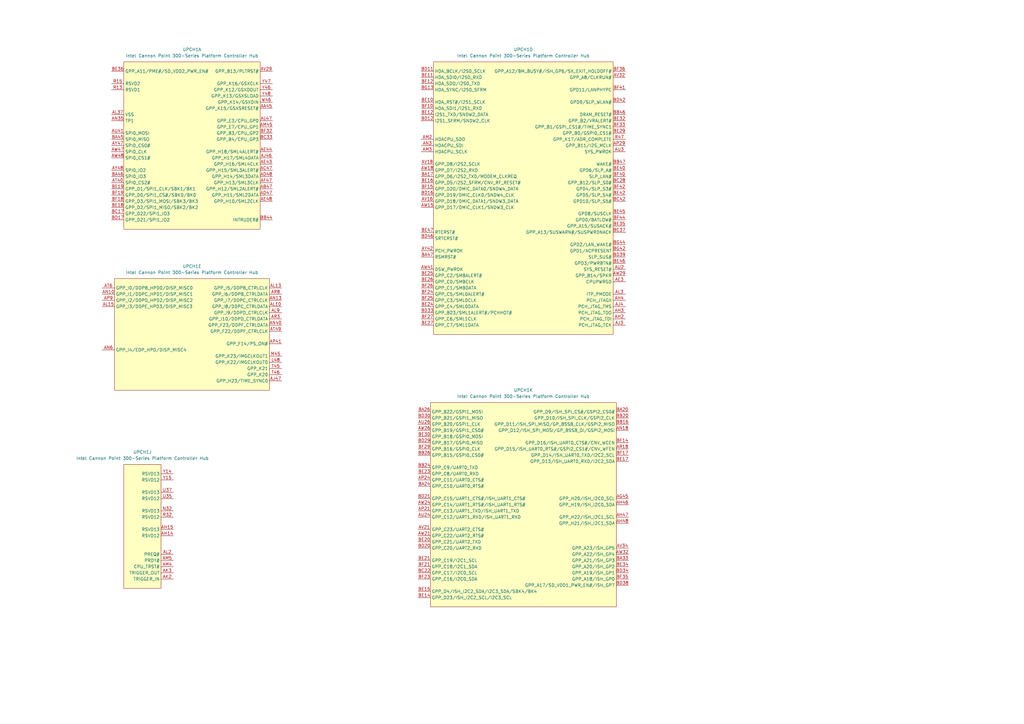
<source format=kicad_sch>
(kicad_sch (version 20250114) (generator "eeschema") (generator_version "9.0")
  (paper "A3")
  (title_block (title "PCH SPI, HDA/I2S, UART, I2C, SMBus, SML, HPD & GPIO") (company "WifiCable"))
  (lib_symbols
    (symbol "A-my-stuff:Intel_CFL_PCH_FCBGA874_but_better"
      (property "Reference" "UPCH" (at 0 29.21 0))
      (property "Value" "Intel Cannon Point 300-Series Platform Controller Hub" (at 0 26.67 0))
      (symbol "Intel_CFL_PCH_FCBGA874_but_better_1_1"
        (pin unspecified line (at -33.02 21.59 0) (length 5.08) (name "GPP_A11/PME#/SD_VDD2_PWR_EN#") (number "BE36"))
        (pin unspecified line (at -33.02 16.51 0) (length 5.08) (name "RSVD2") (number "R15"))
        (pin unspecified line (at -33.02 13.97 0) (length 5.08) (name "RSVD1") (number "R13"))
        (pin unspecified line (at -33.02 -3.81 0) (length 5.08) (name "SPI0_MOSI") (number "AU41"))
        (pin unspecified line (at -33.02 -6.35 0) (length 5.08) (name "SPI0_MISO") (number "BA45"))
        (pin unspecified line (at -33.02 -8.89 0) (length 5.08) (name "SPI0_CS0#") (number "AY47"))
        (pin unspecified line (at -33.02 -11.43 0) (length 5.08) (name "SPI0_CLK") (number "AW47"))
        (pin unspecified line (at -33.02 -13.97 0) (length 5.08) (name "SPI0_CS1#") (number "AW48"))
        (pin unspecified line (at -33.02 -19.05 0) (length 5.08) (name "SPI0_IO2") (number "AY48"))
        (pin unspecified line (at -33.02 -21.59 0) (length 5.08) (name "SPI0_IO3") (number "BA46"))
        (pin unspecified line (at -33.02 -24.13 0) (length 5.08) (name "SPI0_CS2#") (number "AT40"))
        (pin unspecified line (at -33.02 -26.67 0) (length 5.08) (name "GPP_D1/SPI1_CLK/SBK1/BK1") (number "BE19"))
        (pin unspecified line (at -33.02 -29.21 0) (length 5.08) (name "GPP_D0/SPI1_CS#/SBK0/BK0") (number "BF19"))
        (pin unspecified line (at -33.02 -31.75 0) (length 5.08) (name "GPP_D3/SPI1_MOSI/SBK3/BK3") (number "BF18"))
        (pin unspecified line (at -33.02 -34.29 0) (length 5.08) (name "GPP_D2/SPI1_MISO/SBK2/BK2") (number "BE18"))
        (pin unspecified line (at -33.02 -36.83 0) (length 5.08) (name "GPP_D22/SPI1_IO3") (number "BC17"))
        (pin unspecified line (at -33.02 -39.37 0) (length 5.08) (name "GPP_D21/SPI1_IO2") (number "BD17"))
        (pin unspecified line (at 33.02 21.59 180) (length 5.08) (name "GPP_B13/PLTRST#") (number "AV29"))
        (pin unspecified line (at 33.02 16.51 180) (length 5.08) (name "GPP_K16/GSXCLK") (number "Y47"))
        (pin unspecified line (at 33.02 13.97 180) (length 5.08) (name "GPP_K12/GSXDOUT") (number "Y46"))
        (pin unspecified line (at 33.02 11.43 180) (length 5.08) (name "GPP_K13/GSXSLOAD") (number "Y48"))
        (pin unspecified line (at 33.02 8.89 180) (length 5.08) (name "GPP_K14/GSXDIN") (number "W46"))
        (pin unspecified line (at 33.02 6.35 180) (length 5.08) (name "GPP_K15/GSXSRESET#") (number "AA45"))
        (pin unspecified line (at 33.02 1.27 180) (length 5.08) (name "GPP_E3/CPU_GP0") (number "AL47"))
        (pin unspecified line (at 33.02 -1.27 180) (length 5.08) (name "GPP_E7/CPU_GP1") (number "AM45"))
        (pin unspecified line (at 33.02 -3.81 180) (length 5.08) (name "GPP_B3/CPU_GP2") (number "BF32"))
        (pin unspecified line (at 33.02 -6.35 180) (length 5.08) (name "GPP_B4/CPU_GP3") (number "BC33"))
        (pin unspecified line (at 33.02 -11.43 180) (length 5.08) (name "GPP_H18/SML4ALERT#") (number "AE44"))
        (pin unspecified line (at 33.02 -13.97 180) (length 5.08) (name "GPP_H17/SML4DATA") (number "AJ46"))
        (pin unspecified line (at 33.02 -16.51 180) (length 5.08) (name "GPP_H16/SML4CLK") (number "AE43"))
        (pin unspecified line (at 33.02 -19.05 180) (length 5.08) (name "GPP_H15/SML3ALERT#") (number "AC47"))
        (pin unspecified line (at 33.02 -21.59 180) (length 5.08) (name "GPP_H14/SML3DATA") (number "AD48"))
        (pin unspecified line (at 33.02 -24.13 180) (length 5.08) (name "GPP_H13/SML3CLK") (number "AF47"))
        (pin unspecified line (at 33.02 -26.67 180) (length 5.08) (name "GPP_H12/SML2ALERT#") (number "AB47"))
        (pin unspecified line (at 33.02 -29.21 180) (length 5.08) (name "GPP_H11/SML2DATA") (number "AD47"))
        (pin unspecified line (at 33.02 -31.75 180) (length 5.08) (name "GPP_H10/SML2CLK") (number "AE48"))
        (pin unspecified line (at 33.02 -39.37 180) (length 5.08) (name "INTRUDER#") (number "BB44"))
      )
      (symbol "Intel_CFL_PCH_FCBGA874_but_better_2_1"
        (pin unspecified line (at -36.83 21.59 0) (length 5.08) (name "DMI0_RXP") (number "J35"))
        (pin unspecified line (at -36.83 19.05 0) (length 5.08) (name "DMI0_RXN") (number "K34"))
        (pin unspecified line (at -36.83 16.51 0) (length 5.08) (name "DMI0_TXP") (number "B33"))
        (pin unspecified line (at -36.83 13.97 0) (length 5.08) (name "DMI0_TXN") (number "C33"))
        (pin unspecified line (at -36.83 11.43 0) (length 5.08) (name "DMI1_RXP") (number "F34"))
        (pin unspecified line (at -36.83 8.89 0) (length 5.08) (name "DMI1_RXN") (number "G33"))
        (pin unspecified line (at -36.83 6.35 0) (length 5.08) (name "DMI1_TXP") (number "B32"))
        (pin unspecified line (at -36.83 3.81 0) (length 5.08) (name "DMI1_TXN") (number "C32"))
        (pin unspecified line (at -36.83 1.27 0) (length 5.08) (name "DMI2_RXP") (number "J32"))
        (pin unspecified line (at -36.83 -1.27 0) (length 5.08) (name "DMI2_RXN") (number "K32"))
        (pin unspecified line (at -36.83 -3.81 0) (length 5.08) (name "DMI2_TXP") (number "B31"))
        (pin unspecified line (at -36.83 -6.35 0) (length 5.08) (name "DMI2_TXN") (number "C31"))
        (pin unspecified line (at -36.83 -8.89 0) (length 5.08) (name "DMI3_RXP") (number "F30"))
        (pin unspecified line (at -36.83 -11.43 0) (length 5.08) (name "DMI3_RXN") (number "G30"))
        (pin unspecified line (at -36.83 -13.97 0) (length 5.08) (name "DMI3_TXP") (number "B29"))
        (pin unspecified line (at -36.83 -16.51 0) (length 5.08) (name "DMI3_TXN") (number "C29"))
        (pin unspecified line (at -36.83 -21.59 0) (length 5.08) (name "DMI4_RXP") (number "K29"))
        (pin unspecified line (at -36.83 -24.13 0) (length 5.08) (name "DMI4_RXN") (number "M29"))
        (pin unspecified line (at -36.83 -26.67 0) (length 5.08) (name "DMI4_TXP") (number "D29"))
        (pin unspecified line (at -36.83 -29.21 0) (length 5.08) (name "DMI4_TXN") (number "E28"))
        (pin unspecified line (at -36.83 -31.75 0) (length 5.08) (name "DMI5_RXP") (number "L26"))
        (pin unspecified line (at -36.83 -34.29 0) (length 5.08) (name "DMI5_RXN") (number "M26"))
        (pin unspecified line (at -36.83 -36.83 0) (length 5.08) (name "DMI5_TXP") (number "B27"))
        (pin unspecified line (at -36.83 -39.37 0) (length 5.08) (name "DMI5_TXN") (number "C27"))
        (pin unspecified line (at -36.83 -41.91 0) (length 5.08) (name "DMI6_RXP") (number "F26"))
        (pin unspecified line (at -36.83 -44.45 0) (length 5.08) (name "DMI6_RXN") (number "G26"))
        (pin unspecified line (at -36.83 -46.99 0) (length 5.08) (name "DMI6_TXP") (number "C26"))
        (pin unspecified line (at -36.83 -49.53 0) (length 5.08) (name "DMI6_TXN") (number "B26"))
        (pin unspecified line (at -36.83 -52.07 0) (length 5.08) (name "DMI7_RXP") (number "P24"))
        (pin unspecified line (at -36.83 -54.61 0) (length 5.08) (name "DMI7_RXN") (number "R24"))
        (pin unspecified line (at -36.83 -57.15 0) (length 5.08) (name "DMI7_TXP") (number "A25"))
        (pin unspecified line (at -36.83 -59.69 0) (length 5.08) (name "DMI7_TXN") (number "B25"))
        (pin unspecified line (at -36.83 -67.31 0) (length 5.08) (name "PCIE1_RXP/USB3.1G1_7_RXP") (number "F16"))
        (pin unspecified line (at -36.83 -69.85 0) (length 5.08) (name "PCIE1_RXN/USB3.1G1_7_RXN") (number "G17"))
        (pin unspecified line (at -36.83 -72.39 0) (length 5.08) (name "PCIE1_TXP/USB3.1G1_7_TXP") (number "B17"))
        (pin unspecified line (at -36.83 -74.93 0) (length 5.08) (name "PCIE1_TXN/USB3.1G1_7_TXN") (number "A17"))
        (pin unspecified line (at -36.83 -78.74 0) (length 5.08) (name "PCIE2_RXP/USB3.1G1_8_RXP") (number "P21"))
        (pin unspecified line (at -36.83 -81.28 0) (length 5.08) (name "PCIE2_RXN/USB3.1G1_8_RXN") (number "R21"))
        (pin unspecified line (at -36.83 -83.82 0) (length 5.08) (name "PCIE2_TXP/USB3.1G1_8_TXP") (number "C18"))
        (pin unspecified line (at -36.83 -86.36 0) (length 5.08) (name "PCIE2_TXN/USB3.1G1_8_TXN") (number "B18"))
        (pin unspecified line (at -36.83 -90.17 0) (length 5.08) (name "PCIE3_RXP/USB3.1G1_9_RXP") (number "J18"))
        (pin unspecified line (at -36.83 -92.71 0) (length 5.08) (name "PCIE3_RXN/USB3.1G1_9_RXN") (number "K18"))
        (pin unspecified line (at -36.83 -95.25 0) (length 5.08) (name "PCIE3_TXP/USB3.1G1_9_TXP") (number "C19"))
        (pin unspecified line (at -36.83 -97.79 0) (length 5.08) (name "PCIE3_TXN/USB3.1G1_9_TXN") (number "B19"))
        (pin unspecified line (at -36.83 -101.6 0) (length 5.08) (name "PCIE4_RXP/USB3.1G1_10_RXP") (number "R18"))
        (pin unspecified line (at -36.83 -104.14 0) (length 5.08) (name "PCIE4_RXN/USB3.1G1_10_RXN") (number "N18"))
        (pin unspecified line (at -36.83 -106.68 0) (length 5.08) (name "PCIE4_TXP/USB3.1G1_10_TXP") (number "C20"))
        (pin unspecified line (at -36.83 -109.22 0) (length 5.08) (name "PCIE4_TXN/USB3.1G1_10_TXN") (number "D20"))
        (pin unspecified line (at -36.83 -115.57 0) (length 5.08) (name "PCIE5_RXP") (number "G20"))
        (pin unspecified line (at -36.83 -118.11 0) (length 5.08) (name "PCIE5_RXN") (number "F20"))
        (pin unspecified line (at -36.83 -120.65 0) (length 5.08) (name "PCIE5_TXP") (number "A22"))
        (pin unspecified line (at -36.83 -123.19 0) (length 5.08) (name "PCIE5_TXN") (number "B21"))
        (pin unspecified line (at -36.83 -127 0) (length 5.08) (name "PCIE6_RXP") (number "J21"))
        (pin unspecified line (at -36.83 -129.54 0) (length 5.08) (name "PCIE6_RXN") (number "K21"))
        (pin unspecified line (at -36.83 -132.08 0) (length 5.08) (name "PCIE6_TXP") (number "C21"))
        (pin unspecified line (at -36.83 -134.62 0) (length 5.08) (name "PCIE6_TXN") (number "D21"))
        (pin unspecified line (at -36.83 -138.43 0) (length 5.08) (name "PCIE7_RXP") (number "J24"))
        (pin unspecified line (at -36.83 -140.97 0) (length 5.08) (name "PCIE7_RXN") (number "L24"))
        (pin unspecified line (at -36.83 -143.51 0) (length 5.08) (name "PCIE7_TXP") (number "B23"))
        (pin unspecified line (at -36.83 -146.05 0) (length 5.08) (name "PCIE7_TXN") (number "C23"))
        (pin unspecified line (at -36.83 -149.86 0) (length 5.08) (name "PCIE8_RXP") (number "G24"))
        (pin unspecified line (at -36.83 -152.4 0) (length 5.08) (name "PCIE8_RXN") (number "F24"))
        (pin unspecified line (at -36.83 -154.94 0) (length 5.08) (name "PCIE8_TXP") (number "C24"))
        (pin unspecified line (at -36.83 -157.48 0) (length 5.08) (name "PCIE8_TXN") (number "B24"))
        (pin unspecified line (at 36.83 21.59 180) (length 5.08) (name "USB2P_1") (number "J2"))
        (pin unspecified line (at 36.83 19.05 180) (length 5.08) (name "USB2N_1") (number "J3"))
        (pin unspecified line (at 36.83 15.24 180) (length 5.08) (name "USB2P_2") (number "N15"))
        (pin unspecified line (at 36.83 12.7 180) (length 5.08) (name "USB2N_2") (number "N13"))
        (pin unspecified line (at 36.83 8.89 180) (length 5.08) (name "USB2P_3") (number "K3"))
        (pin unspecified line (at 36.83 6.35 180) (length 5.08) (name "USB2N_3") (number "K4"))
        (pin unspecified line (at 36.83 2.54 180) (length 5.08) (name "USB2P_4") (number "L9"))
        (pin unspecified line (at 36.83 0 180) (length 5.08) (name "USB2N_4") (number "M10"))
        (pin unspecified line (at 36.83 -3.81 180) (length 5.08) (name "USB2P_5") (number "L2"))
        (pin unspecified line (at 36.83 -6.35 180) (length 5.08) (name "USB2N_5") (number "M1"))
        (pin unspecified line (at 36.83 -10.16 180) (length 5.08) (name "USB2P_6") (number "K6"))
        (pin unspecified line (at 36.83 -12.7 180) (length 5.08) (name "USB2N_6") (number "K7"))
        (pin unspecified line (at 36.83 -16.51 180) (length 5.08) (name "USB2P_7") (number "L3"))
        (pin unspecified line (at 36.83 -19.05 180) (length 5.08) (name "USB2N_7") (number "L4"))
        (pin unspecified line (at 36.83 -22.86 180) (length 5.08) (name "USB2P_8") (number "G5"))
        (pin unspecified line (at 36.83 -25.4 180) (length 5.08) (name "USB2N_8") (number "G4"))
        (pin unspecified line (at 36.83 -29.21 180) (length 5.08) (name "USB2P_9") (number "N8"))
        (pin unspecified line (at 36.83 -31.75 180) (length 5.08) (name "USB2N_9") (number "M6"))
        (pin unspecified line (at 36.83 -35.56 180) (length 5.08) (name "USB2P_10") (number "H2"))
        (pin unspecified line (at 36.83 -38.1 180) (length 5.08) (name "USB2N_10") (number "H3"))
        (pin unspecified line (at 36.83 -41.91 180) (length 5.08) (name "USB2P_11") (number "P9"))
        (pin unspecified line (at 36.83 -44.45 180) (length 5.08) (name "USB2N_11") (number "R10"))
        (pin unspecified line (at 36.83 -48.26 180) (length 5.08) (name "USB2P_12") (number "G2"))
        (pin unspecified line (at 36.83 -50.8 180) (length 5.08) (name "USB2N_12") (number "G1"))
        (pin unspecified line (at 36.83 -54.61 180) (length 5.08) (name "USB2P_13") (number "N2"))
        (pin unspecified line (at 36.83 -57.15 180) (length 5.08) (name "USB2N_13") (number "N3"))
        (pin unspecified line (at 36.83 -60.96 180) (length 5.08) (name "USB2P_14") (number "F6"))
        (pin unspecified line (at 36.83 -63.5 180) (length 5.08) (name "USB2N_14") (number "E5"))
        (pin unspecified line (at 36.83 -71.12 180) (length 5.08) (name "GPP_E9/USB2_OC0#") (number "AH36"))
        (pin unspecified line (at 36.83 -73.66 180) (length 5.08) (name "GPP_E10/USB2_OC1#") (number "AL40"))
        (pin unspecified line (at 36.83 -76.2 180) (length 5.08) (name "GPP_E11/USB2_OC2#") (number "AJ44"))
        (pin unspecified line (at 36.83 -78.74 180) (length 5.08) (name "GPP_E12/USB2_OC3#") (number "AL41"))
        (pin unspecified line (at 36.83 -81.28 180) (length 5.08) (name "GPP_E15/USB2_OC4#") (number "AV47"))
        (pin unspecified line (at 36.83 -83.82 180) (length 5.08) (name "GPP_E16/USB2_OC5#") (number "AR35"))
        (pin unspecified line (at 36.83 -86.36 180) (length 5.08) (name "GPP_E17/USB2_OC6#") (number "AR37"))
        (pin unspecified line (at 36.83 -88.9 180) (length 5.08) (name "GPP_E18/USB2_OC7#") (number "AV43"))
        (pin unspecified line (at 36.83 -95.25 180) (length 5.08) (name "USB2_COMP") (number "F4"))
        (pin unspecified line (at 36.83 -97.79 180) (length 5.08) (name "USB2_VBUSSENSE") (number "F3"))
        (pin unspecified line (at 36.83 -100.33 180) (length 5.08) (name "RSVD14") (number "U13"))
        (pin unspecified line (at 36.83 -102.87 180) (length 5.08) (name "USB2_ID") (number "G3"))
        (pin unspecified line (at 36.83 -107.95 180) (length 5.08) (name "GPD7") (number "BE41"))
        (pin unspecified line (at 36.83 -115.57 180) (length 5.08) (name "PCIE21_RXP") (number "R44"))
        (pin unspecified line (at 36.83 -118.11 180) (length 5.08) (name "PCIE21_RXN") (number "T43"))
        (pin unspecified line (at 36.83 -120.65 180) (length 5.08) (name "PCIE21_TXP") (number "F46"))
        (pin unspecified line (at 36.83 -123.19 180) (length 5.08) (name "PCIE21_TXN") (number "G47"))
        (pin unspecified line (at 36.83 -127 180) (length 5.08) (name "PCIE22_RXP") (number "U41"))
        (pin unspecified line (at 36.83 -129.54 180) (length 5.08) (name "PCIE22_RXN") (number "U40"))
        (pin unspecified line (at 36.83 -132.08 180) (length 5.08) (name "PCIE22_TXP") (number "H48"))
        (pin unspecified line (at 36.83 -134.62 180) (length 5.08) (name "PCIE22_TXN") (number "H47"))
        (pin unspecified line (at 36.83 -138.43 180) (length 5.08) (name "PCIE23_RXP") (number "W44"))
        (pin unspecified line (at 36.83 -140.97 180) (length 5.08) (name "PCIE23_RXN") (number "W43"))
        (pin unspecified line (at 36.83 -143.51 180) (length 5.08) (name "PCIE23_TXP") (number "G48"))
        (pin unspecified line (at 36.83 -146.05 180) (length 5.08) (name "PCIE23_TXN") (number "G49"))
        (pin unspecified line (at 36.83 -149.86 180) (length 5.08) (name "PCIE24_RXP") (number "Y41"))
        (pin unspecified line (at 36.83 -152.4 180) (length 5.08) (name "PCIE24_RXN") (number "Y40"))
        (pin unspecified line (at 36.83 -154.94 180) (length 5.08) (name "PCIE24_TXP") (number "G45"))
        (pin unspecified line (at 36.83 -157.48 180) (length 5.08) (name "PCIE24_TXN") (number "G46"))
      )
      (symbol "Intel_CFL_PCH_FCBGA874_but_better_3_1"
        (pin unspecified line (at -36.83 21.59 0) (length 5.08) (name "CL_CLK") (number "AR2"))
        (pin unspecified line (at -36.83 19.05 0) (length 5.08) (name "CL_DATA") (number "AT5"))
        (pin unspecified line (at -36.83 16.51 0) (length 5.08) (name "CL_RST#") (number "AU4"))
        (pin unspecified line (at -36.83 11.43 0) (length 5.08) (name "GPP_F10/SATA_SCLOCK") (number "AR42"))
        (pin unspecified line (at -36.83 8.89 0) (length 5.08) (name "GPP_F11/SATA_SLOAD") (number "AR48"))
        (pin unspecified line (at -36.83 6.35 0) (length 5.08) (name "GPP_F13/SATA_SDATAOUT0") (number "AU47"))
        (pin unspecified line (at -36.83 3.81 0) (length 5.08) (name "GPP_F12/SATA_SDATAOUT1") (number "AU46"))
        (pin unspecified line (at -36.83 -1.27 0) (length 5.08) (name "GPP_F21/EDP_BKLTCTL") (number "AU48"))
        (pin unspecified line (at -36.83 -3.81 0) (length 5.08) (name "GPP_F20/EDP_BKLTEN") (number "AV46"))
        (pin unspecified line (at -36.83 -6.35 0) (length 5.08) (name "GPP_F19/EDP_VDDEN") (number "AV44"))
        (pin unspecified line (at -36.83 -13.97 0) (length 5.08) (name "PCIE9_RXP") (number "F36"))
        (pin unspecified line (at -36.83 -16.51 0) (length 5.08) (name "PCIE9_RXN") (number "G36"))
        (pin unspecified line (at -36.83 -19.05 0) (length 5.08) (name "PCIE9_TXP") (number "D34"))
        (pin unspecified line (at -36.83 -21.59 0) (length 5.08) (name "PCIE9_TXN") (number "C34"))
        (pin unspecified line (at -36.83 -25.4 0) (length 5.08) (name "PCIE10_RXP") (number "J37"))
        (pin unspecified line (at -36.83 -27.94 0) (length 5.08) (name "PCIE10_RXN") (number "K37"))
        (pin unspecified line (at -36.83 -30.48 0) (length 5.08) (name "PCIE10_TXP") (number "B35"))
        (pin unspecified line (at -36.83 -33.02 0) (length 5.08) (name "PCIE10_TXN") (number "C35"))
        (pin unspecified line (at -36.83 -36.83 0) (length 5.08) (name "PCIE11_RXP/SATA0A_RXP") (number "F39"))
        (pin unspecified line (at -36.83 -39.37 0) (length 5.08) (name "PCIE11_RXN/SATA0A_RXN") (number "G38"))
        (pin unspecified line (at -36.83 -41.91 0) (length 5.08) (name "PCIE11_TXP/SATA0A_TXP") (number "C36"))
        (pin unspecified line (at -36.83 -44.45 0) (length 5.08) (name "PCIE11_TXN/SATA0A_TXN") (number "B36"))
        (pin unspecified line (at -36.83 -48.26 0) (length 5.08) (name "PCIE12_RXP/SATA1A_RXP") (number "J41"))
        (pin unspecified line (at -36.83 -50.8 0) (length 5.08) (name "PCIE12_RXN/SATA1A_RXN") (number "H42"))
        (pin unspecified line (at -36.83 -53.34 0) (length 5.08) (name "PCIE12_TXP/SATA1A_TXP") (number "E37"))
        (pin unspecified line (at -36.83 -55.88 0) (length 5.08) (name "PCIE12_TXN/SATA1A_TXN") (number "D38"))
        (pin unspecified line (at -36.83 -60.96 0) (length 5.08) (name "PCIE13_RXP/SATA0B_RXP") (number "C46"))
        (pin unspecified line (at -36.83 -63.5 0) (length 5.08) (name "PCIE13_RXN/SATA0B_RXN") (number "C45"))
        (pin unspecified line (at -36.83 -66.04 0) (length 5.08) (name "PCIE13_TXP/SATA0B_TXP") (number "C38"))
        (pin unspecified line (at -36.83 -68.58 0) (length 5.08) (name "PCIE13_TXN/SATA0B_TXN") (number "B38"))
        (pin unspecified line (at -36.83 -72.39 0) (length 5.08) (name "PCIE14_RXP/SATA1B_RXP") (number "C47"))
        (pin unspecified line (at -36.83 -74.93 0) (length 5.08) (name "PCIE14_RXN/SATA1B_RXN") (number "D46"))
        (pin unspecified line (at -36.83 -77.47 0) (length 5.08) (name "PCIE14_TXP/SATA1B_TXP") (number "D39"))
        (pin unspecified line (at -36.83 -80.01 0) (length 5.08) (name "PCIE14_TXN/SATA1B_TXN") (number "C39"))
        (pin unspecified line (at -36.83 -83.82 0) (length 5.08) (name "PCIE15_RXP/SATA2_RXP") (number "E45"))
        (pin unspecified line (at -36.83 -86.36 0) (length 5.08) (name "PCIE15_RXN/SATA2_RXN") (number "F44"))
        (pin unspecified line (at -36.83 -88.9 0) (length 5.08) (name "PCIE15_TXP/SATA2_TXP") (number "C40"))
        (pin unspecified line (at -36.83 -91.44 0) (length 5.08) (name "PCIE15_TXN/SATA2_TXN") (number "B40"))
        (pin unspecified line (at -36.83 -95.25 0) (length 5.08) (name "PCIE16_RXP/SATA3_RXP") (number "M40"))
        (pin unspecified line (at -36.83 -97.79 0) (length 5.08) (name "PCIE16_RXN/SATA3_RXN") (number "L41"))
        (pin unspecified line (at -36.83 -100.33 0) (length 5.08) (name "PCIE16_TXP/SATA3_TXP") (number "C41"))
        (pin unspecified line (at -36.83 -102.87 0) (length 5.08) (name "PCIE16_TXN/SATA3_TXN") (number "B41"))
        (pin unspecified line (at 36.83 21.59 180) (length 5.08) (name "GPP_E8/SATALED#") (number "AK48"))
        (pin unspecified line (at 36.83 16.51 180) (length 5.08) (name "GPP_E0/SATAxPCIE0/SATAGP0") (number "AH41"))
        (pin unspecified line (at 36.83 13.97 180) (length 5.08) (name "GPP_E1/SATAxPCIE1/SATAGP1") (number "AJ43"))
        (pin unspecified line (at 36.83 11.43 180) (length 5.08) (name "GPP_E2/SATAxPCIE2/SATAGP2") (number "AK47"))
        (pin unspecified line (at 36.83 8.89 180) (length 5.08) (name "GPP_F0/SATAxPCIE3/SATAGP3") (number "AN47"))
        (pin unspecified line (at 36.83 6.35 180) (length 5.08) (name "GPP_F1/SATAxPCIE4/SATAGP4") (number "AM46"))
        (pin unspecified line (at 36.83 3.81 180) (length 5.08) (name "GPP_F2/SATAxPCIE5/SATAGP5") (number "AM43"))
        (pin unspecified line (at 36.83 1.27 180) (length 5.08) (name "GPP_F3/SATAxPCIE6/SATAGP6") (number "AM47"))
        (pin unspecified line (at 36.83 -1.27 180) (length 5.08) (name "GPP_F4/SATAxPCIE7/SATAGP7") (number "AM48"))
        (pin unspecified line (at 36.83 -6.35 180) (length 5.08) (name "THRMTRIP#") (number "AD3"))
        (pin unspecified line (at 36.83 -8.89 180) (length 5.08) (name "PECI") (number "AF2"))
        (pin unspecified line (at 36.83 -11.43 180) (length 5.08) (name "PM_SYNC") (number "AF3"))
        (pin unspecified line (at 36.83 -13.97 180) (length 5.08) (name "PLTRST_CPU#") (number "AG5"))
        (pin unspecified line (at 36.83 -16.51 180) (length 5.08) (name "PM_DOWN") (number "AE2"))
        (pin unspecified line (at 36.83 -21.59 180) (length 5.08) (name "GPP_K8") (number "P48"))
        (pin unspecified line (at 36.83 -24.13 180) (length 5.08) (name "GPP_K9") (number "V47"))
        (pin unspecified line (at 36.83 -26.67 180) (length 5.08) (name "GPP_K10") (number "V48"))
        (pin unspecified line (at 36.83 -29.21 180) (length 5.08) (name "GPP_K11") (number "W47"))
        (pin unspecified line (at 36.83 -34.29 180) (length 5.08) (name "GPP_K0") (number "L47"))
        (pin unspecified line (at 36.83 -36.83 180) (length 5.08) (name "GPP_K1") (number "L46"))
        (pin unspecified line (at 36.83 -39.37 180) (length 5.08) (name "GPP_K2") (number "U48"))
        (pin unspecified line (at 36.83 -41.91 180) (length 5.08) (name "GPP_K3") (number "U47"))
        (pin unspecified line (at 36.83 -44.45 180) (length 5.08) (name "GPP_K4") (number "N48"))
        (pin unspecified line (at 36.83 -46.99 180) (length 5.08) (name "GPP_K5") (number "N47"))
        (pin unspecified line (at 36.83 -49.53 180) (length 5.08) (name "GPP_K6") (number "P47"))
        (pin unspecified line (at 36.83 -52.07 180) (length 5.08) (name "GPP_K7") (number "R46"))
        (pin unspecified line (at 36.83 -60.96 180) (length 5.08) (name "PCIE17_RXP/SATA4_RXP") (number "K44"))
        (pin unspecified line (at 36.83 -63.5 180) (length 5.08) (name "PCIE17_RXN/SATA4_RXN") (number "K43"))
        (pin unspecified line (at 36.83 -66.04 180) (length 5.08) (name "PCIE17_TXP/SATA4_TXP") (number "B42"))
        (pin unspecified line (at 36.83 -68.58 180) (length 5.08) (name "PCIE17_TXN/SATA4_TXN") (number "A42"))
        (pin unspecified line (at 36.83 -72.39 180) (length 5.08) (name "PCIE18_RXP/SATA5_RXP") (number "R40"))
        (pin unspecified line (at 36.83 -74.93 180) (length 5.08) (name "PCIE18_RXN/SATA5_RXN") (number "P41"))
        (pin unspecified line (at 36.83 -77.47 180) (length 5.08) (name "PCIE18_TXP/SATA5_TXP") (number "D42"))
        (pin unspecified line (at 36.83 -80.01 180) (length 5.08) (name "PCIE18_TXN/SATA5_TXN") (number "C42"))
        (pin unspecified line (at 36.83 -83.82 180) (length 5.08) (name "PCIE19_RXP/SATA6_RXP") (number "N42"))
        (pin unspecified line (at 36.83 -86.36 180) (length 5.08) (name "PCIE19_RXN/SATA6_RXN") (number "M44"))
        (pin unspecified line (at 36.83 -88.9 180) (length 5.08) (name "PCIE19_TXP/SATA6_TXP") (number "D43"))
        (pin unspecified line (at 36.83 -91.44 180) (length 5.08) (name "PCIE19_TXN/SATA6_TXN") (number "C44"))
        (pin unspecified line (at 36.83 -95.25 180) (length 5.08) (name "PCIE20_RXP/SATA7_RXP") (number "R37"))
        (pin unspecified line (at 36.83 -97.79 180) (length 5.08) (name "PCIE20_RXN/SATA7_RXN") (number "R35"))
        (pin unspecified line (at 36.83 -100.33 180) (length 5.08) (name "PCIE20_TXP/SATA7_TXP") (number "B44"))
        (pin unspecified line (at 36.83 -102.87 180) (length 5.08) (name "PCIE20_TXN/SATA7_TXN") (number "A44"))
      )
      (symbol "Intel_CFL_PCH_FCBGA874_but_better_4_1"
        (pin unspecified line (at -41.91 21.59 0) (length 5.08) (name "HDA_BCLK/I2S0_SCLK") (number "BD11"))
        (pin unspecified line (at -41.91 19.05 0) (length 5.08) (name "HDA_SDI0/I2S0_RXD") (number "BE11"))
        (pin unspecified line (at -41.91 16.51 0) (length 5.08) (name "HDA_SDO/I2S0_TXD") (number "BF12"))
        (pin unspecified line (at -41.91 13.97 0) (length 5.08) (name "HDA_SYNC/I2S0_SFRM") (number "BG13"))
        (pin unspecified line (at -41.91 8.89 0) (length 5.08) (name "HDA_RST#/I2S1_SCLK") (number "BE10"))
        (pin unspecified line (at -41.91 6.35 0) (length 5.08) (name "HDA_SDI1/I2S1_RXD") (number "BF10"))
        (pin unspecified line (at -41.91 3.81 0) (length 5.08) (name "I2S1_TXD/SNDW2_DATA") (number "BE12"))
        (pin unspecified line (at -41.91 1.27 0) (length 5.08) (name "I2S1_SFRM/SNDW2_CLK") (number "BD12"))
        (pin unspecified line (at -41.91 -6.35 0) (length 5.08) (name "HDACPU_SDO") (number "AM2"))
        (pin unspecified line (at -41.91 -8.89 0) (length 5.08) (name "HDACPU_SDI") (number "AN3"))
        (pin unspecified line (at -41.91 -11.43 0) (length 5.08) (name "HDACPU_SCLK") (number "AM3"))
        (pin unspecified line (at -41.91 -16.51 0) (length 5.08) (name "GPP_D8/I2S2_SCLK") (number "AV18"))
        (pin unspecified line (at -41.91 -19.05 0) (length 5.08) (name "GPP_D7/I2S2_RXD") (number "AW18"))
        (pin unspecified line (at -41.91 -21.59 0) (length 5.08) (name "GPP_D6/I2S2_TXD/MODEM_CLKREQ") (number "BA17"))
        (pin unspecified line (at -41.91 -24.13 0) (length 5.08) (name "GPP_D5/I2S2_SFRM/CNV_RF_RESET#") (number "BE16"))
        (pin unspecified line (at -41.91 -26.67 0) (length 5.08) (name "GPP_D20/DMIC_DATA0/SNDW4_DATA") (number "BF15"))
        (pin unspecified line (at -41.91 -29.21 0) (length 5.08) (name "GPP_D19/DMIC_CLK0/SNDW4_CLK") (number "BD16"))
        (pin unspecified line (at -41.91 -31.75 0) (length 5.08) (name "GPP_D18/DMIC_DATA1/SNDW3_DATA") (number "AV16"))
        (pin unspecified line (at -41.91 -34.29 0) (length 5.08) (name "GPP_D17/DMIC_CLK1/SNDW3_CLK") (number "AW15"))
        (pin unspecified line (at -41.91 -44.45 0) (length 5.08) (name "RTCRST#") (number "BE47"))
        (pin unspecified line (at -41.91 -46.99 0) (length 5.08) (name "SRTCRST#") (number "BD46"))
        (pin unspecified line (at -41.91 -52.07 0) (length 5.08) (name "PCH_PWROK") (number "AY42"))
        (pin unspecified line (at -41.91 -54.61 0) (length 5.08) (name "RSMRST#") (number "BA47"))
        (pin unspecified line (at -41.91 -59.69 0) (length 5.08) (name "DSW_PWROK") (number "AW41"))
        (pin unspecified line (at -41.91 -62.23 0) (length 5.08) (name "GPP_C2/SMBALERT#") (number "BE25"))
        (pin unspecified line (at -41.91 -64.77 0) (length 5.08) (name "GPP_C0/SMBCLK") (number "BE26"))
        (pin unspecified line (at -41.91 -67.31 0) (length 5.08) (name "GPP_C1/SMBDATA") (number "BF26"))
        (pin unspecified line (at -41.91 -69.85 0) (length 5.08) (name "GPP_C5/SML0ALERT#") (number "BF24"))
        (pin unspecified line (at -41.91 -72.39 0) (length 5.08) (name "GPP_C3/SML0CLK") (number "BF25"))
        (pin unspecified line (at -41.91 -74.93 0) (length 5.08) (name "GPP_C4/SML0DATA") (number "BE24"))
        (pin unspecified line (at -41.91 -77.47 0) (length 5.08) (name "GPP_B23/SML1ALERT#/PCHHOT#") (number "BD33"))
        (pin unspecified line (at -41.91 -80.01 0) (length 5.08) (name "GPP_C6/SML1CLK") (number "BF27"))
        (pin unspecified line (at -41.91 -82.55 0) (length 5.08) (name "GPP_C7/SML1DATA") (number "BE27"))
        (pin unspecified line (at 41.91 21.59 180) (length 5.08) (name "GPP_A12/BM_BUSY#/ISH_GP6/SX_EXIT_HOLDOFF#") (number "BF36"))
        (pin unspecified line (at 41.91 19.05 180) (length 5.08) (name "GPP_A8/CLKRUN#") (number "AV32"))
        (pin unspecified line (at 41.91 13.97 180) (length 5.08) (name "GPD11/LANPHYPC") (number "BF41"))
        (pin unspecified line (at 41.91 8.89 180) (length 5.08) (name "GPD9/SLP_WLAN#") (number "BD42"))
        (pin unspecified line (at 41.91 3.81 180) (length 5.08) (name "DRAM_RESET#") (number "BB46"))
        (pin unspecified line (at 41.91 1.27 180) (length 5.08) (name "GPP_B2/VRALERT#") (number "BE32"))
        (pin unspecified line (at 41.91 -1.27 180) (length 5.08) (name "GPP_B1/GSPI_CS1#/TIME_SYNC1") (number "BF33"))
        (pin unspecified line (at 41.91 -3.81 180) (length 5.08) (name "GPP_B0/GSPI0_CS1#") (number "BE29"))
        (pin unspecified line (at 41.91 -6.35 180) (length 5.08) (name "GPP_K17/ADR_COMPLETE") (number "R47"))
        (pin unspecified line (at 41.91 -8.89 180) (length 5.08) (name "GPP_B11/I2S_MCLK") (number "AP29"))
        (pin unspecified line (at 41.91 -11.43 180) (length 5.08) (name "SYS_PWROK") (number "AU3"))
        (pin unspecified line (at 41.91 -16.51 180) (length 5.08) (name "WAKE#") (number "BB47"))
        (pin unspecified line (at 41.91 -19.05 180) (length 5.08) (name "GPD6/SLP_A#") (number "BE40"))
        (pin unspecified line (at 41.91 -21.59 180) (length 5.08) (name "SLP_LAN#") (number "BF40"))
        (pin unspecified line (at 41.91 -24.13 180) (length 5.08) (name "GPP_B12/SLP_S0#") (number "BC28"))
        (pin unspecified line (at 41.91 -26.67 180) (length 5.08) (name "GPD4/SLP_S3#") (number "BF42"))
        (pin unspecified line (at 41.91 -29.21 180) (length 5.08) (name "GPD5/SLP_S4#") (number "BE42"))
        (pin unspecified line (at 41.91 -31.75 180) (length 5.08) (name "GPD10/SLP_S5#") (number "BC42"))
        (pin unspecified line (at 41.91 -36.83 180) (length 5.08) (name "GPD8/SUSCLK") (number "BE45"))
        (pin unspecified line (at 41.91 -39.37 180) (length 5.08) (name "GPD0/BATLOW#") (number "BF44"))
        (pin unspecified line (at 41.91 -41.91 180) (length 5.08) (name "GPP_A15/SUSACK#") (number "BE35"))
        (pin unspecified line (at 41.91 -44.45 180) (length 5.08) (name "GPP_A13/SUSWARN#/SUSPWRDNACK") (number "BC37"))
        (pin unspecified line (at 41.91 -49.53 180) (length 5.08) (name "GPD2/LAN_WAKE#") (number "BG44"))
        (pin unspecified line (at 41.91 -52.07 180) (length 5.08) (name "GPD1/ACPRESENT") (number "BG42"))
        (pin unspecified line (at 41.91 -54.61 180) (length 5.08) (name "SLP_SUS#") (number "BD39"))
        (pin unspecified line (at 41.91 -57.15 180) (length 5.08) (name "GPD3/PWRBTN#") (number "BE46"))
        (pin unspecified line (at 41.91 -59.69 180) (length 5.08) (name "SYS_RESET#") (number "AU2"))
        (pin unspecified line (at 41.91 -62.23 180) (length 5.08) (name "GPP_B14/SPKR") (number "AW29"))
        (pin unspecified line (at 41.91 -64.77 180) (length 5.08) (name "CPUPWRGD") (number "AE3"))
        (pin unspecified line (at 41.91 -69.85 180) (length 5.08) (name "ITP_PMODE") (number "AL3"))
        (pin unspecified line (at 41.91 -72.39 180) (length 5.08) (name "PCH_JTAGX") (number "AH4"))
        (pin unspecified line (at 41.91 -74.93 180) (length 5.08) (name "PCH_JTAG_TMS") (number "AJ4"))
        (pin unspecified line (at 41.91 -77.47 180) (length 5.08) (name "PCH_JTAG_TDO") (number "AH3"))
        (pin unspecified line (at 41.91 -80.01 180) (length 5.08) (name "PCH_JTAG_TDI") (number "AH2"))
        (pin unspecified line (at 41.91 -82.55 180) (length 5.08) (name "PCH_JTAG_TCK") (number "AJ3"))
      )
      (symbol "Intel_CFL_PCH_FCBGA874_but_better_5_1"
        (pin unspecified line (at -36.83 21.59 0) (length 5.08) (name "GPP_I0/DDPB_HPD0/DISP_MISC0") (number "AT6"))
        (pin unspecified line (at -36.83 19.05 0) (length 5.08) (name "GPP_I1/DDPC_HPD1/DISP_MISC1") (number "AN10"))
        (pin unspecified line (at -36.83 16.51 0) (length 5.08) (name "GPP_I2/DDPD_HPD2/DISP_MISC2") (number "AP9"))
        (pin unspecified line (at -36.83 13.97 0) (length 5.08) (name "GPP_I3/DDPE_HPD3/DISP_MISC3") (number "AL15"))
        (pin unspecified line (at -36.83 -3.81 0) (length 5.08) (name "GPP_I4/EDP_HPD/DISP_MISC4") (number "AN6"))
        (pin unspecified line (at 36.83 21.59 180) (length 5.08) (name "GPP_I5/DDPB_CTRLCLK") (number "AL13"))
        (pin unspecified line (at 36.83 19.05 180) (length 5.08) (name "GPP_I6/DDPB_CTRLDATA") (number "AR8"))
        (pin unspecified line (at 36.83 16.51 180) (length 5.08) (name "GPP_I7/DDPC_CTRLCLK") (number "AN13"))
        (pin unspecified line (at 36.83 13.97 180) (length 5.08) (name "GPP_I8/DDPC_CTRLDATA") (number "AL10"))
        (pin unspecified line (at 36.83 11.43 180) (length 5.08) (name "GPP_I9/DDPD_CTRLCLK") (number "AL9"))
        (pin unspecified line (at 36.83 8.89 180) (length 5.08) (name "GPP_I10/DDPD_CTRLDATA") (number "AR3"))
        (pin unspecified line (at 36.83 6.35 180) (length 5.08) (name "GPP_F23/DDPF_CTRLDATA") (number "AN40"))
        (pin unspecified line (at 36.83 3.81 180) (length 5.08) (name "GPP_F22/DDPF_CTRLCLK") (number "AT49"))
        (pin unspecified line (at 36.83 -1.27 180) (length 5.08) (name "GPP_F14/PS_ON#") (number "AP41"))
        (pin unspecified line (at 36.83 -6.35 180) (length 5.08) (name "GPP_K23/IMGCLKOUT1") (number "M45"))
        (pin unspecified line (at 36.83 -8.89 180) (length 5.08) (name "GPP_K22/IMGCLKOUT0") (number "L48"))
        (pin unspecified line (at 36.83 -11.43 180) (length 5.08) (name "GPP_K21") (number "T45"))
        (pin unspecified line (at 36.83 -13.97 180) (length 5.08) (name "GPP_K20") (number "T46"))
        (pin unspecified line (at 36.83 -16.51 180) (length 5.08) (name "GPP_H23/TIME_SYNC0") (number "AJ47"))
      )
      (symbol "Intel_CFL_PCH_FCBGA874_but_better_6_1"
        (pin unspecified line (at -33.02 21.59 0) (length 5.08) (name "USB3.1G2_1_RXP") (number "C11"))
        (pin unspecified line (at -33.02 19.05 0) (length 5.08) (name "USB3.1G2_1_RXN") (number "D11"))
        (pin unspecified line (at -33.02 16.51 0) (length 5.08) (name "USB3.1G2_1_TXP") (number "F7"))
        (pin unspecified line (at -33.02 13.97 0) (length 5.08) (name "USB3.1G2_1_TXN") (number "F9"))
        (pin unspecified line (at -33.02 8.89 0) (length 5.08) (name "USB3.1G2_2_RXP") (number "C9"))
        (pin unspecified line (at -33.02 6.35 0) (length 5.08) (name "USB3.1G2_2_RXN") (number "B9"))
        (pin unspecified line (at -33.02 3.81 0) (length 5.08) (name "USB3.1G2_2_TXP") (number "D4"))
        (pin unspecified line (at -33.02 1.27 0) (length 5.08) (name "USB3.1G2_2_TXN") (number "C3"))
        (pin unspecified line (at -33.02 -3.81 0) (length 5.08) (name "USB3.1G2_3_RXP") (number "C10"))
        (pin unspecified line (at -33.02 -6.35 0) (length 5.08) (name "USB3.1G2_3_RXN") (number "B10"))
        (pin unspecified line (at -33.02 -8.89 0) (length 5.08) (name "USB3.1G2_3_TXP") (number "G12"))
        (pin unspecified line (at -33.02 -11.43 0) (length 5.08) (name "USB3.1G2_3_TXN") (number "F11"))
        (pin unspecified line (at -33.02 -16.51 0) (length 5.08) (name "USB3.1G2_4_RXP") (number "J15"))
        (pin unspecified line (at -33.02 -19.05 0) (length 5.08) (name "USB3.1G2_4_RXN") (number "K16"))
        (pin unspecified line (at -33.02 -21.59 0) (length 5.08) (name "USB3.1G2_4_TXP") (number "C14"))
        (pin unspecified line (at -33.02 -24.13 0) (length 5.08) (name "USB3.1G2_4_TXN") (number "B14"))
        (pin unspecified line (at -33.02 -29.21 0) (length 5.08) (name "USB3.1G2_5_RXP") (number "K13"))
        (pin unspecified line (at -33.02 -31.75 0) (length 5.08) (name "USB3.1G2_5_RXN") (number "J13"))
        (pin unspecified line (at -33.02 -34.29 0) (length 5.08) (name "USB3.1G2_5_TXP") (number "B15"))
        (pin unspecified line (at -33.02 -36.83 0) (length 5.08) (name "USB3.1G2_5_TXN") (number "C15"))
        (pin unspecified line (at -33.02 -41.91 0) (length 5.08) (name "USB3.1G2_6_RXP") (number "F14"))
        (pin unspecified line (at -33.02 -44.45 0) (length 5.08) (name "USB3.1G2_6_RXN") (number "G14"))
        (pin unspecified line (at -33.02 -46.99 0) (length 5.08) (name "USB3.1G2_6_TXP") (number "C16"))
        (pin unspecified line (at -33.02 -49.53 0) (length 5.08) (name "USB3.1G2_6_TXN") (number "C17"))
        (pin unspecified line (at 33.02 21.59 180) (length 5.08) (name "GPP_A1/LAD0/ESPI_IO0") (number "BB39"))
        (pin unspecified line (at 33.02 19.05 180) (length 5.08) (name "GPP_A2/LAD1/ESPI_IO1") (number "AW37"))
        (pin unspecified line (at 33.02 16.51 180) (length 5.08) (name "GPP_A3/LAD2/ESPI_IO2") (number "AV37"))
        (pin unspecified line (at 33.02 13.97 180) (length 5.08) (name "GPP_A4/LAD3/ESPI_IO3") (number "BA38"))
        (pin unspecified line (at 33.02 6.35 180) (length 5.08) (name "GPP_A5/LFRAME#/ESPI_CS0#") (number "BE38"))
        (pin unspecified line (at 33.02 3.81 180) (length 5.08) (name "GPP_A6/SERIRQ/ESPI_CS1#") (number "AW35"))
        (pin unspecified line (at 33.02 1.27 180) (length 5.08) (name "GPP_A7/PIRQA#/ESPI_ALERT0#") (number "BA36"))
        (pin unspecified line (at 33.02 -1.27 180) (length 5.08) (name "GPP_A0/RCIN#/ESPI_ALERT1#") (number "BE39"))
        (pin unspecified line (at 33.02 -3.81 180) (length 5.08) (name "GPP_A14/SUS_STAT#/ESPI_RESET#") (number "BF38"))
        (pin unspecified line (at 33.02 -8.89 180) (length 5.08) (name "GPP_A9/CLKOUT_LPC0/ESPI_CLK") (number "BB36"))
        (pin unspecified line (at 33.02 -11.43 180) (length 5.08) (name "GPP_A10/CLKOUT_LPC1") (number "BB34"))
        (pin unspecified line (at 33.02 -16.51 180) (length 5.08) (name "GPP_K19/SMI#") (number "T48"))
        (pin unspecified line (at 33.02 -19.05 180) (length 5.08) (name "GPP_K18/NMI#") (number "T47"))
        (pin unspecified line (at 33.02 -26.67 180) (length 5.08) (name "GPP_E6/SATA_DEVSLP2") (number "AH40"))
        (pin unspecified line (at 33.02 -29.21 180) (length 5.08) (name "GPP_E5/SATA_DEVSLP1") (number "AH35"))
        (pin unspecified line (at 33.02 -31.75 180) (length 5.08) (name "GPP_E4/SATA_DEVSLP0") (number "AL48"))
        (pin unspecified line (at 33.02 -34.29 180) (length 5.08) (name "GPP_F9/SATA_DEVSLP7") (number "AP47"))
        (pin unspecified line (at 33.02 -36.83 180) (length 5.08) (name "GPP_F8/SATA_DEVSLP6") (number "AN37"))
        (pin unspecified line (at 33.02 -39.37 180) (length 5.08) (name "GPP_F7/SATA_DEVSLP5") (number "AN46"))
        (pin unspecified line (at 33.02 -41.91 180) (length 5.08) (name "GPP_F6/SATA_DEVSLP4") (number "AR47"))
        (pin unspecified line (at 33.02 -44.45 180) (length 5.08) (name "GPP_F5/SATA_DEVSLP3") (number "AP48"))
      )
      (symbol "Intel_CFL_PCH_FCBGA874_but_better_7_1"
        (pin unspecified line (at -33.02 21.59 0) (length 5.08) (name "GPP_A16/CLKOUT_48") (number "BE33"))
        (pin unspecified line (at -33.02 16.51 0) (length 5.08) (name "CLKOUT_CPUNSSC_P") (number "D7"))
        (pin unspecified line (at -33.02 13.97 0) (length 5.08) (name "CLKOUT_CPUNSSC_N") (number "C6"))
        (pin unspecified line (at -33.02 8.89 0) (length 5.08) (name "CLKOUT_CPUBCLK_P") (number "B8"))
        (pin unspecified line (at -33.02 6.35 0) (length 5.08) (name "CLKOUT_CPUBCLK_N") (number "C8"))
        (pin unspecified line (at -33.02 1.27 0) (length 5.08) (name "XTAL_OUT") (number "U9"))
        (pin unspecified line (at -33.02 -1.27 0) (length 5.08) (name "XTAL_IN") (number "U10"))
        (pin unspecified line (at -33.02 -6.35 0) (length 5.08) (name "XCLK_BIASREF") (number "T3"))
        (pin unspecified line (at -33.02 -11.43 0) (length 5.08) (name "RTCX1") (number "BA49"))
        (pin unspecified line (at -33.02 -13.97 0) (length 5.08) (name "RTCX2") (number "BA48"))
        (pin unspecified line (at -33.02 -19.05 0) (length 5.08) (name "GPP_B5/SRCCLKREQ0#") (number "BF31"))
        (pin unspecified line (at -33.02 -21.59 0) (length 5.08) (name "GPP_B6/SRCCLKREQ1#") (number "BE31"))
        (pin unspecified line (at -33.02 -24.13 0) (length 5.08) (name "GPP_B7/SRCCLKREQ2#") (number "AR32"))
        (pin unspecified line (at -33.02 -26.67 0) (length 5.08) (name "GPP_B8/SRCCLKREQ3#") (number "BB30"))
        (pin unspecified line (at -33.02 -29.21 0) (length 5.08) (name "GPP_B9/SRCCLKREQ4#") (number "BA30"))
        (pin unspecified line (at -33.02 -31.75 0) (length 5.08) (name "GPP_B10/SRCCLKREQ5#") (number "AN29"))
        (pin unspecified line (at -33.02 -34.29 0) (length 5.08) (name "GPP_H0/SRCCLKREQ6#") (number "AE47"))
        (pin unspecified line (at -33.02 -36.83 0) (length 5.08) (name "GPP_H1/SRCCLKREQ7#") (number "AC48"))
        (pin unspecified line (at -33.02 -39.37 0) (length 5.08) (name "GPP_H2/SRCCLKREQ8#") (number "AE41"))
        (pin unspecified line (at -33.02 -41.91 0) (length 5.08) (name "GPP_H3/SRCCLKREQ9#") (number "AF48"))
        (pin unspecified line (at -33.02 -44.45 0) (length 5.08) (name "GPP_H4/SRCCLKREQ10#") (number "AC41"))
        (pin unspecified line (at -33.02 -46.99 0) (length 5.08) (name "GPP_H5/SRCCLKREQ11#") (number "AC39"))
        (pin unspecified line (at -33.02 -49.53 0) (length 5.08) (name "GPP_H6/SRCCLKREQ12#") (number "AE39"))
        (pin unspecified line (at -33.02 -52.07 0) (length 5.08) (name "GPP_H7/SRCCLKREQ13#") (number "AB48"))
        (pin unspecified line (at -33.02 -54.61 0) (length 5.08) (name "GPP_H8/SRCCLKREQ14#") (number "AC44"))
        (pin unspecified line (at -33.02 -57.15 0) (length 5.08) (name "GPP_H9/SRCCLKREQ15#") (number "AC43"))
        (pin unspecified line (at -33.02 -62.23 0) (length 5.08) (name "CLKOUT_PCIE_P15") (number "V3"))
        (pin unspecified line (at -33.02 -64.77 0) (length 5.08) (name "CLKOUT_PCIE_N15") (number "V2"))
        (pin unspecified line (at -33.02 -69.85 0) (length 5.08) (name "CLKOUT_PCIE_P14") (number "T1"))
        (pin unspecified line (at -33.02 -72.39 0) (length 5.08) (name "CLKOUT_PCIE_N14") (number "T2"))
        (pin unspecified line (at -33.02 -77.47 0) (length 5.08) (name "CLKOUT_PCIE_P13") (number "Y2"))
        (pin unspecified line (at -33.02 -80.01 0) (length 5.08) (name "CLKOUT_PCIE_N13") (number "AA1"))
        (pin unspecified line (at -33.02 -85.09 0) (length 5.08) (name "CLKOUT_PCIE_P12") (number "AC6"))
        (pin unspecified line (at -33.02 -87.63 0) (length 5.08) (name "CLKOUT_PCIE_N12") (number "AC7"))
        (pin unspecified line (at 33.02 21.59 180) (length 5.08) (name "CLKOUT_ITPXDP_P") (number "Y4"))
        (pin unspecified line (at 33.02 19.05 180) (length 5.08) (name "CLKOUT_ITPXDP_N") (number "Y3"))
        (pin unspecified line (at 33.02 13.97 180) (length 5.08) (name "CLKOUT_CPUPCIBCLK_P") (number "A6"))
        (pin unspecified line (at 33.02 11.43 180) (length 5.08) (name "CLKOUT_CPUPCIBCLK_N") (number "B6"))
        (pin unspecified line (at 33.02 6.35 180) (length 5.08) (name "CLKOUT_PCIE_P0") (number "AJ7"))
        (pin unspecified line (at 33.02 3.81 180) (length 5.08) (name "CLKOUT_PCIE_N0") (number "AJ6"))
        (pin unspecified line (at 33.02 -1.27 180) (length 5.08) (name "CLKOUT_PCIE_P1") (number "AH10"))
        (pin unspecified line (at 33.02 -3.81 180) (length 5.08) (name "CLKOUT_PCIE_N1") (number "AH9"))
        (pin unspecified line (at 33.02 -8.89 180) (length 5.08) (name "CLKOUT_PCIE_P2") (number "AE15"))
        (pin unspecified line (at 33.02 -11.43 180) (length 5.08) (name "CLKOUT_PCIE_N2") (number "AE14"))
        (pin unspecified line (at 33.02 -16.51 180) (length 5.08) (name "CLKOUT_PCIE_P3") (number "AE7"))
        (pin unspecified line (at 33.02 -19.05 180) (length 5.08) (name "CLKOUT_PCIE_N3") (number "AE6"))
        (pin unspecified line (at 33.02 -24.13 180) (length 5.08) (name "CLKOUT_PCIE_P4") (number "AC3"))
        (pin unspecified line (at 33.02 -26.67 180) (length 5.08) (name "CLKOUT_PCIE_N4") (number "AC2"))
        (pin unspecified line (at 33.02 -31.75 180) (length 5.08) (name "CLKOUT_PCIE_P5") (number "AB3"))
        (pin unspecified line (at 33.02 -34.29 180) (length 5.08) (name "CLKOUT_PCIE_N5") (number "AB2"))
        (pin unspecified line (at 33.02 -39.37 180) (length 5.08) (name "CLKOUT_PCIE_P6") (number "W3"))
        (pin unspecified line (at 33.02 -41.91 180) (length 5.08) (name "CLKOUT_PCIE_N6") (number "W4"))
        (pin unspecified line (at 33.02 -46.99 180) (length 5.08) (name "CLKOUT_PCIE_P7") (number "W6"))
        (pin unspecified line (at 33.02 -49.53 180) (length 5.08) (name "CLKOUT_PCIE_N7") (number "W7"))
        (pin unspecified line (at 33.02 -54.61 180) (length 5.08) (name "CLKOUT_PCIE_P8") (number "AC15"))
        (pin unspecified line (at 33.02 -57.15 180) (length 5.08) (name "CLKOUT_PCIE_N8") (number "AC14"))
        (pin unspecified line (at 33.02 -62.23 180) (length 5.08) (name "CLKOUT_PCIE_P9") (number "U3"))
        (pin unspecified line (at 33.02 -64.77 180) (length 5.08) (name "CLKOUT_PCIE_N9") (number "U2"))
        (pin unspecified line (at 33.02 -69.85 180) (length 5.08) (name "CLKOUT_PCIE_P10") (number "AC11"))
        (pin unspecified line (at 33.02 -72.39 180) (length 5.08) (name "CLKOUT_PCIE_N10") (number "AC9"))
        (pin unspecified line (at 33.02 -77.47 180) (length 5.08) (name "CLKOUT_PCIE_P11") (number "AE11"))
        (pin unspecified line (at 33.02 -80.01 180) (length 5.08) (name "CLKOUT_PCIE_N11") (number "AE9"))
        (pin unspecified line (at 33.02 -85.09 180) (length 5.08) (name "CLKIN_XTAL") (number "R6"))
      )
      (symbol "Intel_CFL_PCH_FCBGA874_but_better_8_1"
        (pin unspecified line (at -33.02 21.59 0) (length 5.08) (name "VCCPRIM_1P05") (number "AA22"))
        (pin unspecified line (at -33.02 19.05 0) (length 5.08) (name "VCCPRIM_1P05") (number "AA23"))
        (pin unspecified line (at -33.02 16.51 0) (length 5.08) (name "VCCPRIM_1P05") (number "AB20"))
        (pin unspecified line (at -33.02 13.97 0) (length 5.08) (name "VCCPRIM_1P05") (number "AB22"))
        (pin unspecified line (at -33.02 11.43 0) (length 5.08) (name "VCCPRIM_1P05") (number "AB23"))
        (pin unspecified line (at -33.02 8.89 0) (length 5.08) (name "VCCPRIM_1P05") (number "AB27"))
        (pin unspecified line (at -33.02 6.35 0) (length 5.08) (name "VCCPRIM_1P05") (number "AB28"))
        (pin unspecified line (at -33.02 3.81 0) (length 5.08) (name "VCCPRIM_1P05") (number "AB30"))
        (pin unspecified line (at -33.02 1.27 0) (length 5.08) (name "VCCPRIM_1P05") (number "AD20"))
        (pin unspecified line (at -33.02 -1.27 0) (length 5.08) (name "VCCPRIM_1P05") (number "AD23"))
        (pin unspecified line (at -33.02 -3.81 0) (length 5.08) (name "VCCPRIM_1P05") (number "AD27"))
        (pin unspecified line (at -33.02 -6.35 0) (length 5.08) (name "VCCPRIM_1P05") (number "AD28"))
        (pin unspecified line (at -33.02 -8.89 0) (length 5.08) (name "VCCPRIM_1P05") (number "AD30"))
        (pin unspecified line (at -33.02 -11.43 0) (length 5.08) (name "VCCPRIM_1P05") (number "AF23"))
        (pin unspecified line (at -33.02 -13.97 0) (length 5.08) (name "VCCPRIM_1P05") (number "AF27"))
        (pin unspecified line (at -33.02 -16.51 0) (length 5.08) (name "VCCPRIM_1P05") (number "AF30"))
        (pin unspecified line (at -33.02 -19.05 0) (length 5.08) (name "VCCPRIM_1P05") (number "U26"))
        (pin unspecified line (at -33.02 -21.59 0) (length 5.08) (name "VCCPRIM_1P05") (number "U29"))
        (pin unspecified line (at -33.02 -24.13 0) (length 5.08) (name "VCCPRIM_1P05") (number "V25"))
        (pin unspecified line (at -33.02 -26.67 0) (length 5.08) (name "VCCPRIM_1P05") (number "V27"))
        (pin unspecified line (at -33.02 -29.21 0) (length 5.08) (name "VCCPRIM_1P05") (number "V28"))
        (pin unspecified line (at -33.02 -31.75 0) (length 5.08) (name "VCCPRIM_1P05") (number "V30"))
        (pin unspecified line (at -33.02 -34.29 0) (length 5.08) (name "VCCPRIM_1P05") (number "V31"))
        (pin unspecified line (at -33.02 -38.1 0) (length 5.08) (name "VCCPRIM_1P05") (number "AD31"))
        (pin unspecified line (at -33.02 -40.64 0) (length 5.08) (name "VCCPRIM_1P05") (number "AE17"))
        (pin unspecified line (at -33.02 -44.45 0) (length 5.08) (name "VCCPRIM_1P05") (number "D1"))
        (pin unspecified line (at -33.02 -46.99 0) (length 5.08) (name "VCCPRIM_1P05") (number "E1"))
        (pin unspecified line (at -33.02 -50.8 0) (length 5.08) (name "VCCPRIM_1P05") (number "AG31"))
        (pin unspecified line (at -33.02 -53.34 0) (length 5.08) (name "VCCPRIM_1P05") (number "AF31"))
        (pin unspecified line (at -33.02 -57.15 0) (length 5.08) (name "VCCUSB_1P05") (number "W22"))
        (pin unspecified line (at -33.02 -59.69 0) (length 5.08) (name "VCCUSB_1P05") (number "W23"))
        (pin unspecified line (at -33.02 -63.5 0) (length 5.08) (name "VCCDSW_1P05") (number "BG45"))
        (pin unspecified line (at -33.02 -66.04 0) (length 5.08) (name "VCCDSW_1P05") (number "BG46"))
        (pin unspecified line (at -33.02 -68.58 0) (length 5.08) (name "VCCPRIM_MPHY_1P05") (number "W31"))
        (pin unspecified line (at -33.02 -72.39 0) (length 5.08) (name "VCCAMPHYPLL_1P05") (number "C49"))
        (pin unspecified line (at -33.02 -74.93 0) (length 5.08) (name "VCCAMPHYPLL_1P05") (number "D49"))
        (pin unspecified line (at -33.02 -77.47 0) (length 5.08) (name "VCCAMPHYPLL_1P05") (number "E49"))
        (pin unspecified line (at -33.02 -81.28 0) (length 5.08) (name "VCCA_XTAL_1P05") (number "P2"))
        (pin unspecified line (at -33.02 -83.82 0) (length 5.08) (name "VCCA_XTAL_1P05") (number "P3"))
        (pin unspecified line (at -33.02 -86.36 0) (length 5.08) (name "VCCA_SRC_1P05") (number "W19"))
        (pin unspecified line (at -33.02 -88.9 0) (length 5.08) (name "VCCA_SRC_1P05") (number "W20"))
        (pin unspecified line (at -33.02 -92.71 0) (length 5.08) (name "VCCA_BCLK_1P05") (number "V19"))
        (pin unspecified line (at -33.02 -96.52 0) (length 5.08) (name "VCCAPLL_1P05") (number "C1"))
        (pin unspecified line (at -33.02 -99.06 0) (length 5.08) (name "VCCAPLL_1P05") (number "C2"))
        (pin unspecified line (at -33.02 -102.87 0) (length 5.08) (name "VCCAPLL_1P05") (number "B1"))
        (pin unspecified line (at -33.02 -105.41 0) (length 5.08) (name "VCCAPLL_1P05") (number "B2"))
        (pin unspecified line (at -33.02 -107.95 0) (length 5.08) (name "VCCAPLL_1P05") (number "B3"))
        (pin unspecified line (at 33.02 21.59 180) (length 5.08) (name "VCCRTC") (number "BC49"))
        (pin unspecified line (at 33.02 19.05 180) (length 5.08) (name "VCCRTC") (number "BD49"))
        (pin unspecified line (at 33.02 13.97 180) (length 5.08) (name "DCPRTC") (number "BF47"))
        (pin unspecified line (at 33.02 11.43 180) (length 5.08) (name "DCPRTC") (number "BG47"))
        (pin unspecified line (at 33.02 7.62 180) (length 5.08) (name "VCCPRIM_3P3") (number "AW9"))
        (pin unspecified line (at 33.02 3.81 180) (length 5.08) (name "VCCPRIM_3P3") (number "V23"))
        (pin unspecified line (at 33.02 0 180) (length 5.08) (name "VCCPRIM_3P3") (number "AY8"))
        (pin unspecified line (at 33.02 -2.54 180) (length 5.08) (name "VCCPRIM_3P3") (number "BB7"))
        (pin unspecified line (at 33.02 -6.35 180) (length 5.08) (name "VCCPRIM_3P3") (number "AT44"))
        (pin unspecified line (at 33.02 -10.16 180) (length 5.08) (name "VCCSPI") (number "AN44"))
        (pin unspecified line (at 33.02 -13.97 180) (length 5.08) (name "VCCPGPPG_3P3") (number "AN21"))
        (pin unspecified line (at 33.02 -17.78 180) (length 5.08) (name "VCCPGPPHK") (number "AC35"))
        (pin unspecified line (at 33.02 -20.32 180) (length 5.08) (name "VCCPGPPHK") (number "AC36"))
        (pin unspecified line (at 33.02 -22.86 180) (length 5.08) (name "VCCPGPPEF") (number "AE35"))
        (pin unspecified line (at 33.02 -25.4 180) (length 5.08) (name "VCCPGPPEF") (number "AE36"))
        (pin unspecified line (at 33.02 -29.21 180) (length 5.08) (name "VCCPGPPBC") (number "AN26"))
        (pin unspecified line (at 33.02 -31.75 180) (length 5.08) (name "VCCPGPPBC") (number "AP26"))
        (pin unspecified line (at 33.02 -36.83 180) (length 5.08) (name "VCCDSW_3P3") (number "BE48"))
        (pin unspecified line (at 33.02 -39.37 180) (length 5.08) (name "VCCDSW_3P3") (number "BE49"))
        (pin unspecified line (at 33.02 -43.18 180) (length 5.08) (name "VCCHDA") (number "BB14"))
        (pin unspecified line (at 33.02 -52.07 180) (length 5.08) (name "VCCPGPPD") (number "AN24"))
        (pin unspecified line (at 33.02 -55.88 180) (length 5.08) (name "VCCPGPPA") (number "AN32"))
        (pin unspecified line (at 33.02 -59.69 180) (length 5.08) (name "VCCPRIM_1P8") (number "AG19"))
        (pin unspecified line (at 33.02 -62.23 180) (length 5.08) (name "VCCPRIM_1P8") (number "AG20"))
        (pin unspecified line (at 33.02 -64.77 180) (length 5.08) (name "VCCPRIM_1P8") (number "AN15"))
        (pin unspecified line (at 33.02 -67.31 180) (length 5.08) (name "VCCPRIM_1P8") (number "AR15"))
        (pin unspecified line (at 33.02 -69.85 180) (length 5.08) (name "VCCPRIM_1P8") (number "BB11"))
        (pin unspecified line (at 33.02 -73.66 180) (length 5.08) (name "VCCPRIM_1P8") (number "AF19"))
        (pin unspecified line (at 33.02 -76.2 180) (length 5.08) (name "VCCPRIM_1P8") (number "AF20"))
        (pin unspecified line (at 33.02 -85.09 180) (length 5.08) (name "VCCPRIM_1P24") (number "AK22"))
        (pin unspecified line (at 33.02 -87.63 180) (length 5.08) (name "VCCPRIM_1P24") (number "AK23"))
        (pin unspecified line (at 33.02 -92.71 180) (length 5.08) (name "VCCDPHY_1P24") (number "AJ22"))
        (pin unspecified line (at 33.02 -95.25 180) (length 5.08) (name "VCCDPHY_1P24") (number "AJ23"))
        (pin unspecified line (at 33.02 -97.79 180) (length 5.08) (name "VCCDPHY_1P24") (number "BG5"))
        (pin unspecified line (at 33.02 -102.87 180) (length 5.08) (name "VCCMPHY_SENSE") (number "K47"))
        (pin unspecified line (at 33.02 -105.41 180) (length 5.08) (name "VSSMPHY_SENSE") (number "K46"))
      )
      (symbol "Intel_CFL_PCH_FCBGA874_but_better_9_1"
        (pin unspecified line (at -11.43 21.59 0) (length 5.08) (name "VSS") (number "A2"))
        (pin unspecified line (at -11.43 19.05 0) (length 5.08) (name "VSS") (number "A28"))
        (pin unspecified line (at -11.43 16.51 0) (length 5.08) (name "VSS") (number "A3"))
        (pin unspecified line (at -11.43 13.97 0) (length 5.08) (name "VSS") (number "A33"))
        (pin unspecified line (at -11.43 11.43 0) (length 5.08) (name "VSS") (number "A37"))
        (pin unspecified line (at -11.43 8.89 0) (length 5.08) (name "VSS") (number "A4"))
        (pin unspecified line (at -11.43 6.35 0) (length 5.08) (name "VSS") (number "A45"))
        (pin unspecified line (at -11.43 3.81 0) (length 5.08) (name "VSS") (number "A46"))
        (pin unspecified line (at -11.43 1.27 0) (length 5.08) (name "VSS") (number "A47"))
        (pin unspecified line (at -11.43 -1.27 0) (length 5.08) (name "VSS") (number "A48"))
        (pin unspecified line (at -11.43 -3.81 0) (length 5.08) (name "VSS") (number "A5"))
        (pin unspecified line (at -11.43 -6.35 0) (length 5.08) (name "VSS") (number "A8"))
        (pin unspecified line (at -11.43 -8.89 0) (length 5.08) (name "VSS") (number "AA19"))
        (pin unspecified line (at -11.43 -11.43 0) (length 5.08) (name "VSS") (number "AA20"))
        (pin unspecified line (at -11.43 -13.97 0) (length 5.08) (name "VSS") (number "AA25"))
        (pin unspecified line (at -11.43 -16.51 0) (length 5.08) (name "VSS") (number "AA27"))
        (pin unspecified line (at -11.43 -19.05 0) (length 5.08) (name "VSS") (number "AA28"))
        (pin unspecified line (at -11.43 -21.59 0) (length 5.08) (name "VSS") (number "AA30"))
        (pin unspecified line (at -11.43 -24.13 0) (length 5.08) (name "VSS") (number "AA31"))
        (pin unspecified line (at -11.43 -26.67 0) (length 5.08) (name "VSS") (number "AA49"))
        (pin unspecified line (at -11.43 -29.21 0) (length 5.08) (name "VSS") (number "AA5"))
        (pin unspecified line (at -11.43 -31.75 0) (length 5.08) (name "VSS") (number "AB19"))
        (pin unspecified line (at -11.43 -34.29 0) (length 5.08) (name "VSS") (number "AB25"))
        (pin unspecified line (at -11.43 -36.83 0) (length 5.08) (name "VSS") (number "AB31"))
        (pin unspecified line (at -11.43 -39.37 0) (length 5.08) (name "VSS") (number "AC12"))
        (pin unspecified line (at -11.43 -41.91 0) (length 5.08) (name "VSS") (number "AC17"))
        (pin unspecified line (at -11.43 -44.45 0) (length 5.08) (name "VSS") (number "AC33"))
        (pin unspecified line (at -11.43 -46.99 0) (length 5.08) (name "VSS") (number "AC38"))
        (pin unspecified line (at -11.43 -49.53 0) (length 5.08) (name "VSS") (number "AC4"))
        (pin unspecified line (at -11.43 -52.07 0) (length 5.08) (name "VSS") (number "AC46"))
        (pin unspecified line (at -11.43 -54.61 0) (length 5.08) (name "VSS") (number "AD1"))
        (pin unspecified line (at -11.43 -57.15 0) (length 5.08) (name "VSS") (number "AD19"))
        (pin unspecified line (at -11.43 -59.69 0) (length 5.08) (name "VSS") (number "AD2"))
        (pin unspecified line (at -11.43 -62.23 0) (length 5.08) (name "VSS") (number "AD22"))
        (pin unspecified line (at -11.43 -64.77 0) (length 5.08) (name "VSS") (number "AD25"))
        (pin unspecified line (at -11.43 -67.31 0) (length 5.08) (name "VSS") (number "AD49"))
        (pin unspecified line (at -11.43 -69.85 0) (length 5.08) (name "VSS") (number "AE12"))
        (pin unspecified line (at -11.43 -72.39 0) (length 5.08) (name "VSS") (number "AE33"))
        (pin unspecified line (at -11.43 -74.93 0) (length 5.08) (name "VSS") (number "AE38"))
        (pin unspecified line (at -11.43 -77.47 0) (length 5.08) (name "VSS") (number "AE4"))
        (pin unspecified line (at -11.43 -80.01 0) (length 5.08) (name "VSS") (number "AE46"))
        (pin unspecified line (at -11.43 -82.55 0) (length 5.08) (name "VSS") (number "AF22"))
        (pin unspecified line (at -11.43 -85.09 0) (length 5.08) (name "VSS") (number "AF25"))
        (pin unspecified line (at -11.43 -87.63 0) (length 5.08) (name "VSS") (number "AF28"))
        (pin unspecified line (at -11.43 -90.17 0) (length 5.08) (name "VSS") (number "AG1"))
        (pin unspecified line (at -11.43 -92.71 0) (length 5.08) (name "VSS") (number "AG22"))
        (pin unspecified line (at -11.43 -95.25 0) (length 5.08) (name "VSS") (number "AG23"))
        (pin unspecified line (at -11.43 -97.79 0) (length 5.08) (name "VSS") (number "AG25"))
        (pin unspecified line (at -11.43 -100.33 0) (length 5.08) (name "VSS") (number "AG27"))
        (pin unspecified line (at -11.43 -102.87 0) (length 5.08) (name "VSS") (number "AG28"))
        (pin unspecified line (at -11.43 -105.41 0) (length 5.08) (name "VSS") (number "AG30"))
        (pin unspecified line (at -11.43 -107.95 0) (length 5.08) (name "VSS") (number "AG49"))
        (pin unspecified line (at -11.43 -110.49 0) (length 5.08) (name "VSS") (number "AH12"))
        (pin unspecified line (at -11.43 -113.03 0) (length 5.08) (name "VSS") (number "AH17"))
        (pin unspecified line (at -11.43 -115.57 0) (length 5.08) (name "VSS") (number "AH33"))
        (pin unspecified line (at -11.43 -118.11 0) (length 5.08) (name "VSS") (number "AH38"))
        (pin unspecified line (at -11.43 -120.65 0) (length 5.08) (name "VSS") (number "AJ19"))
        (pin unspecified line (at -11.43 -123.19 0) (length 5.08) (name "VSS") (number "AJ20"))
        (pin unspecified line (at -11.43 -125.73 0) (length 5.08) (name "VSS") (number "AJ25"))
        (pin unspecified line (at -11.43 -128.27 0) (length 5.08) (name "VSS") (number "AJ27"))
        (pin unspecified line (at -11.43 -130.81 0) (length 5.08) (name "VSS") (number "AJ28"))
        (pin unspecified line (at -11.43 -133.35 0) (length 5.08) (name "VSS") (number "AJ30"))
        (pin unspecified line (at -11.43 -135.89 0) (length 5.08) (name "VSS") (number "AJ31"))
        (pin unspecified line (at -11.43 -138.43 0) (length 5.08) (name "VSS") (number "AK19"))
        (pin unspecified line (at -11.43 -140.97 0) (length 5.08) (name "VSS") (number "AK20"))
        (pin unspecified line (at -11.43 -143.51 0) (length 5.08) (name "VSS") (number "AK25"))
        (pin unspecified line (at -11.43 -146.05 0) (length 5.08) (name "VSS") (number "AK27"))
        (pin unspecified line (at -11.43 -148.59 0) (length 5.08) (name "VSS") (number "AK28"))
        (pin unspecified line (at -11.43 -151.13 0) (length 5.08) (name "VSS") (number "AK30"))
        (pin unspecified line (at -11.43 -153.67 0) (length 5.08) (name "VSS") (number "AK31"))
        (pin unspecified line (at -11.43 -156.21 0) (length 5.08) (name "VSS") (number "AK4"))
        (pin unspecified line (at -11.43 -158.75 0) (length 5.08) (name "VSS") (number "AK46"))
        (pin unspecified line (at 11.43 21.59 180) (length 5.08) (name "VSS") (number "AL12"))
        (pin unspecified line (at 11.43 19.05 180) (length 5.08) (name "VSS") (number "AL17"))
        (pin unspecified line (at 11.43 16.51 180) (length 5.08) (name "VSS") (number "AL21"))
        (pin unspecified line (at 11.43 13.97 180) (length 5.08) (name "VSS") (number "AL24"))
        (pin unspecified line (at 11.43 11.43 180) (length 5.08) (name "VSS") (number "AL26"))
        (pin unspecified line (at 11.43 8.89 180) (length 5.08) (name "VSS") (number "AL29"))
        (pin unspecified line (at 11.43 6.35 180) (length 5.08) (name "VSS") (number "AL33"))
        (pin unspecified line (at 11.43 3.81 180) (length 5.08) (name "VSS") (number "AL38"))
        (pin unspecified line (at 11.43 1.27 180) (length 5.08) (name "VSS") (number "AM1"))
        (pin unspecified line (at 11.43 -1.27 180) (length 5.08) (name "VSS") (number "AM18"))
        (pin unspecified line (at 11.43 -3.81 180) (length 5.08) (name "VSS") (number "AM32"))
        (pin unspecified line (at 11.43 -6.35 180) (length 5.08) (name "VSS") (number "AM49"))
        (pin unspecified line (at 11.43 -8.89 180) (length 5.08) (name "VSS") (number "AN12"))
        (pin unspecified line (at 11.43 -11.43 180) (length 5.08) (name "VSS") (number "AN16"))
        (pin unspecified line (at 11.43 -13.97 180) (length 5.08) (name "VSS") (number "AN34"))
        (pin unspecified line (at 11.43 -16.51 180) (length 5.08) (name "VSS") (number "AN38"))
        (pin unspecified line (at 11.43 -19.05 180) (length 5.08) (name "VSS") (number "AP4"))
        (pin unspecified line (at 11.43 -21.59 180) (length 5.08) (name "VSS") (number "AP46"))
        (pin unspecified line (at 11.43 -24.13 180) (length 5.08) (name "VSS") (number "AR12"))
        (pin unspecified line (at 11.43 -26.67 180) (length 5.08) (name "VSS") (number "AR16"))
        (pin unspecified line (at 11.43 -29.21 180) (length 5.08) (name "VSS") (number "AR34"))
        (pin unspecified line (at 11.43 -31.75 180) (length 5.08) (name "VSS") (number "AR38"))
        (pin unspecified line (at 11.43 -34.29 180) (length 5.08) (name "VSS") (number "AT1"))
        (pin unspecified line (at 11.43 -36.83 180) (length 5.08) (name "VSS") (number "AT16"))
        (pin unspecified line (at 11.43 -39.37 180) (length 5.08) (name "VSS") (number "AT18"))
        (pin unspecified line (at 11.43 -41.91 180) (length 5.08) (name "VSS") (number "AT21"))
        (pin unspecified line (at 11.43 -44.45 180) (length 5.08) (name "VSS") (number "AT24"))
        (pin unspecified line (at 11.43 -46.99 180) (length 5.08) (name "VSS") (number "AT26"))
        (pin unspecified line (at 11.43 -49.53 180) (length 5.08) (name "VSS") (number "AT29"))
        (pin unspecified line (at 11.43 -52.07 180) (length 5.08) (name "VSS") (number "AT32"))
        (pin unspecified line (at 11.43 -54.61 180) (length 5.08) (name "VSS") (number "AT34"))
        (pin unspecified line (at 11.43 -57.15 180) (length 5.08) (name "VSS") (number "AT45"))
        (pin unspecified line (at 11.43 -59.69 180) (length 5.08) (name "VSS") (number "AV11"))
        (pin unspecified line (at 11.43 -62.23 180) (length 5.08) (name "VSS") (number "AV39"))
        (pin unspecified line (at 11.43 -64.77 180) (length 5.08) (name "VSS") (number "AW10"))
        (pin unspecified line (at 11.43 -67.31 180) (length 5.08) (name "VSS") (number "AW4"))
        (pin unspecified line (at 11.43 -69.85 180) (length 5.08) (name "VSS") (number "AW40"))
        (pin unspecified line (at 11.43 -72.39 180) (length 5.08) (name "VSS") (number "AW46"))
        (pin unspecified line (at 11.43 -74.93 180) (length 5.08) (name "VSS") (number "B47"))
        (pin unspecified line (at 11.43 -77.47 180) (length 5.08) (name "VSS") (number "B48"))
        (pin unspecified line (at 11.43 -80.01 180) (length 5.08) (name "VSS") (number "B49"))
        (pin unspecified line (at 11.43 -82.55 180) (length 5.08) (name "VSS") (number "BA12"))
        (pin unspecified line (at 11.43 -85.09 180) (length 5.08) (name "VSS") (number "BA14"))
        (pin unspecified line (at 11.43 -87.63 180) (length 5.08) (name "VSS") (number "BA44"))
        (pin unspecified line (at 11.43 -90.17 180) (length 5.08) (name "VSS") (number "BA5"))
        (pin unspecified line (at 11.43 -92.71 180) (length 5.08) (name "VSS") (number "BA6"))
        (pin unspecified line (at 11.43 -95.25 180) (length 5.08) (name "VSS") (number "BB41"))
        (pin unspecified line (at 11.43 -97.79 180) (length 5.08) (name "VSS") (number "BB43"))
        (pin unspecified line (at 11.43 -100.33 180) (length 5.08) (name "VSS") (number "BB9"))
        (pin unspecified line (at 11.43 -102.87 180) (length 5.08) (name "VSS") (number "BC10"))
        (pin unspecified line (at 11.43 -105.41 180) (length 5.08) (name "VSS") (number "BC13"))
        (pin unspecified line (at 11.43 -107.95 180) (length 5.08) (name "VSS") (number "BC15"))
        (pin unspecified line (at 11.43 -110.49 180) (length 5.08) (name "VSS") (number "BC19"))
        (pin unspecified line (at 11.43 -113.03 180) (length 5.08) (name "VSS") (number "BC24"))
        (pin unspecified line (at 11.43 -115.57 180) (length 5.08) (name "VSS") (number "BC26"))
        (pin unspecified line (at 11.43 -118.11 180) (length 5.08) (name "VSS") (number "BC31"))
        (pin unspecified line (at 11.43 -120.65 180) (length 5.08) (name "VSS") (number "BC35"))
        (pin unspecified line (at 11.43 -123.19 180) (length 5.08) (name "VSS") (number "BC40"))
        (pin unspecified line (at 11.43 -125.73 180) (length 5.08) (name "VSS") (number "BC45"))
        (pin unspecified line (at 11.43 -128.27 180) (length 5.08) (name "VSS") (number "BC8"))
        (pin unspecified line (at 11.43 -130.81 180) (length 5.08) (name "VSS") (number "BD43"))
        (pin unspecified line (at 11.43 -133.35 180) (length 5.08) (name "VSS") (number "BE44"))
        (pin unspecified line (at 11.43 -135.89 180) (length 5.08) (name "VSS") (number "BF1"))
        (pin unspecified line (at 11.43 -138.43 180) (length 5.08) (name "VSS") (number "BF2"))
        (pin unspecified line (at 11.43 -140.97 180) (length 5.08) (name "VSS") (number "BF3"))
        (pin unspecified line (at 11.43 -143.51 180) (length 5.08) (name "VSS") (number "BF48"))
        (pin unspecified line (at 11.43 -146.05 180) (length 5.08) (name "VSS") (number "BF49"))
        (pin unspecified line (at 11.43 -148.59 180) (length 5.08) (name "VSS") (number "BG17"))
        (pin unspecified line (at 11.43 -151.13 180) (length 5.08) (name "VSS") (number "BG2"))
        (pin unspecified line (at 11.43 -153.67 180) (length 5.08) (name "VSS") (number "BG22"))
        (pin unspecified line (at 11.43 -156.21 180) (length 5.08) (name "VSS") (number "BG25"))
        (pin unspecified line (at 11.43 -158.75 180) (length 5.08) (name "VSS") (number "BG28"))
      )
      (symbol "Intel_CFL_PCH_FCBGA874_but_better_10_1"
        (pin unspecified line (at 12.7 21.59 180) (length 5.08) (name "RSVD13") (number "Y14"))
        (pin unspecified line (at 12.7 19.05 180) (length 5.08) (name "RSVD12") (number "Y15"))
        (pin unspecified line (at 12.7 13.97 180) (length 5.08) (name "RSVD13") (number "U37"))
        (pin unspecified line (at 12.7 11.43 180) (length 5.08) (name "RSVD12") (number "U35"))
        (pin unspecified line (at 12.7 6.35 180) (length 5.08) (name "RSVD13") (number "N32"))
        (pin unspecified line (at 12.7 3.81 180) (length 5.08) (name "RSVD12") (number "R32"))
        (pin unspecified line (at 12.7 -1.27 180) (length 5.08) (name "RSVD13") (number "AH15"))
        (pin unspecified line (at 12.7 -3.81 180) (length 5.08) (name "RSVD12") (number "AH14"))
        (pin unspecified line (at 12.7 -11.43 180) (length 5.08) (name "PREQ#") (number "AL2"))
        (pin unspecified line (at 12.7 -13.97 180) (length 5.08) (name "PRDY#") (number "AM5"))
        (pin unspecified line (at 12.7 -16.51 180) (length 5.08) (name "CPU_TRST#") (number "AM4"))
        (pin unspecified line (at 12.7 -19.05 180) (length 5.08) (name "TRIGGER_OUT") (number "AK3"))
        (pin unspecified line (at 12.7 -21.59 180) (length 5.08) (name "TRIGGER_IN") (number "AK2"))
      )
      (symbol "Intel_CFL_PCH_FCBGA874_but_better_11_1"
        (pin unspecified line (at -43.18 21.59 0) (length 5.08) (name "GPP_B22/GSPI1_MOSI") (number "BA26"))
        (pin unspecified line (at -43.18 19.05 0) (length 5.08) (name "GPP_B21/GSPI1_MISO") (number "BD30"))
        (pin unspecified line (at -43.18 16.51 0) (length 5.08) (name "GPP_B20/GSPI1_CLK") (number "AU26"))
        (pin unspecified line (at -43.18 13.97 0) (length 5.08) (name "GPP_B19/GSPI1_CS0#") (number "AW26"))
        (pin unspecified line (at -43.18 11.43 0) (length 5.08) (name "GPP_B18/GSPI0_MOSI") (number "BE30"))
        (pin unspecified line (at -43.18 8.89 0) (length 5.08) (name "GPP_B17/GSPI0_MISO") (number "BD29"))
        (pin unspecified line (at -43.18 6.35 0) (length 5.08) (name "GPP_B16/GSPI0_CLK") (number "BF29"))
        (pin unspecified line (at -43.18 3.81 0) (length 5.08) (name "GPP_B15/GSPI0_CS0#") (number "BB26"))
        (pin unspecified line (at -43.18 -1.27 0) (length 5.08) (name "GPP_C9/UART0_TXD") (number "BB24"))
        (pin unspecified line (at -43.18 -3.81 0) (length 5.08) (name "GPP_C8/UART0_RXD") (number "BE23"))
        (pin unspecified line (at -43.18 -6.35 0) (length 5.08) (name "GPP_C11/UART0_CTS#") (number "AP24"))
        (pin unspecified line (at -43.18 -8.89 0) (length 5.08) (name "GPP_C10/UART0_RTS#") (number "BA24"))
        (pin unspecified line (at -43.18 -13.97 0) (length 5.08) (name "GPP_C15/UART1_CTS#/ISH_UART1_CTS#") (number "BD21"))
        (pin unspecified line (at -43.18 -16.51 0) (length 5.08) (name "GPP_C14/UART1_RTS#/ISH_UART1_RTS#") (number "AW24"))
        (pin unspecified line (at -43.18 -19.05 0) (length 5.08) (name "GPP_C13/UART1_TXD/ISH_UART1_TXD") (number "AP21"))
        (pin unspecified line (at -43.18 -21.59 0) (length 5.08) (name "GPP_C12/UART1_RXD/ISH_UART1_RXD") (number "AU24"))
        (pin unspecified line (at -43.18 -26.67 0) (length 5.08) (name "GPP_C23/UART2_CTS#") (number "AV21"))
        (pin unspecified line (at -43.18 -29.21 0) (length 5.08) (name "GPP_C22/UART2_RTS#") (number "AW21"))
        (pin unspecified line (at -43.18 -31.75 0) (length 5.08) (name "GPP_C21/UART2_TXD") (number "BE20"))
        (pin unspecified line (at -43.18 -34.29 0) (length 5.08) (name "GPP_C20/UART2_RXD") (number "BD20"))
        (pin unspecified line (at -43.18 -39.37 0) (length 5.08) (name "GPP_C19/I2C1_SCL") (number "BE21"))
        (pin unspecified line (at -43.18 -41.91 0) (length 5.08) (name "GPP_C18/I2C1_SDA") (number "BF21"))
        (pin unspecified line (at -43.18 -44.45 0) (length 5.08) (name "GPP_C17/I2C0_SCL") (number "BC22"))
        (pin unspecified line (at -43.18 -46.99 0) (length 5.08) (name "GPP_C16/I2C0_SDA") (number "BF23"))
        (pin unspecified line (at -43.18 -52.07 0) (length 5.08) (name "GPP_D4/ISH_I2C2_SDA/I2C3_SDA/SBK4/BK4") (number "BE15"))
        (pin unspecified line (at -43.18 -54.61 0) (length 5.08) (name "GPP_D23/ISH_I2C2_SCL/I2C3_SCL") (number "BE14"))
        (pin unspecified line (at 43.18 21.59 180) (length 5.08) (name "GPP_D9/ISH_SPI_CS#/GSPI2_CS0#") (number "BA20"))
        (pin unspecified line (at 43.18 19.05 180) (length 5.08) (name "GPP_D10/ISH_SPI_CLK/GSPI2_CLK") (number "BB20"))
        (pin unspecified line (at 43.18 16.51 180) (length 5.08) (name "GPP_D11/ISH_SPI_MISO/GP_BSSB_CLK/GSPI2_MISO") (number "BB16"))
        (pin unspecified line (at 43.18 13.97 180) (length 5.08) (name "GPP_D12/ISH_SPI_MOSI/GP_BSSB_DI/GSPI2_MOSI") (number "AN18"))
        (pin unspecified line (at 43.18 8.89 180) (length 5.08) (name "GPP_D16/ISH_UART0_CTS#/CNV_WCEN") (number "BF14"))
        (pin unspecified line (at 43.18 6.35 180) (length 5.08) (name "GPP_D15/ISH_UART0_RTS#/GSPI2_CS1#/CNV_WFEN") (number "AR18"))
        (pin unspecified line (at 43.18 3.81 180) (length 5.08) (name "GPP_D14/ISH_UART0_TXD/I2C2_SCL") (number "BF17"))
        (pin unspecified line (at 43.18 1.27 180) (length 5.08) (name "GPP_D13/ISH_UART0_RXD/I2C2_SDA") (number "BE17"))
        (pin unspecified line (at 43.18 -13.97 180) (length 5.08) (name "GPP_H20/ISH_I2C0_SCL") (number "AG45"))
        (pin unspecified line (at 43.18 -16.51 180) (length 5.08) (name "GPP_H19/ISH_I2C0_SDA") (number "AH46"))
        (pin unspecified line (at 43.18 -21.59 180) (length 5.08) (name "GPP_H22/ISH_I2C1_SCL") (number "AH47"))
        (pin unspecified line (at 43.18 -24.13 180) (length 5.08) (name "GPP_H21/ISH_I2C1_SDA") (number "AH48"))
        (pin unspecified line (at 43.18 -34.29 180) (length 5.08) (name "GPP_A23/ISH_GP5") (number "AV34"))
        (pin unspecified line (at 43.18 -36.83 180) (length 5.08) (name "GPP_A22/ISH_GP4") (number "AW32"))
        (pin unspecified line (at 43.18 -39.37 180) (length 5.08) (name "GPP_A21/ISH_GP3") (number "BA33"))
        (pin unspecified line (at 43.18 -41.91 180) (length 5.08) (name "GPP_A20/ISH_GP2") (number "BE34"))
        (pin unspecified line (at 43.18 -44.45 180) (length 5.08) (name "GPP_A19/ISH_GP1") (number "BD34"))
        (pin unspecified line (at 43.18 -46.99 180) (length 5.08) (name "GPP_A18/ISH_GP0") (number "BF35"))
        (pin unspecified line (at 43.18 -49.53 180) (length 5.08) (name "GPP_A17/SD_VDD1_PWR_EN#/ISH_GP7") (number "BD38"))
      )
      (symbol "Intel_CFL_PCH_FCBGA874_but_better_12_1"
        (pin unspecified line (at -11.43 21.59 0) (length 5.08) (name "VSS") (number "BG3"))
        (pin unspecified line (at -11.43 19.05 0) (length 5.08) (name "VSS") (number "BG33"))
        (pin unspecified line (at -11.43 16.51 0) (length 5.08) (name "VSS") (number "BG37"))
        (pin unspecified line (at -11.43 13.97 0) (length 5.08) (name "VSS") (number "BG4"))
        (pin unspecified line (at -11.43 11.43 0) (length 5.08) (name "VSS") (number "BG48"))
        (pin unspecified line (at -11.43 8.89 0) (length 5.08) (name "VSS") (number "C12"))
        (pin unspecified line (at -11.43 6.35 0) (length 5.08) (name "VSS") (number "C25"))
        (pin unspecified line (at -11.43 3.81 0) (length 5.08) (name "VSS") (number "C30"))
        (pin unspecified line (at -11.43 1.27 0) (length 5.08) (name "VSS") (number "C4"))
        (pin unspecified line (at -11.43 -1.27 0) (length 5.08) (name "VSS") (number "C48"))
        (pin unspecified line (at -11.43 -3.81 0) (length 5.08) (name "VSS") (number "C5"))
        (pin unspecified line (at -11.43 -6.35 0) (length 5.08) (name "VSS") (number "D12"))
        (pin unspecified line (at -11.43 -8.89 0) (length 5.08) (name "VSS") (number "D16"))
        (pin unspecified line (at -11.43 -11.43 0) (length 5.08) (name "VSS") (number "D17"))
        (pin unspecified line (at -11.43 -13.97 0) (length 5.08) (name "VSS") (number "D30"))
        (pin unspecified line (at -11.43 -16.51 0) (length 5.08) (name "VSS") (number "D33"))
        (pin unspecified line (at -11.43 -19.05 0) (length 5.08) (name "VSS") (number "D8"))
        (pin unspecified line (at -11.43 -21.59 0) (length 5.08) (name "VSS") (number "E10"))
        (pin unspecified line (at -11.43 -24.13 0) (length 5.08) (name "VSS") (number "E13"))
        (pin unspecified line (at -11.43 -26.67 0) (length 5.08) (name "VSS") (number "E15"))
        (pin unspecified line (at -11.43 -29.21 0) (length 5.08) (name "VSS") (number "E17"))
        (pin unspecified line (at -11.43 -31.75 0) (length 5.08) (name "VSS") (number "E19"))
        (pin unspecified line (at -11.43 -34.29 0) (length 5.08) (name "VSS") (number "E22"))
        (pin unspecified line (at -11.43 -36.83 0) (length 5.08) (name "VSS") (number "E24"))
        (pin unspecified line (at -11.43 -39.37 0) (length 5.08) (name "VSS") (number "E26"))
        (pin unspecified line (at -11.43 -41.91 0) (length 5.08) (name "VSS") (number "E31"))
        (pin unspecified line (at -11.43 -44.45 0) (length 5.08) (name "VSS") (number "E33"))
        (pin unspecified line (at -11.43 -46.99 0) (length 5.08) (name "VSS") (number "E35"))
        (pin unspecified line (at -11.43 -49.53 0) (length 5.08) (name "VSS") (number "E40"))
        (pin unspecified line (at -11.43 -52.07 0) (length 5.08) (name "VSS") (number "E42"))
        (pin unspecified line (at -11.43 -54.61 0) (length 5.08) (name "VSS") (number "E8"))
        (pin unspecified line (at -11.43 -57.15 0) (length 5.08) (name "VSS") (number "F41"))
        (pin unspecified line (at -11.43 -59.69 0) (length 5.08) (name "VSS") (number "F43"))
        (pin unspecified line (at -11.43 -62.23 0) (length 5.08) (name "VSS") (number "F47"))
        (pin unspecified line (at -11.43 -64.77 0) (length 5.08) (name "VSS") (number "G44"))
        (pin unspecified line (at -11.43 -67.31 0) (length 5.08) (name "VSS") (number "G6"))
        (pin unspecified line (at -11.43 -69.85 0) (length 5.08) (name "VSS") (number "H8"))
        (pin unspecified line (at -11.43 -72.39 0) (length 5.08) (name "VSS") (number "J10"))
        (pin unspecified line (at -11.43 -74.93 0) (length 5.08) (name "VSS") (number "J26"))
        (pin unspecified line (at -11.43 -77.47 0) (length 5.08) (name "VSS") (number "J29"))
        (pin unspecified line (at -11.43 -80.01 0) (length 5.08) (name "VSS") (number "J4"))
        (pin unspecified line (at -11.43 -82.55 0) (length 5.08) (name "VSS") (number "J40"))
        (pin unspecified line (at -11.43 -85.09 0) (length 5.08) (name "VSS") (number "J46"))
        (pin unspecified line (at -11.43 -87.63 0) (length 5.08) (name "VSS") (number "J47"))
        (pin unspecified line (at -11.43 -90.17 0) (length 5.08) (name "VSS") (number "J48"))
        (pin unspecified line (at -11.43 -92.71 0) (length 5.08) (name "VSS") (number "J9"))
        (pin unspecified line (at -11.43 -95.25 0) (length 5.08) (name "VSS") (number "K11"))
        (pin unspecified line (at -11.43 -97.79 0) (length 5.08) (name "VSS") (number "K39"))
        (pin unspecified line (at -11.43 -100.33 0) (length 5.08) (name "VSS") (number "M16"))
        (pin unspecified line (at -11.43 -102.87 0) (length 5.08) (name "VSS") (number "M18"))
        (pin unspecified line (at -11.43 -105.41 0) (length 5.08) (name "VSS") (number "M21"))
        (pin unspecified line (at 11.43 21.59 180) (length 5.08) (name "VSS") (number "M24"))
        (pin unspecified line (at 11.43 19.05 180) (length 5.08) (name "VSS") (number "M32"))
        (pin unspecified line (at 11.43 16.51 180) (length 5.08) (name "VSS") (number "M34"))
        (pin unspecified line (at 11.43 13.97 180) (length 5.08) (name "VSS") (number "M49"))
        (pin unspecified line (at 11.43 11.43 180) (length 5.08) (name "VSS") (number "M5"))
        (pin unspecified line (at 11.43 8.89 180) (length 5.08) (name "VSS") (number "N12"))
        (pin unspecified line (at 11.43 6.35 180) (length 5.08) (name "VSS") (number "N16"))
        (pin unspecified line (at 11.43 3.81 180) (length 5.08) (name "VSS") (number "N34"))
        (pin unspecified line (at 11.43 1.27 180) (length 5.08) (name "VSS") (number "N35"))
        (pin unspecified line (at 11.43 -1.27 180) (length 5.08) (name "VSS") (number "N37"))
        (pin unspecified line (at 11.43 -3.81 180) (length 5.08) (name "VSS") (number "N38"))
        (pin unspecified line (at 11.43 -6.35 180) (length 5.08) (name "VSS") (number "P26"))
        (pin unspecified line (at 11.43 -8.89 180) (length 5.08) (name "VSS") (number "P29"))
        (pin unspecified line (at 11.43 -11.43 180) (length 5.08) (name "VSS") (number "P4"))
        (pin unspecified line (at 11.43 -13.97 180) (length 5.08) (name "VSS") (number "P46"))
        (pin unspecified line (at 11.43 -16.51 180) (length 5.08) (name "VSS") (number "R12"))
        (pin unspecified line (at 11.43 -19.05 180) (length 5.08) (name "VSS") (number "R16"))
        (pin unspecified line (at 11.43 -21.59 180) (length 5.08) (name "VSS") (number "R26"))
        (pin unspecified line (at 11.43 -24.13 180) (length 5.08) (name "VSS") (number "R29"))
        (pin unspecified line (at 11.43 -26.67 180) (length 5.08) (name "VSS") (number "R3"))
        (pin unspecified line (at 11.43 -29.21 180) (length 5.08) (name "VSS") (number "R34"))
        (pin unspecified line (at 11.43 -31.75 180) (length 5.08) (name "VSS") (number "R38"))
        (pin unspecified line (at 11.43 -34.29 180) (length 5.08) (name "VSS") (number "R4"))
        (pin unspecified line (at 11.43 -36.83 180) (length 5.08) (name "VSS") (number "T17"))
        (pin unspecified line (at 11.43 -39.37 180) (length 5.08) (name "VSS") (number "T18"))
        (pin unspecified line (at 11.43 -41.91 180) (length 5.08) (name "VSS") (number "T32"))
        (pin unspecified line (at 11.43 -44.45 180) (length 5.08) (name "VSS") (number "T4"))
        (pin unspecified line (at 11.43 -46.99 180) (length 5.08) (name "VSS") (number "T49"))
        (pin unspecified line (at 11.43 -49.53 180) (length 5.08) (name "VSS") (number "T5"))
        (pin unspecified line (at 11.43 -52.07 180) (length 5.08) (name "VSS") (number "T7"))
        (pin unspecified line (at 11.43 -54.61 180) (length 5.08) (name "VSS") (number "U12"))
        (pin unspecified line (at 11.43 -57.15 180) (length 5.08) (name "VSS") (number "U15"))
        (pin unspecified line (at 11.43 -59.69 180) (length 5.08) (name "VSS") (number "U17"))
        (pin unspecified line (at 11.43 -62.23 180) (length 5.08) (name "VSS") (number "U21"))
        (pin unspecified line (at 11.43 -64.77 180) (length 5.08) (name "VSS") (number "U24"))
        (pin unspecified line (at 11.43 -67.31 180) (length 5.08) (name "VSS") (number "U33"))
        (pin unspecified line (at 11.43 -69.85 180) (length 5.08) (name "VSS") (number "U38"))
        (pin unspecified line (at 11.43 -72.39 180) (length 5.08) (name "VSS") (number "V20"))
        (pin unspecified line (at 11.43 -74.93 180) (length 5.08) (name "VSS") (number "V22"))
        (pin unspecified line (at 11.43 -77.47 180) (length 5.08) (name "VSS") (number "V4"))
        (pin unspecified line (at 11.43 -80.01 180) (length 5.08) (name "VSS") (number "V46"))
        (pin unspecified line (at 11.43 -82.55 180) (length 5.08) (name "VSS") (number "W25"))
        (pin unspecified line (at 11.43 -85.09 180) (length 5.08) (name "VSS") (number "W27"))
        (pin unspecified line (at 11.43 -87.63 180) (length 5.08) (name "VSS") (number "W28"))
        (pin unspecified line (at 11.43 -90.17 180) (length 5.08) (name "VSS") (number "W30"))
        (pin unspecified line (at 11.43 -92.71 180) (length 5.08) (name "VSS") (number "Y10"))
        (pin unspecified line (at 11.43 -95.25 180) (length 5.08) (name "VSS") (number "Y12"))
        (pin unspecified line (at 11.43 -97.79 180) (length 5.08) (name "VSS") (number "Y17"))
        (pin unspecified line (at 11.43 -100.33 180) (length 5.08) (name "VSS") (number "Y33"))
        (pin unspecified line (at 11.43 -102.87 180) (length 5.08) (name "VSS") (number "Y38"))
        (pin unspecified line (at 11.43 -105.41 180) (length 5.08) (name "VSS") (number "Y9"))
      )
      (symbol "Intel_CFL_PCH_FCBGA874_but_better_13_1"
        (pin unspecified line (at -33.02 21.59 0) (length 5.08) (name "GPP_G0/SD_CMD") (number "AW13"))
        (pin unspecified line (at -33.02 19.05 0) (length 5.08) (name "GPP_G1/SD_DATA0") (number "BE9"))
        (pin unspecified line (at -33.02 16.51 0) (length 5.08) (name "GPP_G2/SD_DATA1") (number "BF8"))
        (pin unspecified line (at -33.02 13.97 0) (length 5.08) (name "GPP_G3/SD_DATA2") (number "BF9"))
        (pin unspecified line (at -33.02 11.43 0) (length 5.08) (name "GPP_G4/SD_DATA3") (number "BG8"))
        (pin unspecified line (at -33.02 8.89 0) (length 5.08) (name "GPP_G5/SD_CD#") (number "BE8"))
        (pin unspecified line (at -33.02 6.35 0) (length 5.08) (name "GPP_G6/SD_CLK") (number "BD8"))
        (pin unspecified line (at -33.02 3.81 0) (length 5.08) (name "GPP_G7/SD_WP") (number "AV13"))
        (pin unspecified line (at -33.02 -1.27 0) (length 5.08) (name "GPP_I11/M2_SKT2_CFG0") (number "AP3"))
        (pin unspecified line (at -33.02 -3.81 0) (length 5.08) (name "GPP_I12/M2_SKT2_CFG1") (number "AP2"))
        (pin unspecified line (at -33.02 -6.35 0) (length 5.08) (name "GPP_I13/M2_SKT2_CFG2") (number "AN4"))
        (pin unspecified line (at -33.02 -8.89 0) (length 5.08) (name "GPP_I14/M2_SKT2_CFG3") (number "AM7"))
        (pin unspecified line (at -33.02 -13.97 0) (length 5.08) (name "GPP_J0/CNV_PA_BLANKING") (number "AV6"))
        (pin unspecified line (at -33.02 -16.51 0) (length 5.08) (name "GPP_J1/CPU_VCCIO_PWR_GATE#") (number "AY3"))
        (pin unspecified line (at -33.02 -19.05 0) (length 5.08) (name "GPP_J11/A4WP_PRESENT") (number "AR13"))
        (pin unspecified line (at -33.02 -21.59 0) (length 5.08) (name "GPP_J10") (number "AV7"))
        (pin unspecified line (at -33.02 -24.13 0) (length 5.08) (name "GPP_J2") (number "AW3"))
        (pin unspecified line (at -33.02 -26.67 0) (length 5.08) (name "GPP_J3") (number "AT10"))
        (pin unspecified line (at -33.02 -29.21 0) (length 5.08) (name "GPP_J4/CNV_BRI_DT/UART0B_RTS#") (number "AV4"))
        (pin unspecified line (at -33.02 -31.75 0) (length 5.08) (name "GPP_J5/CNV_BRI_RSP/UART0B_RXD") (number "AY2"))
        (pin unspecified line (at -33.02 -34.29 0) (length 5.08) (name "GPP_J6/CNV_RGI_DT/UART0B_TXD") (number "BA4"))
        (pin unspecified line (at -33.02 -36.83 0) (length 5.08) (name "GPP_J7/CNV_RGI_RSP/UART0B_CTS#") (number "AV3"))
        (pin unspecified line (at -33.02 -39.37 0) (length 5.08) (name "GPP_J8/CNV_MFUART2_RXD") (number "AW2"))
        (pin unspecified line (at -33.02 -41.91 0) (length 5.08) (name "GPP_J9/CNV_MFUART2_TXD") (number "AU9"))
        (pin unspecified line (at 33.02 21.59 180) (length 5.08) (name "CNV_WR_CLKN") (number "BD4"))
        (pin unspecified line (at 33.02 19.05 180) (length 5.08) (name "CNV_WR_CLKP") (number "BE3"))
        (pin unspecified line (at 33.02 13.97 180) (length 5.08) (name "CNV_WR_D0N") (number "BB3"))
        (pin unspecified line (at 33.02 11.43 180) (length 5.08) (name "CNV_WR_D0P") (number "BB4"))
        (pin unspecified line (at 33.02 8.89 180) (length 5.08) (name "CNV_WR_D1N") (number "BA3"))
        (pin unspecified line (at 33.02 6.35 180) (length 5.08) (name "CNV_WR_D1P") (number "BA2"))
        (pin unspecified line (at 33.02 1.27 180) (length 5.08) (name "CNV_WT_CLKN") (number "BC5"))
        (pin unspecified line (at 33.02 -1.27 180) (length 5.08) (name "CNV_WT_CLKP") (number "BB6"))
        (pin unspecified line (at 33.02 -6.35 180) (length 5.08) (name "CNV_WT_D0N") (number "BE6"))
        (pin unspecified line (at 33.02 -8.89 180) (length 5.08) (name "CNV_WT_D0P") (number "BD7"))
        (pin unspecified line (at 33.02 -11.43 180) (length 5.08) (name "CNV_WT_D1N") (number "BG6"))
        (pin unspecified line (at 33.02 -13.97 180) (length 5.08) (name "CNV_WT_D1P") (number "BF6"))
        (pin unspecified line (at 33.02 -19.05 180) (length 5.08) (name "CNV_WT_RCOMP") (number "BA1"))
        (pin unspecified line (at 33.02 -24.13 180) (length 5.08) (name "PCIE_RCOMPN") (number "B12"))
        (pin unspecified line (at 33.02 -26.67 180) (length 5.08) (name "PCIE_RCOMPP") (number "A13"))
        (pin unspecified line (at 33.02 -29.21 180) (length 5.08) (name "SD_1P8_RCOMP") (number "BE5"))
        (pin unspecified line (at 33.02 -31.75 180) (length 5.08) (name "SD_3P3_RCOMP") (number "BE4"))
        (pin unspecified line (at 33.02 -34.29 180) (length 5.08) (name "GPPJ_RCOMP_1P8") (number "BD1"))
        (pin unspecified line (at 33.02 -36.83 180) (length 5.08) (name "GPPJ_RCOMP_1P8") (number "BE1"))
        (pin unspecified line (at 33.02 -39.37 180) (length 5.08) (name "GPPJ_RCOMP_1P8") (number "BE2"))
        (pin unspecified line (at 33.02 -44.45 180) (length 5.08) (name "RSVD4") (number "Y35"))
        (pin unspecified line (at 33.02 -46.99 180) (length 5.08) (name "RSVD5") (number "Y36"))
        (pin unspecified line (at 33.02 -52.07 180) (length 5.08) (name "RSVD3") (number "BC1"))
        (pin unspecified line (at 33.02 -54.61 180) (length 5.08) (name "TP2") (number "AL35"))
      )
    )
    (symbol "Intel_CFL_PCH_FCBGA874_but_better_1"
      (property "Reference" "UPCH" (at 0 29.21 0))
      (property "Value" "Intel Cannon Point 300-Series Platform Controller Hub" (at 0 26.67 0))
      (symbol "Intel_CFL_PCH_FCBGA874_but_better_1_1_1"
        (pin unspecified line (at -33.02 21.59 0) (length 5.08) (name "GPP_A11/PME#/SD_VDD2_PWR_EN#") (number "BE36"))
        (pin unspecified line (at -33.02 16.51 0) (length 5.08) (name "RSVD2") (number "R15"))
        (pin unspecified line (at -33.02 13.97 0) (length 5.08) (name "RSVD1") (number "R13"))
        (pin unspecified line (at -33.02 3.81 0) (length 5.08) (name "VSS") (number "AL37"))
        (pin unspecified line (at -33.02 1.27 0) (length 5.08) (name "TP1") (number "AN35"))
        (pin unspecified line (at -33.02 -3.81 0) (length 5.08) (name "SPI0_MOSI") (number "AU41"))
        (pin unspecified line (at -33.02 -6.35 0) (length 5.08) (name "SPI0_MISO") (number "BA45"))
        (pin unspecified line (at -33.02 -8.89 0) (length 5.08) (name "SPI0_CS0#") (number "AY47"))
        (pin unspecified line (at -33.02 -11.43 0) (length 5.08) (name "SPI0_CLK") (number "AW47"))
        (pin unspecified line (at -33.02 -13.97 0) (length 5.08) (name "SPI0_CS1#") (number "AW48"))
        (pin unspecified line (at -33.02 -19.05 0) (length 5.08) (name "SPI0_IO2") (number "AY48"))
        (pin unspecified line (at -33.02 -21.59 0) (length 5.08) (name "SPI0_IO3") (number "BA46"))
        (pin unspecified line (at -33.02 -24.13 0) (length 5.08) (name "SPI0_CS2#") (number "AT40"))
        (pin unspecified line (at -33.02 -26.67 0) (length 5.08) (name "GPP_D1/SPI1_CLK/SBK1/BK1") (number "BE19"))
        (pin unspecified line (at -33.02 -29.21 0) (length 5.08) (name "GPP_D0/SPI1_CS#/SBK0/BK0") (number "BF19"))
        (pin unspecified line (at -33.02 -31.75 0) (length 5.08) (name "GPP_D3/SPI1_MOSI/SBK3/BK3") (number "BF18"))
        (pin unspecified line (at -33.02 -34.29 0) (length 5.08) (name "GPP_D2/SPI1_MISO/SBK2/BK2") (number "BE18"))
        (pin unspecified line (at -33.02 -36.83 0) (length 5.08) (name "GPP_D22/SPI1_IO3") (number "BC17"))
        (pin unspecified line (at -33.02 -39.37 0) (length 5.08) (name "GPP_D21/SPI1_IO2") (number "BD17"))
        (pin unspecified line (at 33.02 21.59 180) (length 5.08) (name "GPP_B13/PLTRST#") (number "AV29"))
        (pin unspecified line (at 33.02 16.51 180) (length 5.08) (name "GPP_K16/GSXCLK") (number "Y47"))
        (pin unspecified line (at 33.02 13.97 180) (length 5.08) (name "GPP_K12/GSXDOUT") (number "Y46"))
        (pin unspecified line (at 33.02 11.43 180) (length 5.08) (name "GPP_K13/GSXSLOAD") (number "Y48"))
        (pin unspecified line (at 33.02 8.89 180) (length 5.08) (name "GPP_K14/GSXDIN") (number "W46"))
        (pin unspecified line (at 33.02 6.35 180) (length 5.08) (name "GPP_K15/GSXSRESET#") (number "AA45"))
        (pin unspecified line (at 33.02 1.27 180) (length 5.08) (name "GPP_E3/CPU_GP0") (number "AL47"))
        (pin unspecified line (at 33.02 -1.27 180) (length 5.08) (name "GPP_E7/CPU_GP1") (number "AM45"))
        (pin unspecified line (at 33.02 -3.81 180) (length 5.08) (name "GPP_B3/CPU_GP2") (number "BF32"))
        (pin unspecified line (at 33.02 -6.35 180) (length 5.08) (name "GPP_B4/CPU_GP3") (number "BC33"))
        (pin unspecified line (at 33.02 -11.43 180) (length 5.08) (name "GPP_H18/SML4ALERT#") (number "AE44"))
        (pin unspecified line (at 33.02 -13.97 180) (length 5.08) (name "GPP_H17/SML4DATA") (number "AJ46"))
        (pin unspecified line (at 33.02 -16.51 180) (length 5.08) (name "GPP_H16/SML4CLK") (number "AE43"))
        (pin unspecified line (at 33.02 -19.05 180) (length 5.08) (name "GPP_H15/SML3ALERT#") (number "AC47"))
        (pin unspecified line (at 33.02 -21.59 180) (length 5.08) (name "GPP_H14/SML3DATA") (number "AD48"))
        (pin unspecified line (at 33.02 -24.13 180) (length 5.08) (name "GPP_H13/SML3CLK") (number "AF47"))
        (pin unspecified line (at 33.02 -26.67 180) (length 5.08) (name "GPP_H12/SML2ALERT#") (number "AB47"))
        (pin unspecified line (at 33.02 -29.21 180) (length 5.08) (name "GPP_H11/SML2DATA") (number "AD47"))
        (pin unspecified line (at 33.02 -31.75 180) (length 5.08) (name "GPP_H10/SML2CLK") (number "AE48"))
        (pin unspecified line (at 33.02 -39.37 180) (length 5.08) (name "INTRUDER#") (number "BB44"))
      )
      (symbol "Intel_CFL_PCH_FCBGA874_but_better_1_2_1"
        (pin unspecified line (at -36.83 21.59 0) (length 5.08) (name "DMI0_RXP") (number "J35"))
        (pin unspecified line (at -36.83 19.05 0) (length 5.08) (name "DMI0_RXN") (number "K34"))
        (pin unspecified line (at -36.83 16.51 0) (length 5.08) (name "DMI0_TXP") (number "B33"))
        (pin unspecified line (at -36.83 13.97 0) (length 5.08) (name "DMI0_TXN") (number "C33"))
        (pin unspecified line (at -36.83 11.43 0) (length 5.08) (name "DMI1_RXP") (number "F34"))
        (pin unspecified line (at -36.83 8.89 0) (length 5.08) (name "DMI1_RXN") (number "G33"))
        (pin unspecified line (at -36.83 6.35 0) (length 5.08) (name "DMI1_TXP") (number "B32"))
        (pin unspecified line (at -36.83 3.81 0) (length 5.08) (name "DMI1_TXN") (number "C32"))
        (pin unspecified line (at -36.83 1.27 0) (length 5.08) (name "DMI2_RXP") (number "J32"))
        (pin unspecified line (at -36.83 -1.27 0) (length 5.08) (name "DMI2_RXN") (number "K32"))
        (pin unspecified line (at -36.83 -3.81 0) (length 5.08) (name "DMI2_TXP") (number "B31"))
        (pin unspecified line (at -36.83 -6.35 0) (length 5.08) (name "DMI2_TXN") (number "C31"))
        (pin unspecified line (at -36.83 -8.89 0) (length 5.08) (name "DMI3_RXP") (number "F30"))
        (pin unspecified line (at -36.83 -11.43 0) (length 5.08) (name "DMI3_RXN") (number "G30"))
        (pin unspecified line (at -36.83 -13.97 0) (length 5.08) (name "DMI3_TXP") (number "B29"))
        (pin unspecified line (at -36.83 -16.51 0) (length 5.08) (name "DMI3_TXN") (number "C29"))
        (pin unspecified line (at -36.83 -21.59 0) (length 5.08) (name "DMI4_RXP") (number "K29"))
        (pin unspecified line (at -36.83 -24.13 0) (length 5.08) (name "DMI4_RXN") (number "M29"))
        (pin unspecified line (at -36.83 -26.67 0) (length 5.08) (name "DMI4_TXP") (number "D29"))
        (pin unspecified line (at -36.83 -29.21 0) (length 5.08) (name "DMI4_TXN") (number "E28"))
        (pin unspecified line (at -36.83 -31.75 0) (length 5.08) (name "DMI5_RXP") (number "L26"))
        (pin unspecified line (at -36.83 -34.29 0) (length 5.08) (name "DMI5_RXN") (number "M26"))
        (pin unspecified line (at -36.83 -36.83 0) (length 5.08) (name "DMI5_TXP") (number "B27"))
        (pin unspecified line (at -36.83 -39.37 0) (length 5.08) (name "DMI5_TXN") (number "C27"))
        (pin unspecified line (at -36.83 -41.91 0) (length 5.08) (name "DMI6_RXP") (number "F26"))
        (pin unspecified line (at -36.83 -44.45 0) (length 5.08) (name "DMI6_RXN") (number "G26"))
        (pin unspecified line (at -36.83 -46.99 0) (length 5.08) (name "DMI6_TXP") (number "C26"))
        (pin unspecified line (at -36.83 -49.53 0) (length 5.08) (name "DMI6_TXN") (number "B26"))
        (pin unspecified line (at -36.83 -52.07 0) (length 5.08) (name "DMI7_RXP") (number "P24"))
        (pin unspecified line (at -36.83 -54.61 0) (length 5.08) (name "DMI7_RXN") (number "R24"))
        (pin unspecified line (at -36.83 -57.15 0) (length 5.08) (name "DMI7_TXP") (number "A25"))
        (pin unspecified line (at -36.83 -59.69 0) (length 5.08) (name "DMI7_TXN") (number "B25"))
        (pin unspecified line (at -36.83 -67.31 0) (length 5.08) (name "PCIE1_RXP/USB3.1G1_7_RXP") (number "F16"))
        (pin unspecified line (at -36.83 -69.85 0) (length 5.08) (name "PCIE1_RXN/USB3.1G1_7_RXN") (number "G17"))
        (pin unspecified line (at -36.83 -72.39 0) (length 5.08) (name "PCIE1_TXP/USB3.1G1_7_TXP") (number "B17"))
        (pin unspecified line (at -36.83 -74.93 0) (length 5.08) (name "PCIE1_TXN/USB3.1G1_7_TXN") (number "A17"))
        (pin unspecified line (at -36.83 -78.74 0) (length 5.08) (name "PCIE2_RXP/USB3.1G1_8_RXP") (number "P21"))
        (pin unspecified line (at -36.83 -81.28 0) (length 5.08) (name "PCIE2_RXN/USB3.1G1_8_RXN") (number "R21"))
        (pin unspecified line (at -36.83 -83.82 0) (length 5.08) (name "PCIE2_TXP/USB3.1G1_8_TXP") (number "C18"))
        (pin unspecified line (at -36.83 -86.36 0) (length 5.08) (name "PCIE2_TXN/USB3.1G1_8_TXN") (number "B18"))
        (pin unspecified line (at -36.83 -90.17 0) (length 5.08) (name "PCIE3_RXP/USB3.1G1_9_RXP") (number "J18"))
        (pin unspecified line (at -36.83 -92.71 0) (length 5.08) (name "PCIE3_RXN/USB3.1G1_9_RXN") (number "K18"))
        (pin unspecified line (at -36.83 -95.25 0) (length 5.08) (name "PCIE3_TXP/USB3.1G1_9_TXP") (number "C19"))
        (pin unspecified line (at -36.83 -97.79 0) (length 5.08) (name "PCIE3_TXN/USB3.1G1_9_TXN") (number "B19"))
        (pin unspecified line (at -36.83 -101.6 0) (length 5.08) (name "PCIE4_RXP/USB3.1G1_10_RXP") (number "R18"))
        (pin unspecified line (at -36.83 -104.14 0) (length 5.08) (name "PCIE4_RXN/USB3.1G1_10_RXN") (number "N18"))
        (pin unspecified line (at -36.83 -106.68 0) (length 5.08) (name "PCIE4_TXP/USB3.1G1_10_TXP") (number "C20"))
        (pin unspecified line (at -36.83 -109.22 0) (length 5.08) (name "PCIE4_TXN/USB3.1G1_10_TXN") (number "D20"))
        (pin unspecified line (at -36.83 -115.57 0) (length 5.08) (name "PCIE5_RXP") (number "G20"))
        (pin unspecified line (at -36.83 -118.11 0) (length 5.08) (name "PCIE5_RXN") (number "F20"))
        (pin unspecified line (at -36.83 -120.65 0) (length 5.08) (name "PCIE5_TXP") (number "A22"))
        (pin unspecified line (at -36.83 -123.19 0) (length 5.08) (name "PCIE5_TXN") (number "B21"))
        (pin unspecified line (at -36.83 -127 0) (length 5.08) (name "PCIE6_RXP") (number "J21"))
        (pin unspecified line (at -36.83 -129.54 0) (length 5.08) (name "PCIE6_RXN") (number "K21"))
        (pin unspecified line (at -36.83 -132.08 0) (length 5.08) (name "PCIE6_TXP") (number "C21"))
        (pin unspecified line (at -36.83 -134.62 0) (length 5.08) (name "PCIE6_TXN") (number "D21"))
        (pin unspecified line (at -36.83 -138.43 0) (length 5.08) (name "PCIE7_RXP") (number "J24"))
        (pin unspecified line (at -36.83 -140.97 0) (length 5.08) (name "PCIE7_RXN") (number "L24"))
        (pin unspecified line (at -36.83 -143.51 0) (length 5.08) (name "PCIE7_TXP") (number "B23"))
        (pin unspecified line (at -36.83 -146.05 0) (length 5.08) (name "PCIE7_TXN") (number "C23"))
        (pin unspecified line (at -36.83 -149.86 0) (length 5.08) (name "PCIE8_RXP") (number "G24"))
        (pin unspecified line (at -36.83 -152.4 0) (length 5.08) (name "PCIE8_RXN") (number "F24"))
        (pin unspecified line (at -36.83 -154.94 0) (length 5.08) (name "PCIE8_TXP") (number "C24"))
        (pin unspecified line (at -36.83 -157.48 0) (length 5.08) (name "PCIE8_TXN") (number "B24"))
        (pin unspecified line (at 36.83 21.59 180) (length 5.08) (name "USB2P_1") (number "J2"))
        (pin unspecified line (at 36.83 19.05 180) (length 5.08) (name "USB2N_1") (number "J3"))
        (pin unspecified line (at 36.83 15.24 180) (length 5.08) (name "USB2P_2") (number "N15"))
        (pin unspecified line (at 36.83 12.7 180) (length 5.08) (name "USB2N_2") (number "N13"))
        (pin unspecified line (at 36.83 8.89 180) (length 5.08) (name "USB2P_3") (number "K3"))
        (pin unspecified line (at 36.83 6.35 180) (length 5.08) (name "USB2N_3") (number "K4"))
        (pin unspecified line (at 36.83 2.54 180) (length 5.08) (name "USB2P_4") (number "L9"))
        (pin unspecified line (at 36.83 0 180) (length 5.08) (name "USB2N_4") (number "M10"))
        (pin unspecified line (at 36.83 -3.81 180) (length 5.08) (name "USB2P_5") (number "L2"))
        (pin unspecified line (at 36.83 -6.35 180) (length 5.08) (name "USB2N_5") (number "M1"))
        (pin unspecified line (at 36.83 -10.16 180) (length 5.08) (name "USB2P_6") (number "K6"))
        (pin unspecified line (at 36.83 -12.7 180) (length 5.08) (name "USB2N_6") (number "K7"))
        (pin unspecified line (at 36.83 -16.51 180) (length 5.08) (name "USB2P_7") (number "L3"))
        (pin unspecified line (at 36.83 -19.05 180) (length 5.08) (name "USB2N_7") (number "L4"))
        (pin unspecified line (at 36.83 -22.86 180) (length 5.08) (name "USB2P_8") (number "G5"))
        (pin unspecified line (at 36.83 -25.4 180) (length 5.08) (name "USB2N_8") (number "G4"))
        (pin unspecified line (at 36.83 -29.21 180) (length 5.08) (name "USB2P_9") (number "N8"))
        (pin unspecified line (at 36.83 -31.75 180) (length 5.08) (name "USB2N_9") (number "M6"))
        (pin unspecified line (at 36.83 -35.56 180) (length 5.08) (name "USB2P_10") (number "H2"))
        (pin unspecified line (at 36.83 -38.1 180) (length 5.08) (name "USB2N_10") (number "H3"))
        (pin unspecified line (at 36.83 -41.91 180) (length 5.08) (name "USB2P_11") (number "P9"))
        (pin unspecified line (at 36.83 -44.45 180) (length 5.08) (name "USB2N_11") (number "R10"))
        (pin unspecified line (at 36.83 -48.26 180) (length 5.08) (name "USB2P_12") (number "G2"))
        (pin unspecified line (at 36.83 -50.8 180) (length 5.08) (name "USB2N_12") (number "G1"))
        (pin unspecified line (at 36.83 -54.61 180) (length 5.08) (name "USB2P_13") (number "N2"))
        (pin unspecified line (at 36.83 -57.15 180) (length 5.08) (name "USB2N_13") (number "N3"))
        (pin unspecified line (at 36.83 -60.96 180) (length 5.08) (name "USB2P_14") (number "F6"))
        (pin unspecified line (at 36.83 -63.5 180) (length 5.08) (name "USB2N_14") (number "E5"))
        (pin unspecified line (at 36.83 -71.12 180) (length 5.08) (name "GPP_E9/USB2_OC0#") (number "AH36"))
        (pin unspecified line (at 36.83 -73.66 180) (length 5.08) (name "GPP_E10/USB2_OC1#") (number "AL40"))
        (pin unspecified line (at 36.83 -76.2 180) (length 5.08) (name "GPP_E11/USB2_OC2#") (number "AJ44"))
        (pin unspecified line (at 36.83 -78.74 180) (length 5.08) (name "GPP_E12/USB2_OC3#") (number "AL41"))
        (pin unspecified line (at 36.83 -81.28 180) (length 5.08) (name "GPP_E15/USB2_OC4#") (number "AV47"))
        (pin unspecified line (at 36.83 -83.82 180) (length 5.08) (name "GPP_E16/USB2_OC5#") (number "AR35"))
        (pin unspecified line (at 36.83 -86.36 180) (length 5.08) (name "GPP_E17/USB2_OC6#") (number "AR37"))
        (pin unspecified line (at 36.83 -88.9 180) (length 5.08) (name "GPP_E18/USB2_OC7#") (number "AV43"))
        (pin unspecified line (at 36.83 -95.25 180) (length 5.08) (name "USB2_COMP") (number "F4"))
        (pin unspecified line (at 36.83 -97.79 180) (length 5.08) (name "USB2_VBUSSENSE") (number "F3"))
        (pin unspecified line (at 36.83 -100.33 180) (length 5.08) (name "RSVD14") (number "U13"))
        (pin unspecified line (at 36.83 -102.87 180) (length 5.08) (name "USB2_ID") (number "G3"))
        (pin unspecified line (at 36.83 -107.95 180) (length 5.08) (name "GPD7") (number "BE41"))
        (pin unspecified line (at 36.83 -115.57 180) (length 5.08) (name "PCIE21_RXP") (number "R44"))
        (pin unspecified line (at 36.83 -118.11 180) (length 5.08) (name "PCIE21_RXN") (number "T43"))
        (pin unspecified line (at 36.83 -120.65 180) (length 5.08) (name "PCIE21_TXP") (number "F46"))
        (pin unspecified line (at 36.83 -123.19 180) (length 5.08) (name "PCIE21_TXN") (number "G47"))
        (pin unspecified line (at 36.83 -127 180) (length 5.08) (name "PCIE22_RXP") (number "U41"))
        (pin unspecified line (at 36.83 -129.54 180) (length 5.08) (name "PCIE22_RXN") (number "U40"))
        (pin unspecified line (at 36.83 -132.08 180) (length 5.08) (name "PCIE22_TXP") (number "H48"))
        (pin unspecified line (at 36.83 -134.62 180) (length 5.08) (name "PCIE22_TXN") (number "H47"))
        (pin unspecified line (at 36.83 -138.43 180) (length 5.08) (name "PCIE23_RXP") (number "W44"))
        (pin unspecified line (at 36.83 -140.97 180) (length 5.08) (name "PCIE23_RXN") (number "W43"))
        (pin unspecified line (at 36.83 -143.51 180) (length 5.08) (name "PCIE23_TXP") (number "G48"))
        (pin unspecified line (at 36.83 -146.05 180) (length 5.08) (name "PCIE23_TXN") (number "G49"))
        (pin unspecified line (at 36.83 -149.86 180) (length 5.08) (name "PCIE24_RXP") (number "Y41"))
        (pin unspecified line (at 36.83 -152.4 180) (length 5.08) (name "PCIE24_RXN") (number "Y40"))
        (pin unspecified line (at 36.83 -154.94 180) (length 5.08) (name "PCIE24_TXP") (number "G45"))
        (pin unspecified line (at 36.83 -157.48 180) (length 5.08) (name "PCIE24_TXN") (number "G46"))
      )
      (symbol "Intel_CFL_PCH_FCBGA874_but_better_1_3_1"
        (pin unspecified line (at -36.83 21.59 0) (length 5.08) (name "CL_CLK") (number "AR2"))
        (pin unspecified line (at -36.83 19.05 0) (length 5.08) (name "CL_DATA") (number "AT5"))
        (pin unspecified line (at -36.83 16.51 0) (length 5.08) (name "CL_RST#") (number "AU4"))
        (pin unspecified line (at -36.83 11.43 0) (length 5.08) (name "GPP_F10/SATA_SCLOCK") (number "AR42"))
        (pin unspecified line (at -36.83 8.89 0) (length 5.08) (name "GPP_F11/SATA_SLOAD") (number "AR48"))
        (pin unspecified line (at -36.83 6.35 0) (length 5.08) (name "GPP_F13/SATA_SDATAOUT0") (number "AU47"))
        (pin unspecified line (at -36.83 3.81 0) (length 5.08) (name "GPP_F12/SATA_SDATAOUT1") (number "AU46"))
        (pin unspecified line (at -36.83 -1.27 0) (length 5.08) (name "GPP_F21/EDP_BKLTCTL") (number "AU48"))
        (pin unspecified line (at -36.83 -3.81 0) (length 5.08) (name "GPP_F20/EDP_BKLTEN") (number "AV46"))
        (pin unspecified line (at -36.83 -6.35 0) (length 5.08) (name "GPP_F19/EDP_VDDEN") (number "AV44"))
        (pin unspecified line (at -36.83 -13.97 0) (length 5.08) (name "PCIE9_RXP") (number "F36"))
        (pin unspecified line (at -36.83 -16.51 0) (length 5.08) (name "PCIE9_RXN") (number "G36"))
        (pin unspecified line (at -36.83 -19.05 0) (length 5.08) (name "PCIE9_TXP") (number "D34"))
        (pin unspecified line (at -36.83 -21.59 0) (length 5.08) (name "PCIE9_TXN") (number "C34"))
        (pin unspecified line (at -36.83 -25.4 0) (length 5.08) (name "PCIE10_RXP") (number "J37"))
        (pin unspecified line (at -36.83 -27.94 0) (length 5.08) (name "PCIE10_RXN") (number "K37"))
        (pin unspecified line (at -36.83 -30.48 0) (length 5.08) (name "PCIE10_TXP") (number "B35"))
        (pin unspecified line (at -36.83 -33.02 0) (length 5.08) (name "PCIE10_TXN") (number "C35"))
        (pin unspecified line (at -36.83 -36.83 0) (length 5.08) (name "PCIE11_RXP/SATA0A_RXP") (number "F39"))
        (pin unspecified line (at -36.83 -39.37 0) (length 5.08) (name "PCIE11_RXN/SATA0A_RXN") (number "G38"))
        (pin unspecified line (at -36.83 -41.91 0) (length 5.08) (name "PCIE11_TXP/SATA0A_TXP") (number "C36"))
        (pin unspecified line (at -36.83 -44.45 0) (length 5.08) (name "PCIE11_TXN/SATA0A_TXN") (number "B36"))
        (pin unspecified line (at -36.83 -48.26 0) (length 5.08) (name "PCIE12_RXP/SATA1A_RXP") (number "J41"))
        (pin unspecified line (at -36.83 -50.8 0) (length 5.08) (name "PCIE12_RXN/SATA1A_RXN") (number "H42"))
        (pin unspecified line (at -36.83 -53.34 0) (length 5.08) (name "PCIE12_TXP/SATA1A_TXP") (number "E37"))
        (pin unspecified line (at -36.83 -55.88 0) (length 5.08) (name "PCIE12_TXN/SATA1A_TXN") (number "D38"))
        (pin unspecified line (at -36.83 -60.96 0) (length 5.08) (name "PCIE13_RXP/SATA0B_RXP") (number "C46"))
        (pin unspecified line (at -36.83 -63.5 0) (length 5.08) (name "PCIE13_RXN/SATA0B_RXN") (number "C45"))
        (pin unspecified line (at -36.83 -66.04 0) (length 5.08) (name "PCIE13_TXP/SATA0B_TXP") (number "C38"))
        (pin unspecified line (at -36.83 -68.58 0) (length 5.08) (name "PCIE13_TXN/SATA0B_TXN") (number "B38"))
        (pin unspecified line (at -36.83 -72.39 0) (length 5.08) (name "PCIE14_RXP/SATA1B_RXP") (number "C47"))
        (pin unspecified line (at -36.83 -74.93 0) (length 5.08) (name "PCIE14_RXN/SATA1B_RXN") (number "D46"))
        (pin unspecified line (at -36.83 -77.47 0) (length 5.08) (name "PCIE14_TXP/SATA1B_TXP") (number "D39"))
        (pin unspecified line (at -36.83 -80.01 0) (length 5.08) (name "PCIE14_TXN/SATA1B_TXN") (number "C39"))
        (pin unspecified line (at -36.83 -83.82 0) (length 5.08) (name "PCIE15_RXP/SATA2_RXP") (number "E45"))
        (pin unspecified line (at -36.83 -86.36 0) (length 5.08) (name "PCIE15_RXN/SATA2_RXN") (number "F44"))
        (pin unspecified line (at -36.83 -88.9 0) (length 5.08) (name "PCIE15_TXP/SATA2_TXP") (number "C40"))
        (pin unspecified line (at -36.83 -91.44 0) (length 5.08) (name "PCIE15_TXN/SATA2_TXN") (number "B40"))
        (pin unspecified line (at -36.83 -95.25 0) (length 5.08) (name "PCIE16_RXP/SATA3_RXP") (number "M40"))
        (pin unspecified line (at -36.83 -97.79 0) (length 5.08) (name "PCIE16_RXN/SATA3_RXN") (number "L41"))
        (pin unspecified line (at -36.83 -100.33 0) (length 5.08) (name "PCIE16_TXP/SATA3_TXP") (number "C41"))
        (pin unspecified line (at -36.83 -102.87 0) (length 5.08) (name "PCIE16_TXN/SATA3_TXN") (number "B41"))
        (pin unspecified line (at 36.83 21.59 180) (length 5.08) (name "GPP_E8/SATALED#") (number "AK48"))
        (pin unspecified line (at 36.83 16.51 180) (length 5.08) (name "GPP_E0/SATAxPCIE0/SATAGP0") (number "AH41"))
        (pin unspecified line (at 36.83 13.97 180) (length 5.08) (name "GPP_E1/SATAxPCIE1/SATAGP1") (number "AJ43"))
        (pin unspecified line (at 36.83 11.43 180) (length 5.08) (name "GPP_E2/SATAxPCIE2/SATAGP2") (number "AK47"))
        (pin unspecified line (at 36.83 8.89 180) (length 5.08) (name "GPP_F0/SATAxPCIE3/SATAGP3") (number "AN47"))
        (pin unspecified line (at 36.83 6.35 180) (length 5.08) (name "GPP_F1/SATAxPCIE4/SATAGP4") (number "AM46"))
        (pin unspecified line (at 36.83 3.81 180) (length 5.08) (name "GPP_F2/SATAxPCIE5/SATAGP5") (number "AM43"))
        (pin unspecified line (at 36.83 1.27 180) (length 5.08) (name "GPP_F3/SATAxPCIE6/SATAGP6") (number "AM47"))
        (pin unspecified line (at 36.83 -1.27 180) (length 5.08) (name "GPP_F4/SATAxPCIE7/SATAGP7") (number "AM48"))
        (pin unspecified line (at 36.83 -6.35 180) (length 5.08) (name "THRMTRIP#") (number "AD3"))
        (pin unspecified line (at 36.83 -8.89 180) (length 5.08) (name "PECI") (number "AF2"))
        (pin unspecified line (at 36.83 -11.43 180) (length 5.08) (name "PM_SYNC") (number "AF3"))
        (pin unspecified line (at 36.83 -13.97 180) (length 5.08) (name "PLTRST_CPU#") (number "AG5"))
        (pin unspecified line (at 36.83 -16.51 180) (length 5.08) (name "PM_DOWN") (number "AE2"))
        (pin unspecified line (at 36.83 -21.59 180) (length 5.08) (name "GPP_K8") (number "P48"))
        (pin unspecified line (at 36.83 -24.13 180) (length 5.08) (name "GPP_K9") (number "V47"))
        (pin unspecified line (at 36.83 -26.67 180) (length 5.08) (name "GPP_K10") (number "V48"))
        (pin unspecified line (at 36.83 -29.21 180) (length 5.08) (name "GPP_K11") (number "W47"))
        (pin unspecified line (at 36.83 -34.29 180) (length 5.08) (name "GPP_K0") (number "L47"))
        (pin unspecified line (at 36.83 -36.83 180) (length 5.08) (name "GPP_K1") (number "L46"))
        (pin unspecified line (at 36.83 -39.37 180) (length 5.08) (name "GPP_K2") (number "U48"))
        (pin unspecified line (at 36.83 -41.91 180) (length 5.08) (name "GPP_K3") (number "U47"))
        (pin unspecified line (at 36.83 -44.45 180) (length 5.08) (name "GPP_K4") (number "N48"))
        (pin unspecified line (at 36.83 -46.99 180) (length 5.08) (name "GPP_K5") (number "N47"))
        (pin unspecified line (at 36.83 -49.53 180) (length 5.08) (name "GPP_K6") (number "P47"))
        (pin unspecified line (at 36.83 -52.07 180) (length 5.08) (name "GPP_K7") (number "R46"))
        (pin unspecified line (at 36.83 -60.96 180) (length 5.08) (name "PCIE17_RXP/SATA4_RXP") (number "K44"))
        (pin unspecified line (at 36.83 -63.5 180) (length 5.08) (name "PCIE17_RXN/SATA4_RXN") (number "K43"))
        (pin unspecified line (at 36.83 -66.04 180) (length 5.08) (name "PCIE17_TXP/SATA4_TXP") (number "B42"))
        (pin unspecified line (at 36.83 -68.58 180) (length 5.08) (name "PCIE17_TXN/SATA4_TXN") (number "A42"))
        (pin unspecified line (at 36.83 -72.39 180) (length 5.08) (name "PCIE18_RXP/SATA5_RXP") (number "R40"))
        (pin unspecified line (at 36.83 -74.93 180) (length 5.08) (name "PCIE18_RXN/SATA5_RXN") (number "P41"))
        (pin unspecified line (at 36.83 -77.47 180) (length 5.08) (name "PCIE18_TXP/SATA5_TXP") (number "D42"))
        (pin unspecified line (at 36.83 -80.01 180) (length 5.08) (name "PCIE18_TXN/SATA5_TXN") (number "C42"))
        (pin unspecified line (at 36.83 -83.82 180) (length 5.08) (name "PCIE19_RXP/SATA6_RXP") (number "N42"))
        (pin unspecified line (at 36.83 -86.36 180) (length 5.08) (name "PCIE19_RXN/SATA6_RXN") (number "M44"))
        (pin unspecified line (at 36.83 -88.9 180) (length 5.08) (name "PCIE19_TXP/SATA6_TXP") (number "D43"))
        (pin unspecified line (at 36.83 -91.44 180) (length 5.08) (name "PCIE19_TXN/SATA6_TXN") (number "C44"))
        (pin unspecified line (at 36.83 -95.25 180) (length 5.08) (name "PCIE20_RXP/SATA7_RXP") (number "R37"))
        (pin unspecified line (at 36.83 -97.79 180) (length 5.08) (name "PCIE20_RXN/SATA7_RXN") (number "R35"))
        (pin unspecified line (at 36.83 -100.33 180) (length 5.08) (name "PCIE20_TXP/SATA7_TXP") (number "B44"))
        (pin unspecified line (at 36.83 -102.87 180) (length 5.08) (name "PCIE20_TXN/SATA7_TXN") (number "A44"))
      )
      (symbol "Intel_CFL_PCH_FCBGA874_but_better_1_4_1"
        (pin unspecified line (at -41.91 21.59 0) (length 5.08) (name "HDA_BCLK/I2S0_SCLK") (number "BD11"))
        (pin unspecified line (at -41.91 19.05 0) (length 5.08) (name "HDA_SDI0/I2S0_RXD") (number "BE11"))
        (pin unspecified line (at -41.91 16.51 0) (length 5.08) (name "HDA_SDO/I2S0_TXD") (number "BF12"))
        (pin unspecified line (at -41.91 13.97 0) (length 5.08) (name "HDA_SYNC/I2S0_SFRM") (number "BG13"))
        (pin unspecified line (at -41.91 8.89 0) (length 5.08) (name "HDA_RST#/I2S1_SCLK") (number "BE10"))
        (pin unspecified line (at -41.91 6.35 0) (length 5.08) (name "HDA_SDI1/I2S1_RXD") (number "BF10"))
        (pin unspecified line (at -41.91 3.81 0) (length 5.08) (name "I2S1_TXD/SNDW2_DATA") (number "BE12"))
        (pin unspecified line (at -41.91 1.27 0) (length 5.08) (name "I2S1_SFRM/SNDW2_CLK") (number "BD12"))
        (pin unspecified line (at -41.91 -6.35 0) (length 5.08) (name "HDACPU_SDO") (number "AM2"))
        (pin unspecified line (at -41.91 -8.89 0) (length 5.08) (name "HDACPU_SDI") (number "AN3"))
        (pin unspecified line (at -41.91 -11.43 0) (length 5.08) (name "HDACPU_SCLK") (number "AM3"))
        (pin unspecified line (at -41.91 -16.51 0) (length 5.08) (name "GPP_D8/I2S2_SCLK") (number "AV18"))
        (pin unspecified line (at -41.91 -19.05 0) (length 5.08) (name "GPP_D7/I2S2_RXD") (number "AW18"))
        (pin unspecified line (at -41.91 -21.59 0) (length 5.08) (name "GPP_D6/I2S2_TXD/MODEM_CLKREQ") (number "BA17"))
        (pin unspecified line (at -41.91 -24.13 0) (length 5.08) (name "GPP_D5/I2S2_SFRM/CNV_RF_RESET#") (number "BE16"))
        (pin unspecified line (at -41.91 -26.67 0) (length 5.08) (name "GPP_D20/DMIC_DATA0/SNDW4_DATA") (number "BF15"))
        (pin unspecified line (at -41.91 -29.21 0) (length 5.08) (name "GPP_D19/DMIC_CLK0/SNDW4_CLK") (number "BD16"))
        (pin unspecified line (at -41.91 -31.75 0) (length 5.08) (name "GPP_D18/DMIC_DATA1/SNDW3_DATA") (number "AV16"))
        (pin unspecified line (at -41.91 -34.29 0) (length 5.08) (name "GPP_D17/DMIC_CLK1/SNDW3_CLK") (number "AW15"))
        (pin unspecified line (at -41.91 -44.45 0) (length 5.08) (name "RTCRST#") (number "BE47"))
        (pin unspecified line (at -41.91 -46.99 0) (length 5.08) (name "SRTCRST#") (number "BD46"))
        (pin unspecified line (at -41.91 -52.07 0) (length 5.08) (name "PCH_PWROK") (number "AY42"))
        (pin unspecified line (at -41.91 -54.61 0) (length 5.08) (name "RSMRST#") (number "BA47"))
        (pin unspecified line (at -41.91 -59.69 0) (length 5.08) (name "DSW_PWROK") (number "AW41"))
        (pin unspecified line (at -41.91 -62.23 0) (length 5.08) (name "GPP_C2/SMBALERT#") (number "BE25"))
        (pin unspecified line (at -41.91 -64.77 0) (length 5.08) (name "GPP_C0/SMBCLK") (number "BE26"))
        (pin unspecified line (at -41.91 -67.31 0) (length 5.08) (name "GPP_C1/SMBDATA") (number "BF26"))
        (pin unspecified line (at -41.91 -69.85 0) (length 5.08) (name "GPP_C5/SML0ALERT#") (number "BF24"))
        (pin unspecified line (at -41.91 -72.39 0) (length 5.08) (name "GPP_C3/SML0CLK") (number "BF25"))
        (pin unspecified line (at -41.91 -74.93 0) (length 5.08) (name "GPP_C4/SML0DATA") (number "BE24"))
        (pin unspecified line (at -41.91 -77.47 0) (length 5.08) (name "GPP_B23/SML1ALERT#/PCHHOT#") (number "BD33"))
        (pin unspecified line (at -41.91 -80.01 0) (length 5.08) (name "GPP_C6/SML1CLK") (number "BF27"))
        (pin unspecified line (at -41.91 -82.55 0) (length 5.08) (name "GPP_C7/SML1DATA") (number "BE27"))
        (pin unspecified line (at 41.91 21.59 180) (length 5.08) (name "GPP_A12/BM_BUSY#/ISH_GP6/SX_EXIT_HOLDOFF#") (number "BF36"))
        (pin unspecified line (at 41.91 19.05 180) (length 5.08) (name "GPP_A8/CLKRUN#") (number "AV32"))
        (pin unspecified line (at 41.91 13.97 180) (length 5.08) (name "GPD11/LANPHYPC") (number "BF41"))
        (pin unspecified line (at 41.91 8.89 180) (length 5.08) (name "GPD9/SLP_WLAN#") (number "BD42"))
        (pin unspecified line (at 41.91 3.81 180) (length 5.08) (name "DRAM_RESET#") (number "BB46"))
        (pin unspecified line (at 41.91 1.27 180) (length 5.08) (name "GPP_B2/VRALERT#") (number "BE32"))
        (pin unspecified line (at 41.91 -1.27 180) (length 5.08) (name "GPP_B1/GSPI_CS1#/TIME_SYNC1") (number "BF33"))
        (pin unspecified line (at 41.91 -3.81 180) (length 5.08) (name "GPP_B0/GSPI0_CS1#") (number "BE29"))
        (pin unspecified line (at 41.91 -6.35 180) (length 5.08) (name "GPP_K17/ADR_COMPLETE") (number "R47"))
        (pin unspecified line (at 41.91 -8.89 180) (length 5.08) (name "GPP_B11/I2S_MCLK") (number "AP29"))
        (pin unspecified line (at 41.91 -11.43 180) (length 5.08) (name "SYS_PWROK") (number "AU3"))
        (pin unspecified line (at 41.91 -16.51 180) (length 5.08) (name "WAKE#") (number "BB47"))
        (pin unspecified line (at 41.91 -19.05 180) (length 5.08) (name "GPD6/SLP_A#") (number "BE40"))
        (pin unspecified line (at 41.91 -21.59 180) (length 5.08) (name "SLP_LAN#") (number "BF40"))
        (pin unspecified line (at 41.91 -24.13 180) (length 5.08) (name "GPP_B12/SLP_S0#") (number "BC28"))
        (pin unspecified line (at 41.91 -26.67 180) (length 5.08) (name "GPD4/SLP_S3#") (number "BF42"))
        (pin unspecified line (at 41.91 -29.21 180) (length 5.08) (name "GPD5/SLP_S4#") (number "BE42"))
        (pin unspecified line (at 41.91 -31.75 180) (length 5.08) (name "GPD10/SLP_S5#") (number "BC42"))
        (pin unspecified line (at 41.91 -36.83 180) (length 5.08) (name "GPD8/SUSCLK") (number "BE45"))
        (pin unspecified line (at 41.91 -39.37 180) (length 5.08) (name "GPD0/BATLOW#") (number "BF44"))
        (pin unspecified line (at 41.91 -41.91 180) (length 5.08) (name "GPP_A15/SUSACK#") (number "BE35"))
        (pin unspecified line (at 41.91 -44.45 180) (length 5.08) (name "GPP_A13/SUSWARN#/SUSPWRDNACK") (number "BC37"))
        (pin unspecified line (at 41.91 -49.53 180) (length 5.08) (name "GPD2/LAN_WAKE#") (number "BG44"))
        (pin unspecified line (at 41.91 -52.07 180) (length 5.08) (name "GPD1/ACPRESENT") (number "BG42"))
        (pin unspecified line (at 41.91 -54.61 180) (length 5.08) (name "SLP_SUS#") (number "BD39"))
        (pin unspecified line (at 41.91 -57.15 180) (length 5.08) (name "GPD3/PWRBTN#") (number "BE46"))
        (pin unspecified line (at 41.91 -59.69 180) (length 5.08) (name "SYS_RESET#") (number "AU2"))
        (pin unspecified line (at 41.91 -62.23 180) (length 5.08) (name "GPP_B14/SPKR") (number "AW29"))
        (pin unspecified line (at 41.91 -64.77 180) (length 5.08) (name "CPUPWRGD") (number "AE3"))
        (pin unspecified line (at 41.91 -69.85 180) (length 5.08) (name "ITP_PMODE") (number "AL3"))
        (pin unspecified line (at 41.91 -72.39 180) (length 5.08) (name "PCH_JTAGX") (number "AH4"))
        (pin unspecified line (at 41.91 -74.93 180) (length 5.08) (name "PCH_JTAG_TMS") (number "AJ4"))
        (pin unspecified line (at 41.91 -77.47 180) (length 5.08) (name "PCH_JTAG_TDO") (number "AH3"))
        (pin unspecified line (at 41.91 -80.01 180) (length 5.08) (name "PCH_JTAG_TDI") (number "AH2"))
        (pin unspecified line (at 41.91 -82.55 180) (length 5.08) (name "PCH_JTAG_TCK") (number "AJ3"))
      )
      (symbol "Intel_CFL_PCH_FCBGA874_but_better_1_5_1"
        (pin unspecified line (at -36.83 21.59 0) (length 5.08) (name "GPP_I0/DDPB_HPD0/DISP_MISC0") (number "AT6"))
        (pin unspecified line (at -36.83 19.05 0) (length 5.08) (name "GPP_I1/DDPC_HPD1/DISP_MISC1") (number "AN10"))
        (pin unspecified line (at -36.83 16.51 0) (length 5.08) (name "GPP_I2/DDPD_HPD2/DISP_MISC2") (number "AP9"))
        (pin unspecified line (at -36.83 13.97 0) (length 5.08) (name "GPP_I3/DDPE_HPD3/DISP_MISC3") (number "AL15"))
        (pin unspecified line (at -36.83 -3.81 0) (length 5.08) (name "GPP_I4/EDP_HPD/DISP_MISC4") (number "AN6"))
        (pin unspecified line (at 36.83 21.59 180) (length 5.08) (name "GPP_I5/DDPB_CTRLCLK") (number "AL13"))
        (pin unspecified line (at 36.83 19.05 180) (length 5.08) (name "GPP_I6/DDPB_CTRLDATA") (number "AR8"))
        (pin unspecified line (at 36.83 16.51 180) (length 5.08) (name "GPP_I7/DDPC_CTRLCLK") (number "AN13"))
        (pin unspecified line (at 36.83 13.97 180) (length 5.08) (name "GPP_I8/DDPC_CTRLDATA") (number "AL10"))
        (pin unspecified line (at 36.83 11.43 180) (length 5.08) (name "GPP_I9/DDPD_CTRLCLK") (number "AL9"))
        (pin unspecified line (at 36.83 8.89 180) (length 5.08) (name "GPP_I10/DDPD_CTRLDATA") (number "AR3"))
        (pin unspecified line (at 36.83 6.35 180) (length 5.08) (name "GPP_F23/DDPF_CTRLDATA") (number "AN40"))
        (pin unspecified line (at 36.83 3.81 180) (length 5.08) (name "GPP_F22/DDPF_CTRLCLK") (number "AT49"))
        (pin unspecified line (at 36.83 -1.27 180) (length 5.08) (name "GPP_F14/PS_ON#") (number "AP41"))
        (pin unspecified line (at 36.83 -6.35 180) (length 5.08) (name "GPP_K23/IMGCLKOUT1") (number "M45"))
        (pin unspecified line (at 36.83 -8.89 180) (length 5.08) (name "GPP_K22/IMGCLKOUT0") (number "L48"))
        (pin unspecified line (at 36.83 -11.43 180) (length 5.08) (name "GPP_K21") (number "T45"))
        (pin unspecified line (at 36.83 -13.97 180) (length 5.08) (name "GPP_K20") (number "T46"))
        (pin unspecified line (at 36.83 -16.51 180) (length 5.08) (name "GPP_H23/TIME_SYNC0") (number "AJ47"))
      )
      (symbol "Intel_CFL_PCH_FCBGA874_but_better_1_6_1"
        (pin unspecified line (at -33.02 21.59 0) (length 5.08) (name "USB3.1G2_1_RXP") (number "C11"))
        (pin unspecified line (at -33.02 19.05 0) (length 5.08) (name "USB3.1G2_1_RXN") (number "D11"))
        (pin unspecified line (at -33.02 16.51 0) (length 5.08) (name "USB3.1G2_1_TXP") (number "F7"))
        (pin unspecified line (at -33.02 13.97 0) (length 5.08) (name "USB3.1G2_1_TXN") (number "F9"))
        (pin unspecified line (at -33.02 8.89 0) (length 5.08) (name "USB3.1G2_2_RXP") (number "C9"))
        (pin unspecified line (at -33.02 6.35 0) (length 5.08) (name "USB3.1G2_2_RXN") (number "B9"))
        (pin unspecified line (at -33.02 3.81 0) (length 5.08) (name "USB3.1G2_2_TXP") (number "D4"))
        (pin unspecified line (at -33.02 1.27 0) (length 5.08) (name "USB3.1G2_2_TXN") (number "C3"))
        (pin unspecified line (at -33.02 -3.81 0) (length 5.08) (name "USB3.1G2_3_RXP") (number "C10"))
        (pin unspecified line (at -33.02 -6.35 0) (length 5.08) (name "USB3.1G2_3_RXN") (number "B10"))
        (pin unspecified line (at -33.02 -8.89 0) (length 5.08) (name "USB3.1G2_3_TXP") (number "G12"))
        (pin unspecified line (at -33.02 -11.43 0) (length 5.08) (name "USB3.1G2_3_TXN") (number "F11"))
        (pin unspecified line (at -33.02 -16.51 0) (length 5.08) (name "USB3.1G2_4_RXP") (number "J15"))
        (pin unspecified line (at -33.02 -19.05 0) (length 5.08) (name "USB3.1G2_4_RXN") (number "K16"))
        (pin unspecified line (at -33.02 -21.59 0) (length 5.08) (name "USB3.1G2_4_TXP") (number "C14"))
        (pin unspecified line (at -33.02 -24.13 0) (length 5.08) (name "USB3.1G2_4_TXN") (number "B14"))
        (pin unspecified line (at -33.02 -29.21 0) (length 5.08) (name "USB3.1G2_5_RXP") (number "K13"))
        (pin unspecified line (at -33.02 -31.75 0) (length 5.08) (name "USB3.1G2_5_RXN") (number "J13"))
        (pin unspecified line (at -33.02 -34.29 0) (length 5.08) (name "USB3.1G2_5_TXP") (number "B15"))
        (pin unspecified line (at -33.02 -36.83 0) (length 5.08) (name "USB3.1G2_5_TXN") (number "C15"))
        (pin unspecified line (at -33.02 -41.91 0) (length 5.08) (name "USB3.1G2_6_RXP") (number "F14"))
        (pin unspecified line (at -33.02 -44.45 0) (length 5.08) (name "USB3.1G2_6_RXN") (number "G14"))
        (pin unspecified line (at -33.02 -46.99 0) (length 5.08) (name "USB3.1G2_6_TXP") (number "C16"))
        (pin unspecified line (at -33.02 -49.53 0) (length 5.08) (name "USB3.1G2_6_TXN") (number "C17"))
        (pin unspecified line (at 33.02 21.59 180) (length 5.08) (name "GPP_A1/LAD0/ESPI_IO0") (number "BB39"))
        (pin unspecified line (at 33.02 19.05 180) (length 5.08) (name "GPP_A2/LAD1/ESPI_IO1") (number "AW37"))
        (pin unspecified line (at 33.02 16.51 180) (length 5.08) (name "GPP_A3/LAD2/ESPI_IO2") (number "AV37"))
        (pin unspecified line (at 33.02 13.97 180) (length 5.08) (name "GPP_A4/LAD3/ESPI_IO3") (number "BA38"))
        (pin unspecified line (at 33.02 6.35 180) (length 5.08) (name "GPP_A5/LFRAME#/ESPI_CS0#") (number "BE38"))
        (pin unspecified line (at 33.02 3.81 180) (length 5.08) (name "GPP_A6/SERIRQ/ESPI_CS1#") (number "AW35"))
        (pin unspecified line (at 33.02 1.27 180) (length 5.08) (name "GPP_A7/PIRQA#/ESPI_ALERT0#") (number "BA36"))
        (pin unspecified line (at 33.02 -1.27 180) (length 5.08) (name "GPP_A0/RCIN#/ESPI_ALERT1#") (number "BE39"))
        (pin unspecified line (at 33.02 -3.81 180) (length 5.08) (name "GPP_A14/SUS_STAT#/ESPI_RESET#") (number "BF38"))
        (pin unspecified line (at 33.02 -8.89 180) (length 5.08) (name "GPP_A9/CLKOUT_LPC0/ESPI_CLK") (number "BB36"))
        (pin unspecified line (at 33.02 -11.43 180) (length 5.08) (name "GPP_A10/CLKOUT_LPC1") (number "BB34"))
        (pin unspecified line (at 33.02 -16.51 180) (length 5.08) (name "GPP_K19/SMI#") (number "T48"))
        (pin unspecified line (at 33.02 -19.05 180) (length 5.08) (name "GPP_K18/NMI#") (number "T47"))
        (pin unspecified line (at 33.02 -26.67 180) (length 5.08) (name "GPP_E6/SATA_DEVSLP2") (number "AH40"))
        (pin unspecified line (at 33.02 -29.21 180) (length 5.08) (name "GPP_E5/SATA_DEVSLP1") (number "AH35"))
        (pin unspecified line (at 33.02 -31.75 180) (length 5.08) (name "GPP_E4/SATA_DEVSLP0") (number "AL48"))
        (pin unspecified line (at 33.02 -34.29 180) (length 5.08) (name "GPP_F9/SATA_DEVSLP7") (number "AP47"))
        (pin unspecified line (at 33.02 -36.83 180) (length 5.08) (name "GPP_F8/SATA_DEVSLP6") (number "AN37"))
        (pin unspecified line (at 33.02 -39.37 180) (length 5.08) (name "GPP_F7/SATA_DEVSLP5") (number "AN46"))
        (pin unspecified line (at 33.02 -41.91 180) (length 5.08) (name "GPP_F6/SATA_DEVSLP4") (number "AR47"))
        (pin unspecified line (at 33.02 -44.45 180) (length 5.08) (name "GPP_F5/SATA_DEVSLP3") (number "AP48"))
      )
      (symbol "Intel_CFL_PCH_FCBGA874_but_better_1_7_1"
        (pin unspecified line (at -33.02 21.59 0) (length 5.08) (name "GPP_A16/CLKOUT_48") (number "BE33"))
        (pin unspecified line (at -33.02 16.51 0) (length 5.08) (name "CLKOUT_CPUNSSC_P") (number "D7"))
        (pin unspecified line (at -33.02 13.97 0) (length 5.08) (name "CLKOUT_CPUNSSC_N") (number "C6"))
        (pin unspecified line (at -33.02 8.89 0) (length 5.08) (name "CLKOUT_CPUBCLK_P") (number "B8"))
        (pin unspecified line (at -33.02 6.35 0) (length 5.08) (name "CLKOUT_CPUBCLK_N") (number "C8"))
        (pin unspecified line (at -33.02 1.27 0) (length 5.08) (name "XTAL_OUT") (number "U9"))
        (pin unspecified line (at -33.02 -1.27 0) (length 5.08) (name "XTAL_IN") (number "U10"))
        (pin unspecified line (at -33.02 -6.35 0) (length 5.08) (name "XCLK_BIASREF") (number "T3"))
        (pin unspecified line (at -33.02 -11.43 0) (length 5.08) (name "RTCX1") (number "BA49"))
        (pin unspecified line (at -33.02 -13.97 0) (length 5.08) (name "RTCX2") (number "BA48"))
        (pin unspecified line (at -33.02 -19.05 0) (length 5.08) (name "GPP_B5/SRCCLKREQ0#") (number "BF31"))
        (pin unspecified line (at -33.02 -21.59 0) (length 5.08) (name "GPP_B6/SRCCLKREQ1#") (number "BE31"))
        (pin unspecified line (at -33.02 -24.13 0) (length 5.08) (name "GPP_B7/SRCCLKREQ2#") (number "AR32"))
        (pin unspecified line (at -33.02 -26.67 0) (length 5.08) (name "GPP_B8/SRCCLKREQ3#") (number "BB30"))
        (pin unspecified line (at -33.02 -29.21 0) (length 5.08) (name "GPP_B9/SRCCLKREQ4#") (number "BA30"))
        (pin unspecified line (at -33.02 -31.75 0) (length 5.08) (name "GPP_B10/SRCCLKREQ5#") (number "AN29"))
        (pin unspecified line (at -33.02 -34.29 0) (length 5.08) (name "GPP_H0/SRCCLKREQ6#") (number "AE47"))
        (pin unspecified line (at -33.02 -36.83 0) (length 5.08) (name "GPP_H1/SRCCLKREQ7#") (number "AC48"))
        (pin unspecified line (at -33.02 -39.37 0) (length 5.08) (name "GPP_H2/SRCCLKREQ8#") (number "AE41"))
        (pin unspecified line (at -33.02 -41.91 0) (length 5.08) (name "GPP_H3/SRCCLKREQ9#") (number "AF48"))
        (pin unspecified line (at -33.02 -44.45 0) (length 5.08) (name "GPP_H4/SRCCLKREQ10#") (number "AC41"))
        (pin unspecified line (at -33.02 -46.99 0) (length 5.08) (name "GPP_H5/SRCCLKREQ11#") (number "AC39"))
        (pin unspecified line (at -33.02 -49.53 0) (length 5.08) (name "GPP_H6/SRCCLKREQ12#") (number "AE39"))
        (pin unspecified line (at -33.02 -52.07 0) (length 5.08) (name "GPP_H7/SRCCLKREQ13#") (number "AB48"))
        (pin unspecified line (at -33.02 -54.61 0) (length 5.08) (name "GPP_H8/SRCCLKREQ14#") (number "AC44"))
        (pin unspecified line (at -33.02 -57.15 0) (length 5.08) (name "GPP_H9/SRCCLKREQ15#") (number "AC43"))
        (pin unspecified line (at -33.02 -62.23 0) (length 5.08) (name "CLKOUT_PCIE_P15") (number "V3"))
        (pin unspecified line (at -33.02 -64.77 0) (length 5.08) (name "CLKOUT_PCIE_N15") (number "V2"))
        (pin unspecified line (at -33.02 -69.85 0) (length 5.08) (name "CLKOUT_PCIE_P14") (number "T1"))
        (pin unspecified line (at -33.02 -72.39 0) (length 5.08) (name "CLKOUT_PCIE_N14") (number "T2"))
        (pin unspecified line (at -33.02 -77.47 0) (length 5.08) (name "CLKOUT_PCIE_P13") (number "Y2"))
        (pin unspecified line (at -33.02 -80.01 0) (length 5.08) (name "CLKOUT_PCIE_N13") (number "AA1"))
        (pin unspecified line (at -33.02 -85.09 0) (length 5.08) (name "CLKOUT_PCIE_P12") (number "AC6"))
        (pin unspecified line (at -33.02 -87.63 0) (length 5.08) (name "CLKOUT_PCIE_N12") (number "AC7"))
        (pin unspecified line (at 33.02 21.59 180) (length 5.08) (name "CLKOUT_ITPXDP_P") (number "Y4"))
        (pin unspecified line (at 33.02 19.05 180) (length 5.08) (name "CLKOUT_ITPXDP_N") (number "Y3"))
        (pin unspecified line (at 33.02 13.97 180) (length 5.08) (name "CLKOUT_CPUPCIBCLK_P") (number "A6"))
        (pin unspecified line (at 33.02 11.43 180) (length 5.08) (name "CLKOUT_CPUPCIBCLK_N") (number "B6"))
        (pin unspecified line (at 33.02 6.35 180) (length 5.08) (name "CLKOUT_PCIE_P0") (number "AJ7"))
        (pin unspecified line (at 33.02 3.81 180) (length 5.08) (name "CLKOUT_PCIE_N0") (number "AJ6"))
        (pin unspecified line (at 33.02 -1.27 180) (length 5.08) (name "CLKOUT_PCIE_P1") (number "AH10"))
        (pin unspecified line (at 33.02 -3.81 180) (length 5.08) (name "CLKOUT_PCIE_N1") (number "AH9"))
        (pin unspecified line (at 33.02 -8.89 180) (length 5.08) (name "CLKOUT_PCIE_P2") (number "AE15"))
        (pin unspecified line (at 33.02 -11.43 180) (length 5.08) (name "CLKOUT_PCIE_N2") (number "AE14"))
        (pin unspecified line (at 33.02 -16.51 180) (length 5.08) (name "CLKOUT_PCIE_P3") (number "AE7"))
        (pin unspecified line (at 33.02 -19.05 180) (length 5.08) (name "CLKOUT_PCIE_N3") (number "AE6"))
        (pin unspecified line (at 33.02 -24.13 180) (length 5.08) (name "CLKOUT_PCIE_P4") (number "AC3"))
        (pin unspecified line (at 33.02 -26.67 180) (length 5.08) (name "CLKOUT_PCIE_N4") (number "AC2"))
        (pin unspecified line (at 33.02 -31.75 180) (length 5.08) (name "CLKOUT_PCIE_P5") (number "AB3"))
        (pin unspecified line (at 33.02 -34.29 180) (length 5.08) (name "CLKOUT_PCIE_N5") (number "AB2"))
        (pin unspecified line (at 33.02 -39.37 180) (length 5.08) (name "CLKOUT_PCIE_P6") (number "W3"))
        (pin unspecified line (at 33.02 -41.91 180) (length 5.08) (name "CLKOUT_PCIE_N6") (number "W4"))
        (pin unspecified line (at 33.02 -46.99 180) (length 5.08) (name "CLKOUT_PCIE_P7") (number "W6"))
        (pin unspecified line (at 33.02 -49.53 180) (length 5.08) (name "CLKOUT_PCIE_N7") (number "W7"))
        (pin unspecified line (at 33.02 -54.61 180) (length 5.08) (name "CLKOUT_PCIE_P8") (number "AC15"))
        (pin unspecified line (at 33.02 -57.15 180) (length 5.08) (name "CLKOUT_PCIE_N8") (number "AC14"))
        (pin unspecified line (at 33.02 -62.23 180) (length 5.08) (name "CLKOUT_PCIE_P9") (number "U3"))
        (pin unspecified line (at 33.02 -64.77 180) (length 5.08) (name "CLKOUT_PCIE_N9") (number "U2"))
        (pin unspecified line (at 33.02 -69.85 180) (length 5.08) (name "CLKOUT_PCIE_P10") (number "AC11"))
        (pin unspecified line (at 33.02 -72.39 180) (length 5.08) (name "CLKOUT_PCIE_N10") (number "AC9"))
        (pin unspecified line (at 33.02 -77.47 180) (length 5.08) (name "CLKOUT_PCIE_P11") (number "AE11"))
        (pin unspecified line (at 33.02 -80.01 180) (length 5.08) (name "CLKOUT_PCIE_N11") (number "AE9"))
        (pin unspecified line (at 33.02 -85.09 180) (length 5.08) (name "CLKIN_XTAL") (number "R6"))
      )
      (symbol "Intel_CFL_PCH_FCBGA874_but_better_1_8_1"
        (pin unspecified line (at -33.02 21.59 0) (length 5.08) (name "VCCPRIM_1P05") (number "AA22"))
        (pin unspecified line (at -33.02 19.05 0) (length 5.08) (name "VCCPRIM_1P05") (number "AA23"))
        (pin unspecified line (at -33.02 16.51 0) (length 5.08) (name "VCCPRIM_1P05") (number "AB20"))
        (pin unspecified line (at -33.02 13.97 0) (length 5.08) (name "VCCPRIM_1P05") (number "AB22"))
        (pin unspecified line (at -33.02 11.43 0) (length 5.08) (name "VCCPRIM_1P05") (number "AB23"))
        (pin unspecified line (at -33.02 8.89 0) (length 5.08) (name "VCCPRIM_1P05") (number "AB27"))
        (pin unspecified line (at -33.02 6.35 0) (length 5.08) (name "VCCPRIM_1P05") (number "AB28"))
        (pin unspecified line (at -33.02 3.81 0) (length 5.08) (name "VCCPRIM_1P05") (number "AB30"))
        (pin unspecified line (at -33.02 1.27 0) (length 5.08) (name "VCCPRIM_1P05") (number "AD20"))
        (pin unspecified line (at -33.02 -1.27 0) (length 5.08) (name "VCCPRIM_1P05") (number "AD23"))
        (pin unspecified line (at -33.02 -3.81 0) (length 5.08) (name "VCCPRIM_1P05") (number "AD27"))
        (pin unspecified line (at -33.02 -6.35 0) (length 5.08) (name "VCCPRIM_1P05") (number "AD28"))
        (pin unspecified line (at -33.02 -8.89 0) (length 5.08) (name "VCCPRIM_1P05") (number "AD30"))
        (pin unspecified line (at -33.02 -11.43 0) (length 5.08) (name "VCCPRIM_1P05") (number "AF23"))
        (pin unspecified line (at -33.02 -13.97 0) (length 5.08) (name "VCCPRIM_1P05") (number "AF27"))
        (pin unspecified line (at -33.02 -16.51 0) (length 5.08) (name "VCCPRIM_1P05") (number "AF30"))
        (pin unspecified line (at -33.02 -19.05 0) (length 5.08) (name "VCCPRIM_1P05") (number "U26"))
        (pin unspecified line (at -33.02 -21.59 0) (length 5.08) (name "VCCPRIM_1P05") (number "U29"))
        (pin unspecified line (at -33.02 -24.13 0) (length 5.08) (name "VCCPRIM_1P05") (number "V25"))
        (pin unspecified line (at -33.02 -26.67 0) (length 5.08) (name "VCCPRIM_1P05") (number "V27"))
        (pin unspecified line (at -33.02 -29.21 0) (length 5.08) (name "VCCPRIM_1P05") (number "V28"))
        (pin unspecified line (at -33.02 -31.75 0) (length 5.08) (name "VCCPRIM_1P05") (number "V30"))
        (pin unspecified line (at -33.02 -34.29 0) (length 5.08) (name "VCCPRIM_1P05") (number "V31"))
        (pin unspecified line (at -33.02 -38.1 0) (length 5.08) (name "VCCPRIM_1P05") (number "AD31"))
        (pin unspecified line (at -33.02 -40.64 0) (length 5.08) (name "VCCPRIM_1P05") (number "AE17"))
        (pin unspecified line (at -33.02 -44.45 0) (length 5.08) (name "VCCPRIM_1P05") (number "D1"))
        (pin unspecified line (at -33.02 -46.99 0) (length 5.08) (name "VCCPRIM_1P05") (number "E1"))
        (pin unspecified line (at -33.02 -50.8 0) (length 5.08) (name "VCCPRIM_1P05") (number "AG31"))
        (pin unspecified line (at -33.02 -53.34 0) (length 5.08) (name "VCCPRIM_1P05") (number "AF31"))
        (pin unspecified line (at -33.02 -57.15 0) (length 5.08) (name "VCCUSB_1P05") (number "W22"))
        (pin unspecified line (at -33.02 -59.69 0) (length 5.08) (name "VCCUSB_1P05") (number "W23"))
        (pin unspecified line (at -33.02 -63.5 0) (length 5.08) (name "VCCDSW_1P05") (number "BG45"))
        (pin unspecified line (at -33.02 -66.04 0) (length 5.08) (name "VCCDSW_1P05") (number "BG46"))
        (pin unspecified line (at -33.02 -68.58 0) (length 5.08) (name "VCCPRIM_MPHY_1P05") (number "W31"))
        (pin unspecified line (at -33.02 -72.39 0) (length 5.08) (name "VCCAMPHYPLL_1P05") (number "C49"))
        (pin unspecified line (at -33.02 -74.93 0) (length 5.08) (name "VCCAMPHYPLL_1P05") (number "D49"))
        (pin unspecified line (at -33.02 -77.47 0) (length 5.08) (name "VCCAMPHYPLL_1P05") (number "E49"))
        (pin unspecified line (at -33.02 -81.28 0) (length 5.08) (name "VCCA_XTAL_1P05") (number "P2"))
        (pin unspecified line (at -33.02 -83.82 0) (length 5.08) (name "VCCA_XTAL_1P05") (number "P3"))
        (pin unspecified line (at -33.02 -86.36 0) (length 5.08) (name "VCCA_SRC_1P05") (number "W19"))
        (pin unspecified line (at -33.02 -88.9 0) (length 5.08) (name "VCCA_SRC_1P05") (number "W20"))
        (pin unspecified line (at -33.02 -92.71 0) (length 5.08) (name "VCCA_BCLK_1P05") (number "V19"))
        (pin unspecified line (at -33.02 -96.52 0) (length 5.08) (name "VCCAPLL_1P05") (number "C1"))
        (pin unspecified line (at -33.02 -99.06 0) (length 5.08) (name "VCCAPLL_1P05") (number "C2"))
        (pin unspecified line (at -33.02 -102.87 0) (length 5.08) (name "VCCAPLL_1P05") (number "B1"))
        (pin unspecified line (at -33.02 -105.41 0) (length 5.08) (name "VCCAPLL_1P05") (number "B2"))
        (pin unspecified line (at -33.02 -107.95 0) (length 5.08) (name "VCCAPLL_1P05") (number "B3"))
        (pin unspecified line (at 33.02 21.59 180) (length 5.08) (name "VCCRTC") (number "BC49"))
        (pin unspecified line (at 33.02 19.05 180) (length 5.08) (name "VCCRTC") (number "BD49"))
        (pin unspecified line (at 33.02 13.97 180) (length 5.08) (name "DCPRTC") (number "BF47"))
        (pin unspecified line (at 33.02 11.43 180) (length 5.08) (name "DCPRTC") (number "BG47"))
        (pin unspecified line (at 33.02 7.62 180) (length 5.08) (name "VCCPRIM_3P3") (number "AW9"))
        (pin unspecified line (at 33.02 3.81 180) (length 5.08) (name "VCCPRIM_3P3") (number "V23"))
        (pin unspecified line (at 33.02 0 180) (length 5.08) (name "VCCPRIM_3P3") (number "AY8"))
        (pin unspecified line (at 33.02 -2.54 180) (length 5.08) (name "VCCPRIM_3P3") (number "BB7"))
        (pin unspecified line (at 33.02 -6.35 180) (length 5.08) (name "VCCPRIM_3P3") (number "AT44"))
        (pin unspecified line (at 33.02 -10.16 180) (length 5.08) (name "VCCSPI") (number "AN44"))
        (pin unspecified line (at 33.02 -13.97 180) (length 5.08) (name "VCCPGPPG_3P3") (number "AN21"))
        (pin unspecified line (at 33.02 -17.78 180) (length 5.08) (name "VCCPGPPHK") (number "AC35"))
        (pin unspecified line (at 33.02 -20.32 180) (length 5.08) (name "VCCPGPPHK") (number "AC36"))
        (pin unspecified line (at 33.02 -22.86 180) (length 5.08) (name "VCCPGPPEF") (number "AE35"))
        (pin unspecified line (at 33.02 -25.4 180) (length 5.08) (name "VCCPGPPEF") (number "AE36"))
        (pin unspecified line (at 33.02 -29.21 180) (length 5.08) (name "VCCPGPPBC") (number "AN26"))
        (pin unspecified line (at 33.02 -31.75 180) (length 5.08) (name "VCCPGPPBC") (number "AP26"))
        (pin unspecified line (at 33.02 -36.83 180) (length 5.08) (name "VCCDSW_3P3") (number "BE48"))
        (pin unspecified line (at 33.02 -39.37 180) (length 5.08) (name "VCCDSW_3P3") (number "BE49"))
        (pin unspecified line (at 33.02 -43.18 180) (length 5.08) (name "VCCHDA") (number "BB14"))
        (pin unspecified line (at 33.02 -52.07 180) (length 5.08) (name "VCCPGPPD") (number "AN24"))
        (pin unspecified line (at 33.02 -55.88 180) (length 5.08) (name "VCCPGPPA") (number "AN32"))
        (pin unspecified line (at 33.02 -59.69 180) (length 5.08) (name "VCCPRIM_1P8") (number "AG19"))
        (pin unspecified line (at 33.02 -62.23 180) (length 5.08) (name "VCCPRIM_1P8") (number "AG20"))
        (pin unspecified line (at 33.02 -64.77 180) (length 5.08) (name "VCCPRIM_1P8") (number "AN15"))
        (pin unspecified line (at 33.02 -67.31 180) (length 5.08) (name "VCCPRIM_1P8") (number "AR15"))
        (pin unspecified line (at 33.02 -69.85 180) (length 5.08) (name "VCCPRIM_1P8") (number "BB11"))
        (pin unspecified line (at 33.02 -73.66 180) (length 5.08) (name "VCCPRIM_1P8") (number "AF19"))
        (pin unspecified line (at 33.02 -76.2 180) (length 5.08) (name "VCCPRIM_1P8") (number "AF20"))
        (pin unspecified line (at 33.02 -85.09 180) (length 5.08) (name "VCCPRIM_1P24") (number "AK22"))
        (pin unspecified line (at 33.02 -87.63 180) (length 5.08) (name "VCCPRIM_1P24") (number "AK23"))
        (pin unspecified line (at 33.02 -92.71 180) (length 5.08) (name "VCCDPHY_1P24") (number "AJ22"))
        (pin unspecified line (at 33.02 -95.25 180) (length 5.08) (name "VCCDPHY_1P24") (number "AJ23"))
        (pin unspecified line (at 33.02 -97.79 180) (length 5.08) (name "VCCDPHY_1P24") (number "BG5"))
        (pin unspecified line (at 33.02 -102.87 180) (length 5.08) (name "VCCMPHY_SENSE") (number "K47"))
        (pin unspecified line (at 33.02 -105.41 180) (length 5.08) (name "VSSMPHY_SENSE") (number "K46"))
      )
      (symbol "Intel_CFL_PCH_FCBGA874_but_better_1_9_1"
        (pin unspecified line (at -11.43 21.59 0) (length 5.08) (name "VSS") (number "A2"))
        (pin unspecified line (at -11.43 19.05 0) (length 5.08) (name "VSS") (number "A28"))
        (pin unspecified line (at -11.43 16.51 0) (length 5.08) (name "VSS") (number "A3"))
        (pin unspecified line (at -11.43 13.97 0) (length 5.08) (name "VSS") (number "A33"))
        (pin unspecified line (at -11.43 11.43 0) (length 5.08) (name "VSS") (number "A37"))
        (pin unspecified line (at -11.43 8.89 0) (length 5.08) (name "VSS") (number "A4"))
        (pin unspecified line (at -11.43 6.35 0) (length 5.08) (name "VSS") (number "A45"))
        (pin unspecified line (at -11.43 3.81 0) (length 5.08) (name "VSS") (number "A46"))
        (pin unspecified line (at -11.43 1.27 0) (length 5.08) (name "VSS") (number "A47"))
        (pin unspecified line (at -11.43 -1.27 0) (length 5.08) (name "VSS") (number "A48"))
        (pin unspecified line (at -11.43 -3.81 0) (length 5.08) (name "VSS") (number "A5"))
        (pin unspecified line (at -11.43 -6.35 0) (length 5.08) (name "VSS") (number "A8"))
        (pin unspecified line (at -11.43 -8.89 0) (length 5.08) (name "VSS") (number "AA19"))
        (pin unspecified line (at -11.43 -11.43 0) (length 5.08) (name "VSS") (number "AA20"))
        (pin unspecified line (at -11.43 -13.97 0) (length 5.08) (name "VSS") (number "AA25"))
        (pin unspecified line (at -11.43 -16.51 0) (length 5.08) (name "VSS") (number "AA27"))
        (pin unspecified line (at -11.43 -19.05 0) (length 5.08) (name "VSS") (number "AA28"))
        (pin unspecified line (at -11.43 -21.59 0) (length 5.08) (name "VSS") (number "AA30"))
        (pin unspecified line (at -11.43 -24.13 0) (length 5.08) (name "VSS") (number "AA31"))
        (pin unspecified line (at -11.43 -26.67 0) (length 5.08) (name "VSS") (number "AA49"))
        (pin unspecified line (at -11.43 -29.21 0) (length 5.08) (name "VSS") (number "AA5"))
        (pin unspecified line (at -11.43 -31.75 0) (length 5.08) (name "VSS") (number "AB19"))
        (pin unspecified line (at -11.43 -34.29 0) (length 5.08) (name "VSS") (number "AB25"))
        (pin unspecified line (at -11.43 -36.83 0) (length 5.08) (name "VSS") (number "AB31"))
        (pin unspecified line (at -11.43 -39.37 0) (length 5.08) (name "VSS") (number "AC12"))
        (pin unspecified line (at -11.43 -41.91 0) (length 5.08) (name "VSS") (number "AC17"))
        (pin unspecified line (at -11.43 -44.45 0) (length 5.08) (name "VSS") (number "AC33"))
        (pin unspecified line (at -11.43 -46.99 0) (length 5.08) (name "VSS") (number "AC38"))
        (pin unspecified line (at -11.43 -49.53 0) (length 5.08) (name "VSS") (number "AC4"))
        (pin unspecified line (at -11.43 -52.07 0) (length 5.08) (name "VSS") (number "AC46"))
        (pin unspecified line (at -11.43 -54.61 0) (length 5.08) (name "VSS") (number "AD1"))
        (pin unspecified line (at -11.43 -57.15 0) (length 5.08) (name "VSS") (number "AD19"))
        (pin unspecified line (at -11.43 -59.69 0) (length 5.08) (name "VSS") (number "AD2"))
        (pin unspecified line (at -11.43 -62.23 0) (length 5.08) (name "VSS") (number "AD22"))
        (pin unspecified line (at -11.43 -64.77 0) (length 5.08) (name "VSS") (number "AD25"))
        (pin unspecified line (at -11.43 -67.31 0) (length 5.08) (name "VSS") (number "AD49"))
        (pin unspecified line (at -11.43 -69.85 0) (length 5.08) (name "VSS") (number "AE12"))
        (pin unspecified line (at -11.43 -72.39 0) (length 5.08) (name "VSS") (number "AE33"))
        (pin unspecified line (at -11.43 -74.93 0) (length 5.08) (name "VSS") (number "AE38"))
        (pin unspecified line (at -11.43 -77.47 0) (length 5.08) (name "VSS") (number "AE4"))
        (pin unspecified line (at -11.43 -80.01 0) (length 5.08) (name "VSS") (number "AE46"))
        (pin unspecified line (at -11.43 -82.55 0) (length 5.08) (name "VSS") (number "AF22"))
        (pin unspecified line (at -11.43 -85.09 0) (length 5.08) (name "VSS") (number "AF25"))
        (pin unspecified line (at -11.43 -87.63 0) (length 5.08) (name "VSS") (number "AF28"))
        (pin unspecified line (at -11.43 -90.17 0) (length 5.08) (name "VSS") (number "AG1"))
        (pin unspecified line (at -11.43 -92.71 0) (length 5.08) (name "VSS") (number "AG22"))
        (pin unspecified line (at -11.43 -95.25 0) (length 5.08) (name "VSS") (number "AG23"))
        (pin unspecified line (at -11.43 -97.79 0) (length 5.08) (name "VSS") (number "AG25"))
        (pin unspecified line (at -11.43 -100.33 0) (length 5.08) (name "VSS") (number "AG27"))
        (pin unspecified line (at -11.43 -102.87 0) (length 5.08) (name "VSS") (number "AG28"))
        (pin unspecified line (at -11.43 -105.41 0) (length 5.08) (name "VSS") (number "AG30"))
        (pin unspecified line (at -11.43 -107.95 0) (length 5.08) (name "VSS") (number "AG49"))
        (pin unspecified line (at -11.43 -110.49 0) (length 5.08) (name "VSS") (number "AH12"))
        (pin unspecified line (at -11.43 -113.03 0) (length 5.08) (name "VSS") (number "AH17"))
        (pin unspecified line (at -11.43 -115.57 0) (length 5.08) (name "VSS") (number "AH33"))
        (pin unspecified line (at -11.43 -118.11 0) (length 5.08) (name "VSS") (number "AH38"))
        (pin unspecified line (at -11.43 -120.65 0) (length 5.08) (name "VSS") (number "AJ19"))
        (pin unspecified line (at -11.43 -123.19 0) (length 5.08) (name "VSS") (number "AJ20"))
        (pin unspecified line (at -11.43 -125.73 0) (length 5.08) (name "VSS") (number "AJ25"))
        (pin unspecified line (at -11.43 -128.27 0) (length 5.08) (name "VSS") (number "AJ27"))
        (pin unspecified line (at -11.43 -130.81 0) (length 5.08) (name "VSS") (number "AJ28"))
        (pin unspecified line (at -11.43 -133.35 0) (length 5.08) (name "VSS") (number "AJ30"))
        (pin unspecified line (at -11.43 -135.89 0) (length 5.08) (name "VSS") (number "AJ31"))
        (pin unspecified line (at -11.43 -138.43 0) (length 5.08) (name "VSS") (number "AK19"))
        (pin unspecified line (at -11.43 -140.97 0) (length 5.08) (name "VSS") (number "AK20"))
        (pin unspecified line (at -11.43 -143.51 0) (length 5.08) (name "VSS") (number "AK25"))
        (pin unspecified line (at -11.43 -146.05 0) (length 5.08) (name "VSS") (number "AK27"))
        (pin unspecified line (at -11.43 -148.59 0) (length 5.08) (name "VSS") (number "AK28"))
        (pin unspecified line (at -11.43 -151.13 0) (length 5.08) (name "VSS") (number "AK30"))
        (pin unspecified line (at -11.43 -153.67 0) (length 5.08) (name "VSS") (number "AK31"))
        (pin unspecified line (at -11.43 -156.21 0) (length 5.08) (name "VSS") (number "AK4"))
        (pin unspecified line (at -11.43 -158.75 0) (length 5.08) (name "VSS") (number "AK46"))
        (pin unspecified line (at 11.43 21.59 180) (length 5.08) (name "VSS") (number "AL12"))
        (pin unspecified line (at 11.43 19.05 180) (length 5.08) (name "VSS") (number "AL17"))
        (pin unspecified line (at 11.43 16.51 180) (length 5.08) (name "VSS") (number "AL21"))
        (pin unspecified line (at 11.43 13.97 180) (length 5.08) (name "VSS") (number "AL24"))
        (pin unspecified line (at 11.43 11.43 180) (length 5.08) (name "VSS") (number "AL26"))
        (pin unspecified line (at 11.43 8.89 180) (length 5.08) (name "VSS") (number "AL29"))
        (pin unspecified line (at 11.43 6.35 180) (length 5.08) (name "VSS") (number "AL33"))
        (pin unspecified line (at 11.43 3.81 180) (length 5.08) (name "VSS") (number "AL38"))
        (pin unspecified line (at 11.43 1.27 180) (length 5.08) (name "VSS") (number "AM1"))
        (pin unspecified line (at 11.43 -1.27 180) (length 5.08) (name "VSS") (number "AM18"))
        (pin unspecified line (at 11.43 -3.81 180) (length 5.08) (name "VSS") (number "AM32"))
        (pin unspecified line (at 11.43 -6.35 180) (length 5.08) (name "VSS") (number "AM49"))
        (pin unspecified line (at 11.43 -8.89 180) (length 5.08) (name "VSS") (number "AN12"))
        (pin unspecified line (at 11.43 -11.43 180) (length 5.08) (name "VSS") (number "AN16"))
        (pin unspecified line (at 11.43 -13.97 180) (length 5.08) (name "VSS") (number "AN34"))
        (pin unspecified line (at 11.43 -16.51 180) (length 5.08) (name "VSS") (number "AN38"))
        (pin unspecified line (at 11.43 -19.05 180) (length 5.08) (name "VSS") (number "AP4"))
        (pin unspecified line (at 11.43 -21.59 180) (length 5.08) (name "VSS") (number "AP46"))
        (pin unspecified line (at 11.43 -24.13 180) (length 5.08) (name "VSS") (number "AR12"))
        (pin unspecified line (at 11.43 -26.67 180) (length 5.08) (name "VSS") (number "AR16"))
        (pin unspecified line (at 11.43 -29.21 180) (length 5.08) (name "VSS") (number "AR34"))
        (pin unspecified line (at 11.43 -31.75 180) (length 5.08) (name "VSS") (number "AR38"))
        (pin unspecified line (at 11.43 -34.29 180) (length 5.08) (name "VSS") (number "AT1"))
        (pin unspecified line (at 11.43 -36.83 180) (length 5.08) (name "VSS") (number "AT16"))
        (pin unspecified line (at 11.43 -39.37 180) (length 5.08) (name "VSS") (number "AT18"))
        (pin unspecified line (at 11.43 -41.91 180) (length 5.08) (name "VSS") (number "AT21"))
        (pin unspecified line (at 11.43 -44.45 180) (length 5.08) (name "VSS") (number "AT24"))
        (pin unspecified line (at 11.43 -46.99 180) (length 5.08) (name "VSS") (number "AT26"))
        (pin unspecified line (at 11.43 -49.53 180) (length 5.08) (name "VSS") (number "AT29"))
        (pin unspecified line (at 11.43 -52.07 180) (length 5.08) (name "VSS") (number "AT32"))
        (pin unspecified line (at 11.43 -54.61 180) (length 5.08) (name "VSS") (number "AT34"))
        (pin unspecified line (at 11.43 -57.15 180) (length 5.08) (name "VSS") (number "AT45"))
        (pin unspecified line (at 11.43 -59.69 180) (length 5.08) (name "VSS") (number "AV11"))
        (pin unspecified line (at 11.43 -62.23 180) (length 5.08) (name "VSS") (number "AV39"))
        (pin unspecified line (at 11.43 -64.77 180) (length 5.08) (name "VSS") (number "AW10"))
        (pin unspecified line (at 11.43 -67.31 180) (length 5.08) (name "VSS") (number "AW4"))
        (pin unspecified line (at 11.43 -69.85 180) (length 5.08) (name "VSS") (number "AW40"))
        (pin unspecified line (at 11.43 -72.39 180) (length 5.08) (name "VSS") (number "AW46"))
        (pin unspecified line (at 11.43 -74.93 180) (length 5.08) (name "VSS") (number "B47"))
        (pin unspecified line (at 11.43 -77.47 180) (length 5.08) (name "VSS") (number "B48"))
        (pin unspecified line (at 11.43 -80.01 180) (length 5.08) (name "VSS") (number "B49"))
        (pin unspecified line (at 11.43 -82.55 180) (length 5.08) (name "VSS") (number "BA12"))
        (pin unspecified line (at 11.43 -85.09 180) (length 5.08) (name "VSS") (number "BA14"))
        (pin unspecified line (at 11.43 -87.63 180) (length 5.08) (name "VSS") (number "BA44"))
        (pin unspecified line (at 11.43 -90.17 180) (length 5.08) (name "VSS") (number "BA5"))
        (pin unspecified line (at 11.43 -92.71 180) (length 5.08) (name "VSS") (number "BA6"))
        (pin unspecified line (at 11.43 -95.25 180) (length 5.08) (name "VSS") (number "BB41"))
        (pin unspecified line (at 11.43 -97.79 180) (length 5.08) (name "VSS") (number "BB43"))
        (pin unspecified line (at 11.43 -100.33 180) (length 5.08) (name "VSS") (number "BB9"))
        (pin unspecified line (at 11.43 -102.87 180) (length 5.08) (name "VSS") (number "BC10"))
        (pin unspecified line (at 11.43 -105.41 180) (length 5.08) (name "VSS") (number "BC13"))
        (pin unspecified line (at 11.43 -107.95 180) (length 5.08) (name "VSS") (number "BC15"))
        (pin unspecified line (at 11.43 -110.49 180) (length 5.08) (name "VSS") (number "BC19"))
        (pin unspecified line (at 11.43 -113.03 180) (length 5.08) (name "VSS") (number "BC24"))
        (pin unspecified line (at 11.43 -115.57 180) (length 5.08) (name "VSS") (number "BC26"))
        (pin unspecified line (at 11.43 -118.11 180) (length 5.08) (name "VSS") (number "BC31"))
        (pin unspecified line (at 11.43 -120.65 180) (length 5.08) (name "VSS") (number "BC35"))
        (pin unspecified line (at 11.43 -123.19 180) (length 5.08) (name "VSS") (number "BC40"))
        (pin unspecified line (at 11.43 -125.73 180) (length 5.08) (name "VSS") (number "BC45"))
        (pin unspecified line (at 11.43 -128.27 180) (length 5.08) (name "VSS") (number "BC8"))
        (pin unspecified line (at 11.43 -130.81 180) (length 5.08) (name "VSS") (number "BD43"))
        (pin unspecified line (at 11.43 -133.35 180) (length 5.08) (name "VSS") (number "BE44"))
        (pin unspecified line (at 11.43 -135.89 180) (length 5.08) (name "VSS") (number "BF1"))
        (pin unspecified line (at 11.43 -138.43 180) (length 5.08) (name "VSS") (number "BF2"))
        (pin unspecified line (at 11.43 -140.97 180) (length 5.08) (name "VSS") (number "BF3"))
        (pin unspecified line (at 11.43 -143.51 180) (length 5.08) (name "VSS") (number "BF48"))
        (pin unspecified line (at 11.43 -146.05 180) (length 5.08) (name "VSS") (number "BF49"))
        (pin unspecified line (at 11.43 -148.59 180) (length 5.08) (name "VSS") (number "BG17"))
        (pin unspecified line (at 11.43 -151.13 180) (length 5.08) (name "VSS") (number "BG2"))
        (pin unspecified line (at 11.43 -153.67 180) (length 5.08) (name "VSS") (number "BG22"))
        (pin unspecified line (at 11.43 -156.21 180) (length 5.08) (name "VSS") (number "BG25"))
        (pin unspecified line (at 11.43 -158.75 180) (length 5.08) (name "VSS") (number "BG28"))
      )
      (symbol "Intel_CFL_PCH_FCBGA874_but_better_1_10_1"
        (pin unspecified line (at 12.7 21.59 180) (length 5.08) (name "RSVD13") (number "Y14"))
        (pin unspecified line (at 12.7 19.05 180) (length 5.08) (name "RSVD12") (number "Y15"))
        (pin unspecified line (at 12.7 13.97 180) (length 5.08) (name "RSVD13") (number "U37"))
        (pin unspecified line (at 12.7 11.43 180) (length 5.08) (name "RSVD12") (number "U35"))
        (pin unspecified line (at 12.7 6.35 180) (length 5.08) (name "RSVD13") (number "N32"))
        (pin unspecified line (at 12.7 3.81 180) (length 5.08) (name "RSVD12") (number "R32"))
        (pin unspecified line (at 12.7 -1.27 180) (length 5.08) (name "RSVD13") (number "AH15"))
        (pin unspecified line (at 12.7 -3.81 180) (length 5.08) (name "RSVD12") (number "AH14"))
        (pin unspecified line (at 12.7 -11.43 180) (length 5.08) (name "PREQ#") (number "AL2"))
        (pin unspecified line (at 12.7 -13.97 180) (length 5.08) (name "PRDY#") (number "AM5"))
        (pin unspecified line (at 12.7 -16.51 180) (length 5.08) (name "CPU_TRST#") (number "AM4"))
        (pin unspecified line (at 12.7 -19.05 180) (length 5.08) (name "TRIGGER_OUT") (number "AK3"))
        (pin unspecified line (at 12.7 -21.59 180) (length 5.08) (name "TRIGGER_IN") (number "AK2"))
      )
      (symbol "Intel_CFL_PCH_FCBGA874_but_better_1_11_1"
        (pin unspecified line (at -43.18 21.59 0) (length 5.08) (name "GPP_B22/GSPI1_MOSI") (number "BA26"))
        (pin unspecified line (at -43.18 19.05 0) (length 5.08) (name "GPP_B21/GSPI1_MISO") (number "BD30"))
        (pin unspecified line (at -43.18 16.51 0) (length 5.08) (name "GPP_B20/GSPI1_CLK") (number "AU26"))
        (pin unspecified line (at -43.18 13.97 0) (length 5.08) (name "GPP_B19/GSPI1_CS0#") (number "AW26"))
        (pin unspecified line (at -43.18 11.43 0) (length 5.08) (name "GPP_B18/GSPI0_MOSI") (number "BE30"))
        (pin unspecified line (at -43.18 8.89 0) (length 5.08) (name "GPP_B17/GSPI0_MISO") (number "BD29"))
        (pin unspecified line (at -43.18 6.35 0) (length 5.08) (name "GPP_B16/GSPI0_CLK") (number "BF29"))
        (pin unspecified line (at -43.18 3.81 0) (length 5.08) (name "GPP_B15/GSPI0_CS0#") (number "BB26"))
        (pin unspecified line (at -43.18 -1.27 0) (length 5.08) (name "GPP_C9/UART0_TXD") (number "BB24"))
        (pin unspecified line (at -43.18 -3.81 0) (length 5.08) (name "GPP_C8/UART0_RXD") (number "BE23"))
        (pin unspecified line (at -43.18 -6.35 0) (length 5.08) (name "GPP_C11/UART0_CTS#") (number "AP24"))
        (pin unspecified line (at -43.18 -8.89 0) (length 5.08) (name "GPP_C10/UART0_RTS#") (number "BA24"))
        (pin unspecified line (at -43.18 -13.97 0) (length 5.08) (name "GPP_C15/UART1_CTS#/ISH_UART1_CTS#") (number "BD21"))
        (pin unspecified line (at -43.18 -16.51 0) (length 5.08) (name "GPP_C14/UART1_RTS#/ISH_UART1_RTS#") (number "AW24"))
        (pin unspecified line (at -43.18 -19.05 0) (length 5.08) (name "GPP_C13/UART1_TXD/ISH_UART1_TXD") (number "AP21"))
        (pin unspecified line (at -43.18 -21.59 0) (length 5.08) (name "GPP_C12/UART1_RXD/ISH_UART1_RXD") (number "AU24"))
        (pin unspecified line (at -43.18 -26.67 0) (length 5.08) (name "GPP_C23/UART2_CTS#") (number "AV21"))
        (pin unspecified line (at -43.18 -29.21 0) (length 5.08) (name "GPP_C22/UART2_RTS#") (number "AW21"))
        (pin unspecified line (at -43.18 -31.75 0) (length 5.08) (name "GPP_C21/UART2_TXD") (number "BE20"))
        (pin unspecified line (at -43.18 -34.29 0) (length 5.08) (name "GPP_C20/UART2_RXD") (number "BD20"))
        (pin unspecified line (at -43.18 -39.37 0) (length 5.08) (name "GPP_C19/I2C1_SCL") (number "BE21"))
        (pin unspecified line (at -43.18 -41.91 0) (length 5.08) (name "GPP_C18/I2C1_SDA") (number "BF21"))
        (pin unspecified line (at -43.18 -44.45 0) (length 5.08) (name "GPP_C17/I2C0_SCL") (number "BC22"))
        (pin unspecified line (at -43.18 -46.99 0) (length 5.08) (name "GPP_C16/I2C0_SDA") (number "BF23"))
        (pin unspecified line (at -43.18 -52.07 0) (length 5.08) (name "GPP_D4/ISH_I2C2_SDA/I2C3_SDA/SBK4/BK4") (number "BE15"))
        (pin unspecified line (at -43.18 -54.61 0) (length 5.08) (name "GPP_D23/ISH_I2C2_SCL/I2C3_SCL") (number "BE14"))
        (pin unspecified line (at 43.18 21.59 180) (length 5.08) (name "GPP_D9/ISH_SPI_CS#/GSPI2_CS0#") (number "BA20"))
        (pin unspecified line (at 43.18 19.05 180) (length 5.08) (name "GPP_D10/ISH_SPI_CLK/GSPI2_CLK") (number "BB20"))
        (pin unspecified line (at 43.18 16.51 180) (length 5.08) (name "GPP_D11/ISH_SPI_MISO/GP_BSSB_CLK/GSPI2_MISO") (number "BB16"))
        (pin unspecified line (at 43.18 13.97 180) (length 5.08) (name "GPP_D12/ISH_SPI_MOSI/GP_BSSB_DI/GSPI2_MOSI") (number "AN18"))
        (pin unspecified line (at 43.18 8.89 180) (length 5.08) (name "GPP_D16/ISH_UART0_CTS#/CNV_WCEN") (number "BF14"))
        (pin unspecified line (at 43.18 6.35 180) (length 5.08) (name "GPP_D15/ISH_UART0_RTS#/GSPI2_CS1#/CNV_WFEN") (number "AR18"))
        (pin unspecified line (at 43.18 3.81 180) (length 5.08) (name "GPP_D14/ISH_UART0_TXD/I2C2_SCL") (number "BF17"))
        (pin unspecified line (at 43.18 1.27 180) (length 5.08) (name "GPP_D13/ISH_UART0_RXD/I2C2_SDA") (number "BE17"))
        (pin unspecified line (at 43.18 -13.97 180) (length 5.08) (name "GPP_H20/ISH_I2C0_SCL") (number "AG45"))
        (pin unspecified line (at 43.18 -16.51 180) (length 5.08) (name "GPP_H19/ISH_I2C0_SDA") (number "AH46"))
        (pin unspecified line (at 43.18 -21.59 180) (length 5.08) (name "GPP_H22/ISH_I2C1_SCL") (number "AH47"))
        (pin unspecified line (at 43.18 -24.13 180) (length 5.08) (name "GPP_H21/ISH_I2C1_SDA") (number "AH48"))
        (pin unspecified line (at 43.18 -34.29 180) (length 5.08) (name "GPP_A23/ISH_GP5") (number "AV34"))
        (pin unspecified line (at 43.18 -36.83 180) (length 5.08) (name "GPP_A22/ISH_GP4") (number "AW32"))
        (pin unspecified line (at 43.18 -39.37 180) (length 5.08) (name "GPP_A21/ISH_GP3") (number "BA33"))
        (pin unspecified line (at 43.18 -41.91 180) (length 5.08) (name "GPP_A20/ISH_GP2") (number "BE34"))
        (pin unspecified line (at 43.18 -44.45 180) (length 5.08) (name "GPP_A19/ISH_GP1") (number "BD34"))
        (pin unspecified line (at 43.18 -46.99 180) (length 5.08) (name "GPP_A18/ISH_GP0") (number "BF35"))
        (pin unspecified line (at 43.18 -49.53 180) (length 5.08) (name "GPP_A17/SD_VDD1_PWR_EN#/ISH_GP7") (number "BD38"))
      )
      (symbol "Intel_CFL_PCH_FCBGA874_but_better_1_12_1"
        (pin unspecified line (at -11.43 21.59 0) (length 5.08) (name "VSS") (number "BG3"))
        (pin unspecified line (at -11.43 19.05 0) (length 5.08) (name "VSS") (number "BG33"))
        (pin unspecified line (at -11.43 16.51 0) (length 5.08) (name "VSS") (number "BG37"))
        (pin unspecified line (at -11.43 13.97 0) (length 5.08) (name "VSS") (number "BG4"))
        (pin unspecified line (at -11.43 11.43 0) (length 5.08) (name "VSS") (number "BG48"))
        (pin unspecified line (at -11.43 8.89 0) (length 5.08) (name "VSS") (number "C12"))
        (pin unspecified line (at -11.43 6.35 0) (length 5.08) (name "VSS") (number "C25"))
        (pin unspecified line (at -11.43 3.81 0) (length 5.08) (name "VSS") (number "C30"))
        (pin unspecified line (at -11.43 1.27 0) (length 5.08) (name "VSS") (number "C4"))
        (pin unspecified line (at -11.43 -1.27 0) (length 5.08) (name "VSS") (number "C48"))
        (pin unspecified line (at -11.43 -3.81 0) (length 5.08) (name "VSS") (number "C5"))
        (pin unspecified line (at -11.43 -6.35 0) (length 5.08) (name "VSS") (number "D12"))
        (pin unspecified line (at -11.43 -8.89 0) (length 5.08) (name "VSS") (number "D16"))
        (pin unspecified line (at -11.43 -11.43 0) (length 5.08) (name "VSS") (number "D17"))
        (pin unspecified line (at -11.43 -13.97 0) (length 5.08) (name "VSS") (number "D30"))
        (pin unspecified line (at -11.43 -16.51 0) (length 5.08) (name "VSS") (number "D33"))
        (pin unspecified line (at -11.43 -19.05 0) (length 5.08) (name "VSS") (number "D8"))
        (pin unspecified line (at -11.43 -21.59 0) (length 5.08) (name "VSS") (number "E10"))
        (pin unspecified line (at -11.43 -24.13 0) (length 5.08) (name "VSS") (number "E13"))
        (pin unspecified line (at -11.43 -26.67 0) (length 5.08) (name "VSS") (number "E15"))
        (pin unspecified line (at -11.43 -29.21 0) (length 5.08) (name "VSS") (number "E17"))
        (pin unspecified line (at -11.43 -31.75 0) (length 5.08) (name "VSS") (number "E19"))
        (pin unspecified line (at -11.43 -34.29 0) (length 5.08) (name "VSS") (number "E22"))
        (pin unspecified line (at -11.43 -36.83 0) (length 5.08) (name "VSS") (number "E24"))
        (pin unspecified line (at -11.43 -39.37 0) (length 5.08) (name "VSS") (number "E26"))
        (pin unspecified line (at -11.43 -41.91 0) (length 5.08) (name "VSS") (number "E31"))
        (pin unspecified line (at -11.43 -44.45 0) (length 5.08) (name "VSS") (number "E33"))
        (pin unspecified line (at -11.43 -46.99 0) (length 5.08) (name "VSS") (number "E35"))
        (pin unspecified line (at -11.43 -49.53 0) (length 5.08) (name "VSS") (number "E40"))
        (pin unspecified line (at -11.43 -52.07 0) (length 5.08) (name "VSS") (number "E42"))
        (pin unspecified line (at -11.43 -54.61 0) (length 5.08) (name "VSS") (number "E8"))
        (pin unspecified line (at -11.43 -57.15 0) (length 5.08) (name "VSS") (number "F41"))
        (pin unspecified line (at -11.43 -59.69 0) (length 5.08) (name "VSS") (number "F43"))
        (pin unspecified line (at -11.43 -62.23 0) (length 5.08) (name "VSS") (number "F47"))
        (pin unspecified line (at -11.43 -64.77 0) (length 5.08) (name "VSS") (number "G44"))
        (pin unspecified line (at -11.43 -67.31 0) (length 5.08) (name "VSS") (number "G6"))
        (pin unspecified line (at -11.43 -69.85 0) (length 5.08) (name "VSS") (number "H8"))
        (pin unspecified line (at -11.43 -72.39 0) (length 5.08) (name "VSS") (number "J10"))
        (pin unspecified line (at -11.43 -74.93 0) (length 5.08) (name "VSS") (number "J26"))
        (pin unspecified line (at -11.43 -77.47 0) (length 5.08) (name "VSS") (number "J29"))
        (pin unspecified line (at -11.43 -80.01 0) (length 5.08) (name "VSS") (number "J4"))
        (pin unspecified line (at -11.43 -82.55 0) (length 5.08) (name "VSS") (number "J40"))
        (pin unspecified line (at -11.43 -85.09 0) (length 5.08) (name "VSS") (number "J46"))
        (pin unspecified line (at -11.43 -87.63 0) (length 5.08) (name "VSS") (number "J47"))
        (pin unspecified line (at -11.43 -90.17 0) (length 5.08) (name "VSS") (number "J48"))
        (pin unspecified line (at -11.43 -92.71 0) (length 5.08) (name "VSS") (number "J9"))
        (pin unspecified line (at -11.43 -95.25 0) (length 5.08) (name "VSS") (number "K11"))
        (pin unspecified line (at -11.43 -97.79 0) (length 5.08) (name "VSS") (number "K39"))
        (pin unspecified line (at -11.43 -100.33 0) (length 5.08) (name "VSS") (number "M16"))
        (pin unspecified line (at -11.43 -102.87 0) (length 5.08) (name "VSS") (number "M18"))
        (pin unspecified line (at -11.43 -105.41 0) (length 5.08) (name "VSS") (number "M21"))
        (pin unspecified line (at 11.43 21.59 180) (length 5.08) (name "VSS") (number "M24"))
        (pin unspecified line (at 11.43 19.05 180) (length 5.08) (name "VSS") (number "M32"))
        (pin unspecified line (at 11.43 16.51 180) (length 5.08) (name "VSS") (number "M34"))
        (pin unspecified line (at 11.43 13.97 180) (length 5.08) (name "VSS") (number "M49"))
        (pin unspecified line (at 11.43 11.43 180) (length 5.08) (name "VSS") (number "M5"))
        (pin unspecified line (at 11.43 8.89 180) (length 5.08) (name "VSS") (number "N12"))
        (pin unspecified line (at 11.43 6.35 180) (length 5.08) (name "VSS") (number "N16"))
        (pin unspecified line (at 11.43 3.81 180) (length 5.08) (name "VSS") (number "N34"))
        (pin unspecified line (at 11.43 1.27 180) (length 5.08) (name "VSS") (number "N35"))
        (pin unspecified line (at 11.43 -1.27 180) (length 5.08) (name "VSS") (number "N37"))
        (pin unspecified line (at 11.43 -3.81 180) (length 5.08) (name "VSS") (number "N38"))
        (pin unspecified line (at 11.43 -6.35 180) (length 5.08) (name "VSS") (number "P26"))
        (pin unspecified line (at 11.43 -8.89 180) (length 5.08) (name "VSS") (number "P29"))
        (pin unspecified line (at 11.43 -11.43 180) (length 5.08) (name "VSS") (number "P4"))
        (pin unspecified line (at 11.43 -13.97 180) (length 5.08) (name "VSS") (number "P46"))
        (pin unspecified line (at 11.43 -16.51 180) (length 5.08) (name "VSS") (number "R12"))
        (pin unspecified line (at 11.43 -19.05 180) (length 5.08) (name "VSS") (number "R16"))
        (pin unspecified line (at 11.43 -21.59 180) (length 5.08) (name "VSS") (number "R26"))
        (pin unspecified line (at 11.43 -24.13 180) (length 5.08) (name "VSS") (number "R29"))
        (pin unspecified line (at 11.43 -26.67 180) (length 5.08) (name "VSS") (number "R3"))
        (pin unspecified line (at 11.43 -29.21 180) (length 5.08) (name "VSS") (number "R34"))
        (pin unspecified line (at 11.43 -31.75 180) (length 5.08) (name "VSS") (number "R38"))
        (pin unspecified line (at 11.43 -34.29 180) (length 5.08) (name "VSS") (number "R4"))
        (pin unspecified line (at 11.43 -36.83 180) (length 5.08) (name "VSS") (number "T17"))
        (pin unspecified line (at 11.43 -39.37 180) (length 5.08) (name "VSS") (number "T18"))
        (pin unspecified line (at 11.43 -41.91 180) (length 5.08) (name "VSS") (number "T32"))
        (pin unspecified line (at 11.43 -44.45 180) (length 5.08) (name "VSS") (number "T4"))
        (pin unspecified line (at 11.43 -46.99 180) (length 5.08) (name "VSS") (number "T49"))
        (pin unspecified line (at 11.43 -49.53 180) (length 5.08) (name "VSS") (number "T5"))
        (pin unspecified line (at 11.43 -52.07 180) (length 5.08) (name "VSS") (number "T7"))
        (pin unspecified line (at 11.43 -54.61 180) (length 5.08) (name "VSS") (number "U12"))
        (pin unspecified line (at 11.43 -57.15 180) (length 5.08) (name "VSS") (number "U15"))
        (pin unspecified line (at 11.43 -59.69 180) (length 5.08) (name "VSS") (number "U17"))
        (pin unspecified line (at 11.43 -62.23 180) (length 5.08) (name "VSS") (number "U21"))
        (pin unspecified line (at 11.43 -64.77 180) (length 5.08) (name "VSS") (number "U24"))
        (pin unspecified line (at 11.43 -67.31 180) (length 5.08) (name "VSS") (number "U33"))
        (pin unspecified line (at 11.43 -69.85 180) (length 5.08) (name "VSS") (number "U38"))
        (pin unspecified line (at 11.43 -72.39 180) (length 5.08) (name "VSS") (number "V20"))
        (pin unspecified line (at 11.43 -74.93 180) (length 5.08) (name "VSS") (number "V22"))
        (pin unspecified line (at 11.43 -77.47 180) (length 5.08) (name "VSS") (number "V4"))
        (pin unspecified line (at 11.43 -80.01 180) (length 5.08) (name "VSS") (number "V46"))
        (pin unspecified line (at 11.43 -82.55 180) (length 5.08) (name "VSS") (number "W25"))
        (pin unspecified line (at 11.43 -85.09 180) (length 5.08) (name "VSS") (number "W27"))
        (pin unspecified line (at 11.43 -87.63 180) (length 5.08) (name "VSS") (number "W28"))
        (pin unspecified line (at 11.43 -90.17 180) (length 5.08) (name "VSS") (number "W30"))
        (pin unspecified line (at 11.43 -92.71 180) (length 5.08) (name "VSS") (number "Y10"))
        (pin unspecified line (at 11.43 -95.25 180) (length 5.08) (name "VSS") (number "Y12"))
        (pin unspecified line (at 11.43 -97.79 180) (length 5.08) (name "VSS") (number "Y17"))
        (pin unspecified line (at 11.43 -100.33 180) (length 5.08) (name "VSS") (number "Y33"))
        (pin unspecified line (at 11.43 -102.87 180) (length 5.08) (name "VSS") (number "Y38"))
        (pin unspecified line (at 11.43 -105.41 180) (length 5.08) (name "VSS") (number "Y9"))
      )
      (symbol "Intel_CFL_PCH_FCBGA874_but_better_1_13_1"
        (pin unspecified line (at -33.02 21.59 0) (length 5.08) (name "GPP_G0/SD_CMD") (number "AW13"))
        (pin unspecified line (at -33.02 19.05 0) (length 5.08) (name "GPP_G1/SD_DATA0") (number "BE9"))
        (pin unspecified line (at -33.02 16.51 0) (length 5.08) (name "GPP_G2/SD_DATA1") (number "BF8"))
        (pin unspecified line (at -33.02 13.97 0) (length 5.08) (name "GPP_G3/SD_DATA2") (number "BF9"))
        (pin unspecified line (at -33.02 11.43 0) (length 5.08) (name "GPP_G4/SD_DATA3") (number "BG8"))
        (pin unspecified line (at -33.02 8.89 0) (length 5.08) (name "GPP_G5/SD_CD#") (number "BE8"))
        (pin unspecified line (at -33.02 6.35 0) (length 5.08) (name "GPP_G6/SD_CLK") (number "BD8"))
        (pin unspecified line (at -33.02 3.81 0) (length 5.08) (name "GPP_G7/SD_WP") (number "AV13"))
        (pin unspecified line (at -33.02 -1.27 0) (length 5.08) (name "GPP_I11/M2_SKT2_CFG0") (number "AP3"))
        (pin unspecified line (at -33.02 -3.81 0) (length 5.08) (name "GPP_I12/M2_SKT2_CFG1") (number "AP2"))
        (pin unspecified line (at -33.02 -6.35 0) (length 5.08) (name "GPP_I13/M2_SKT2_CFG2") (number "AN4"))
        (pin unspecified line (at -33.02 -8.89 0) (length 5.08) (name "GPP_I14/M2_SKT2_CFG3") (number "AM7"))
        (pin unspecified line (at -33.02 -13.97 0) (length 5.08) (name "GPP_J0/CNV_PA_BLANKING") (number "AV6"))
        (pin unspecified line (at -33.02 -16.51 0) (length 5.08) (name "GPP_J1/CPU_VCCIO_PWR_GATE#") (number "AY3"))
        (pin unspecified line (at -33.02 -19.05 0) (length 5.08) (name "GPP_J11/A4WP_PRESENT") (number "AR13"))
        (pin unspecified line (at -33.02 -21.59 0) (length 5.08) (name "GPP_J10") (number "AV7"))
        (pin unspecified line (at -33.02 -24.13 0) (length 5.08) (name "GPP_J2") (number "AW3"))
        (pin unspecified line (at -33.02 -26.67 0) (length 5.08) (name "GPP_J3") (number "AT10"))
        (pin unspecified line (at -33.02 -29.21 0) (length 5.08) (name "GPP_J4/CNV_BRI_DT/UART0B_RTS#") (number "AV4"))
        (pin unspecified line (at -33.02 -31.75 0) (length 5.08) (name "GPP_J5/CNV_BRI_RSP/UART0B_RXD") (number "AY2"))
        (pin unspecified line (at -33.02 -34.29 0) (length 5.08) (name "GPP_J6/CNV_RGI_DT/UART0B_TXD") (number "BA4"))
        (pin unspecified line (at -33.02 -36.83 0) (length 5.08) (name "GPP_J7/CNV_RGI_RSP/UART0B_CTS#") (number "AV3"))
        (pin unspecified line (at -33.02 -39.37 0) (length 5.08) (name "GPP_J8/CNV_MFUART2_RXD") (number "AW2"))
        (pin unspecified line (at -33.02 -41.91 0) (length 5.08) (name "GPP_J9/CNV_MFUART2_TXD") (number "AU9"))
        (pin unspecified line (at 33.02 21.59 180) (length 5.08) (name "CNV_WR_CLKN") (number "BD4"))
        (pin unspecified line (at 33.02 19.05 180) (length 5.08) (name "CNV_WR_CLKP") (number "BE3"))
        (pin unspecified line (at 33.02 13.97 180) (length 5.08) (name "CNV_WR_D0N") (number "BB3"))
        (pin unspecified line (at 33.02 11.43 180) (length 5.08) (name "CNV_WR_D0P") (number "BB4"))
        (pin unspecified line (at 33.02 8.89 180) (length 5.08) (name "CNV_WR_D1N") (number "BA3"))
        (pin unspecified line (at 33.02 6.35 180) (length 5.08) (name "CNV_WR_D1P") (number "BA2"))
        (pin unspecified line (at 33.02 1.27 180) (length 5.08) (name "CNV_WT_CLKN") (number "BC5"))
        (pin unspecified line (at 33.02 -1.27 180) (length 5.08) (name "CNV_WT_CLKP") (number "BB6"))
        (pin unspecified line (at 33.02 -6.35 180) (length 5.08) (name "CNV_WT_D0N") (number "BE6"))
        (pin unspecified line (at 33.02 -8.89 180) (length 5.08) (name "CNV_WT_D0P") (number "BD7"))
        (pin unspecified line (at 33.02 -11.43 180) (length 5.08) (name "CNV_WT_D1N") (number "BG6"))
        (pin unspecified line (at 33.02 -13.97 180) (length 5.08) (name "CNV_WT_D1P") (number "BF6"))
        (pin unspecified line (at 33.02 -19.05 180) (length 5.08) (name "CNV_WT_RCOMP") (number "BA1"))
        (pin unspecified line (at 33.02 -24.13 180) (length 5.08) (name "PCIE_RCOMPN") (number "B12"))
        (pin unspecified line (at 33.02 -26.67 180) (length 5.08) (name "PCIE_RCOMPP") (number "A13"))
        (pin unspecified line (at 33.02 -29.21 180) (length 5.08) (name "SD_1P8_RCOMP") (number "BE5"))
        (pin unspecified line (at 33.02 -31.75 180) (length 5.08) (name "SD_3P3_RCOMP") (number "BE4"))
        (pin unspecified line (at 33.02 -34.29 180) (length 5.08) (name "GPPJ_RCOMP_1P8") (number "BD1"))
        (pin unspecified line (at 33.02 -36.83 180) (length 5.08) (name "GPPJ_RCOMP_1P8") (number "BE1"))
        (pin unspecified line (at 33.02 -39.37 180) (length 5.08) (name "GPPJ_RCOMP_1P8") (number "BE2"))
        (pin unspecified line (at 33.02 -44.45 180) (length 5.08) (name "RSVD4") (number "Y35"))
        (pin unspecified line (at 33.02 -46.99 180) (length 5.08) (name "RSVD5") (number "Y36"))
        (pin unspecified line (at 33.02 -52.07 180) (length 5.08) (name "RSVD3") (number "BC1"))
        (pin unspecified line (at 33.02 -54.61 180) (length 5.08) (name "TP2") (number "AL35"))
      )
    )
  )
  (symbol (lib_id "A-my-stuff:Intel_CFL_PCH_FCBGA874_but_better") (at 58.42 215.9 0) (unit 10)
    (property "Reference" "UPCH1" (at 58.42 185.42 0))
    (property "Value" "Intel Cannon Point 300-Series Platform Controller Hub" (at 58.42 187.96 0))
    (property "Footprint" "A-my-stuff:CNP-H_BGA_874P-T" (effects (hide yes)))
    (property "Description" "Intel Cannon Point 300-Series Platform Controller Hub" (effects (hide yes)))
  )
  (symbol (lib_id "A-my-stuff:Intel_CFL_PCH_FCBGA874_but_better") (at 78.74 139.7 0) (unit 5)
    (property "Reference" "UPCH1" (at 78.74 109.22 0))
    (property "Value" "Intel Cannon Point 300-Series Platform Controller Hub" (at 78.74 111.76 0))
    (property "Footprint" "A-my-stuff:CNP-H_BGA_874P-T" (effects (hide yes)))
    (property "Description" "Intel Cannon Point 300-Series Platform Controller Hub" (effects (hide yes)))
  )
  (symbol (lib_name "Intel_CFL_PCH_FCBGA874_but_better_1") (lib_id "A-my-stuff:Intel_CFL_PCH_FCBGA874_but_better") (at 78.74 50.8 0) (unit 1)
    (property "Reference" "UPCH1" (at 78.74 20.32 0))
    (property "Value" "Intel Cannon Point 300-Series Platform Controller Hub" (at 78.74 22.86 0))
    (property "Footprint" "A-my-stuff:CNP-H_BGA_874P-T" (effects (hide yes)))
    (property "Description" "Intel Cannon Point 300-Series Platform Controller Hub" (effects (hide yes)))
  )
  (symbol (lib_id "A-my-stuff:Intel_CFL_PCH_FCBGA874_but_better") (at 214.63 190.5 0) (unit 11)
    (property "Reference" "UPCH1" (at 214.63 160.02 0))
    (property "Value" "Intel Cannon Point 300-Series Platform Controller Hub" (at 214.63 162.56 0))
    (property "Footprint" "A-my-stuff:CNP-H_BGA_874P-T" (effects (hide yes)))
    (property "Description" "Intel Cannon Point 300-Series Platform Controller Hub" (effects (hide yes)))
  )
  (symbol (lib_id "A-my-stuff:Intel_CFL_PCH_FCBGA874_but_better") (at 214.63 50.8 0) (unit 4)
    (property "Reference" "UPCH1" (at 214.63 20.32 0))
    (property "Value" "Intel Cannon Point 300-Series Platform Controller Hub" (at 214.63 22.86 0))
    (property "Footprint" "A-my-stuff:CNP-H_BGA_874P-T" (effects (hide yes)))
    (property "Description" "Intel Cannon Point 300-Series Platform Controller Hub" (effects (hide yes)))
  )
)
</source>
